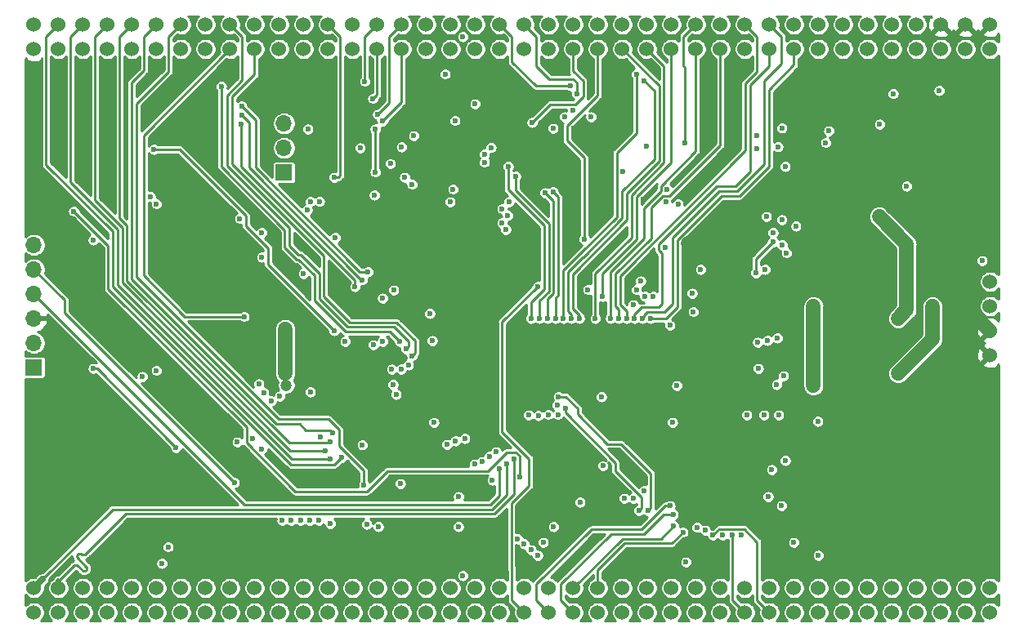
<source format=gbr>
G04 #@! TF.GenerationSoftware,KiCad,Pcbnew,(5.1.9)-1*
G04 #@! TF.CreationDate,2021-06-15T15:58:53-04:00*
G04 #@! TF.ProjectId,SuperVIC-STM32,53757065-7256-4494-932d-53544d33322e,rev?*
G04 #@! TF.SameCoordinates,Original*
G04 #@! TF.FileFunction,Copper,L2,Inr*
G04 #@! TF.FilePolarity,Positive*
%FSLAX46Y46*%
G04 Gerber Fmt 4.6, Leading zero omitted, Abs format (unit mm)*
G04 Created by KiCad (PCBNEW (5.1.9)-1) date 2021-06-15 15:58:53*
%MOMM*%
%LPD*%
G01*
G04 APERTURE LIST*
G04 #@! TA.AperFunction,ComponentPad*
%ADD10R,1.700000X1.700000*%
G04 #@! TD*
G04 #@! TA.AperFunction,ComponentPad*
%ADD11O,1.700000X1.700000*%
G04 #@! TD*
G04 #@! TA.AperFunction,ComponentPad*
%ADD12C,1.524000*%
G04 #@! TD*
G04 #@! TA.AperFunction,ViaPad*
%ADD13C,0.600000*%
G04 #@! TD*
G04 #@! TA.AperFunction,ViaPad*
%ADD14C,1.200000*%
G04 #@! TD*
G04 #@! TA.AperFunction,ViaPad*
%ADD15C,0.900000*%
G04 #@! TD*
G04 #@! TA.AperFunction,Conductor*
%ADD16C,1.488000*%
G04 #@! TD*
G04 #@! TA.AperFunction,Conductor*
%ADD17C,0.880000*%
G04 #@! TD*
G04 #@! TA.AperFunction,Conductor*
%ADD18C,0.288000*%
G04 #@! TD*
G04 #@! TA.AperFunction,Conductor*
%ADD19C,0.700000*%
G04 #@! TD*
G04 #@! TA.AperFunction,Conductor*
%ADD20C,0.488000*%
G04 #@! TD*
G04 #@! TA.AperFunction,Conductor*
%ADD21C,0.238000*%
G04 #@! TD*
G04 #@! TA.AperFunction,Conductor*
%ADD22C,0.100000*%
G04 #@! TD*
G04 APERTURE END LIST*
D10*
X129540000Y-127000000D03*
D11*
X129540000Y-124460000D03*
X129540000Y-121920000D03*
X129540000Y-119380000D03*
X129540000Y-116840000D03*
X129540000Y-114300000D03*
D10*
X155448000Y-106794300D03*
D11*
X155448000Y-104254300D03*
X155448000Y-101714300D03*
D12*
X228600000Y-152400000D03*
X226060000Y-152400000D03*
X223520000Y-152400000D03*
X220980000Y-152400000D03*
X218440000Y-152400000D03*
X215900000Y-152400000D03*
X213360000Y-152400000D03*
X210820000Y-152400000D03*
X208280000Y-152400000D03*
X205740000Y-152400000D03*
X203200000Y-152400000D03*
X200660000Y-152400000D03*
X198120000Y-152400000D03*
X195580000Y-152400000D03*
X193040000Y-152400000D03*
X190500000Y-152400000D03*
X187960000Y-152400000D03*
X185420000Y-152400000D03*
X182880000Y-152400000D03*
X180340000Y-152400000D03*
X177800000Y-152400000D03*
X175260000Y-152400000D03*
X172720000Y-152400000D03*
X170180000Y-152400000D03*
X167640000Y-152400000D03*
X165100000Y-152400000D03*
X162560000Y-152400000D03*
X160020000Y-152400000D03*
X157480000Y-152400000D03*
X154940000Y-152400000D03*
X152400000Y-152400000D03*
X149860000Y-152400000D03*
X147320000Y-152400000D03*
X144780000Y-152400000D03*
X142240000Y-152400000D03*
X139700000Y-152400000D03*
X137160000Y-152400000D03*
X134620000Y-152400000D03*
X132080000Y-152400000D03*
X129540000Y-152400000D03*
X228600000Y-149860000D03*
X226060000Y-149860000D03*
X223520000Y-149860000D03*
X220980000Y-149860000D03*
X218440000Y-149860000D03*
X215900000Y-149860000D03*
X213360000Y-149860000D03*
X210820000Y-149860000D03*
X208280000Y-149860000D03*
X205740000Y-149860000D03*
X203200000Y-149860000D03*
X200660000Y-149860000D03*
X198120000Y-149860000D03*
X195580000Y-149860000D03*
X193040000Y-149860000D03*
X190500000Y-149860000D03*
X187960000Y-149860000D03*
X185420000Y-149860000D03*
X182880000Y-149860000D03*
X180340000Y-149860000D03*
X177800000Y-149860000D03*
X175260000Y-149860000D03*
X172720000Y-149860000D03*
X170180000Y-149860000D03*
X167640000Y-149860000D03*
X165100000Y-149860000D03*
X162560000Y-149860000D03*
X160020000Y-149860000D03*
X157480000Y-149860000D03*
X154940000Y-149860000D03*
X152400000Y-149860000D03*
X149860000Y-149860000D03*
X147320000Y-149860000D03*
X144780000Y-149860000D03*
X142240000Y-149860000D03*
X139700000Y-149860000D03*
X137160000Y-149860000D03*
X134620000Y-149860000D03*
X132080000Y-149860000D03*
X129540000Y-149860000D03*
X228600000Y-91440000D03*
X226060000Y-91440000D03*
X223520000Y-91440000D03*
X220980000Y-91440000D03*
X218440000Y-91440000D03*
X215900000Y-91440000D03*
X213360000Y-91440000D03*
X210820000Y-91440000D03*
X208280000Y-91440000D03*
X205740000Y-91440000D03*
X203200000Y-91440000D03*
X200660000Y-91440000D03*
X198120000Y-91440000D03*
X195580000Y-91440000D03*
X193040000Y-91440000D03*
X190500000Y-91440000D03*
X187960000Y-91440000D03*
X185420000Y-91440000D03*
X182880000Y-91440000D03*
X180340000Y-91440000D03*
X177800000Y-91440000D03*
X175260000Y-91440000D03*
X172720000Y-91440000D03*
X170180000Y-91440000D03*
X167640000Y-91440000D03*
X165100000Y-91440000D03*
X162560000Y-91440000D03*
X160020000Y-91440000D03*
X157480000Y-91440000D03*
X154940000Y-91440000D03*
X152400000Y-91440000D03*
X149860000Y-91440000D03*
X147320000Y-91440000D03*
X144780000Y-91440000D03*
X142240000Y-91440000D03*
X139700000Y-91440000D03*
X137160000Y-91440000D03*
X134620000Y-91440000D03*
X132080000Y-91440000D03*
X129540000Y-91440000D03*
X228600000Y-93980000D03*
X226060000Y-93980000D03*
X223520000Y-93980000D03*
X220980000Y-93980000D03*
X218440000Y-93980000D03*
X215900000Y-93980000D03*
X213360000Y-93980000D03*
X210820000Y-93980000D03*
X208280000Y-93980000D03*
X205740000Y-93980000D03*
X203200000Y-93980000D03*
X200660000Y-93980000D03*
X198120000Y-93980000D03*
X195580000Y-93980000D03*
X193040000Y-93980000D03*
X190500000Y-93980000D03*
X187960000Y-93980000D03*
X185420000Y-93980000D03*
X182880000Y-93980000D03*
X180340000Y-93980000D03*
X177800000Y-93980000D03*
X175260000Y-93980000D03*
X172720000Y-93980000D03*
X170180000Y-93980000D03*
X167640000Y-93980000D03*
X165100000Y-93980000D03*
X162560000Y-93980000D03*
X160020000Y-93980000D03*
X157480000Y-93980000D03*
X154940000Y-93980000D03*
X152400000Y-93980000D03*
X149860000Y-93980000D03*
X147320000Y-93980000D03*
X144780000Y-93980000D03*
X142240000Y-93980000D03*
X139700000Y-93980000D03*
X137160000Y-93980000D03*
X134620000Y-93980000D03*
X132080000Y-93980000D03*
X129540000Y-93980000D03*
X228600000Y-125730000D03*
X228600000Y-123190000D03*
X228600000Y-120650000D03*
X228600000Y-118110000D03*
D13*
X201358500Y-116840000D03*
D14*
X139065000Y-125730000D03*
D15*
X217170000Y-127635000D03*
D14*
X131445000Y-109855000D03*
D13*
X170835942Y-105029000D03*
X172720000Y-99695000D03*
X185483500Y-102235000D03*
X188277500Y-106553000D03*
X197358000Y-114173000D03*
X191198500Y-137160000D03*
X183388000Y-141033500D03*
X169555402Y-139011902D03*
X165163500Y-133985000D03*
X157543500Y-127635000D03*
D14*
X143446500Y-114300000D03*
D13*
X216979500Y-109283500D03*
X216916000Y-99631500D03*
X208407000Y-116903500D03*
X208153000Y-107378500D03*
X226885500Y-110363000D03*
X226949000Y-101092000D03*
X224028000Y-119062500D03*
X161861500Y-109220000D03*
X155702000Y-116840000D03*
X150740000Y-114309000D03*
D14*
X152717500Y-125730000D03*
X152724490Y-117214010D03*
D13*
X226949000Y-102743000D03*
D14*
X201358500Y-125730000D03*
D13*
X192650000Y-109610000D03*
X192976500Y-132080000D03*
X198183500Y-128905000D03*
X207010000Y-99584076D03*
X156999250Y-114390750D03*
D14*
X176530000Y-115506500D03*
X171640500Y-118046500D03*
X175450500Y-118935500D03*
X177419000Y-96139000D03*
X176466500Y-130683000D03*
X148272500Y-143954500D03*
X139636500Y-143510000D03*
D15*
X134556500Y-101473000D03*
X137223500Y-97980500D03*
X141478000Y-100330000D03*
X137350500Y-106489500D03*
X134683500Y-105854500D03*
X132016500Y-105283000D03*
X168656000Y-146685000D03*
X176657000Y-148082000D03*
X164973000Y-146240500D03*
X184213500Y-148209000D03*
D13*
X162306000Y-137414000D03*
X201930000Y-92773500D03*
X142684500Y-95694500D03*
X140144500Y-95694500D03*
X204470000Y-153035000D03*
X132016500Y-143573500D03*
X161295250Y-129725250D03*
X167894000Y-130429000D03*
X180467000Y-135001000D03*
X157543500Y-97536000D03*
X159956500Y-97345500D03*
X162433000Y-97320100D03*
X169037000Y-100330000D03*
X165652647Y-103740147D03*
X184150000Y-99060000D03*
X196723000Y-109347000D03*
X202438000Y-118795800D03*
X228447600Y-136067800D03*
X195821300Y-137833100D03*
X168541700Y-122783600D03*
X148818600Y-107365800D03*
X147815300Y-104241600D03*
X211785200Y-101219000D03*
X204152500Y-110794800D03*
X152819100Y-111328200D03*
X191135000Y-119697500D03*
X157099000Y-146177000D03*
X176720500Y-146494500D03*
X200215500Y-120650000D03*
X219075000Y-127635000D03*
X167640000Y-104140000D03*
X183324500Y-102235000D03*
X190563500Y-106680000D03*
X195008500Y-109855000D03*
X198628000Y-116840000D03*
X196151500Y-128905000D03*
X195707000Y-132715000D03*
X188483419Y-137208081D03*
X183388000Y-143510000D03*
X173525648Y-143510000D03*
X167513000Y-139065000D03*
X207021000Y-102182500D03*
X207021000Y-111707500D03*
D14*
X222631000Y-120650000D03*
X210312000Y-128905000D03*
X210312000Y-120650000D03*
D13*
X175260000Y-99695000D03*
X164826274Y-109131704D03*
X163576000Y-135035285D03*
X197737542Y-119315042D03*
X157480000Y-117284500D03*
D14*
X155575000Y-122999500D03*
D13*
X160782000Y-113538000D03*
D14*
X155696750Y-128846750D03*
D13*
X153162000Y-115570000D03*
X153162000Y-113030000D03*
X150304500Y-138938000D03*
X177736500Y-137541000D03*
X144272000Y-135318500D03*
X135699500Y-127127000D03*
X158178500Y-129540000D03*
X143446500Y-145605500D03*
X195421250Y-122650250D03*
X173164500Y-101409500D03*
X140779500Y-127952500D03*
X141605000Y-109283500D03*
X142811500Y-147320000D03*
X191643000Y-120523000D03*
X166465250Y-105886250D03*
X168910000Y-102997000D03*
X167957500Y-107315000D03*
X142240000Y-127317500D03*
X142240000Y-110045500D03*
X197866000Y-121221500D03*
X205295500Y-116840000D03*
X170561000Y-121412000D03*
X206121000Y-113982500D03*
X204343000Y-117221000D03*
X178424116Y-112723384D03*
X207518000Y-115125500D03*
X207066000Y-114307500D03*
X178054000Y-112014000D03*
X178625500Y-111252000D03*
X206121000Y-113030000D03*
X178054000Y-110553500D03*
X205422500Y-111379000D03*
X168719500Y-108013500D03*
X211899500Y-102489000D03*
X135699500Y-113792000D03*
X178752500Y-109855000D03*
X172656500Y-109855000D03*
X176212500Y-105727500D03*
X204406500Y-104330500D03*
X176212500Y-104902000D03*
X204406500Y-102997000D03*
X195135500Y-108521500D03*
X206636500Y-104132500D03*
X196278500Y-110045500D03*
X207391000Y-106172000D03*
X170977560Y-132725160D03*
X167068500Y-129794000D03*
X205168500Y-131953000D03*
X166751000Y-128778000D03*
X206692500Y-131953000D03*
X208508000Y-112357500D03*
X211582000Y-103695500D03*
X170815000Y-124231990D03*
X161798000Y-124333000D03*
X219075000Y-121920000D03*
X219964000Y-108204000D03*
X217170000Y-101790500D03*
X219964000Y-117475000D03*
X217106500Y-111379000D03*
X181787969Y-132003969D03*
X205613000Y-140398500D03*
X180784500Y-131953000D03*
X207010000Y-141351000D03*
X182816500Y-131889500D03*
X205994000Y-137604500D03*
X191960500Y-118935500D03*
X204533500Y-124396500D03*
X168338500Y-126746000D03*
X204597000Y-127127000D03*
X167576500Y-127190500D03*
X207200500Y-127889000D03*
X166624000Y-127190500D03*
X206502000Y-128778000D03*
X183832500Y-131889500D03*
X207391000Y-136652000D03*
X183768378Y-130873500D03*
X210756500Y-132588000D03*
X193718510Y-119634000D03*
X206565500Y-123952000D03*
X192849500Y-119634000D03*
X205549500Y-124206000D03*
X172148500Y-96583500D03*
X173990000Y-92710000D03*
X185347499Y-100384499D03*
X199072500Y-143891000D03*
X202819000Y-144399000D03*
X201866500Y-144399000D03*
X200914000Y-144399000D03*
X199898000Y-144399000D03*
X193421000Y-121920000D03*
X192595500Y-121920000D03*
X182308500Y-145161000D03*
X208280000Y-145161000D03*
X185801000Y-98615500D03*
X185166000Y-97790000D03*
X192405000Y-118046500D03*
X181165500Y-101600000D03*
X186563000Y-113728500D03*
X186944000Y-118935500D03*
X186055000Y-121920000D03*
X181737000Y-146494500D03*
X210820000Y-146494500D03*
X179895500Y-138366500D03*
X133667500Y-110807500D03*
X150876000Y-111569500D03*
X162814000Y-118618000D03*
X151042980Y-101766980D03*
X163554920Y-117919500D03*
X151066500Y-100838000D03*
X164147500Y-117094000D03*
X151066500Y-99885500D03*
X197104000Y-147193000D03*
X188341000Y-130048000D03*
X160655000Y-123190000D03*
X141986000Y-104394000D03*
X191770000Y-121920000D03*
X190944500Y-121920000D03*
X190119000Y-121920000D03*
X189293500Y-121920000D03*
X188468000Y-119634000D03*
X187706000Y-121920000D03*
X151320500Y-121729500D03*
X193040000Y-104076500D03*
X196977000Y-103695500D03*
X185229500Y-121920000D03*
X192786000Y-97282000D03*
X184404000Y-121920000D03*
X191960500Y-96583500D03*
X183578500Y-121920000D03*
X183324500Y-108775500D03*
X182753000Y-121920000D03*
X182499000Y-108902500D03*
X181927500Y-121920000D03*
X179451000Y-107188000D03*
X181038500Y-121920000D03*
X178689000Y-106172000D03*
X157861000Y-110680500D03*
X158178500Y-109791500D03*
X159131000Y-109791500D03*
X161417000Y-136334500D03*
X160210500Y-136461500D03*
X159766000Y-135636000D03*
X160210500Y-134747000D03*
X160528000Y-133794500D03*
X176911000Y-104203500D03*
X223329500Y-98298000D03*
X227774500Y-115951000D03*
X160655000Y-107315000D03*
X164909500Y-106743500D03*
X157924500Y-102298500D03*
X164909500Y-102298500D03*
X172974000Y-108521500D03*
X150622000Y-134747000D03*
X165227000Y-143510000D03*
X164020500Y-143256000D03*
X160242250Y-143224250D03*
X159067500Y-142875000D03*
X163830000Y-97345500D03*
X164655500Y-99123500D03*
X158115000Y-142875000D03*
X157162500Y-142875000D03*
X156210000Y-142875000D03*
X198247000Y-143573500D03*
X191643000Y-140589000D03*
X165163500Y-100774500D03*
X155257500Y-142875000D03*
X181760518Y-118594482D03*
X159258000Y-134175500D03*
X192214500Y-141859000D03*
X184594500Y-131254500D03*
X193167000Y-141859000D03*
X183896000Y-130048000D03*
X176720500Y-136207500D03*
X177419000Y-135763000D03*
X153162000Y-135445500D03*
X175958500Y-136779000D03*
X152209500Y-134366000D03*
X163731130Y-139227370D03*
X172339000Y-135001000D03*
X167449500Y-124333000D03*
X148971000Y-97853500D03*
X173228000Y-134620000D03*
X168084500Y-125095000D03*
X174180500Y-134366000D03*
X168719500Y-125793500D03*
X196786500Y-144081500D03*
X164695600Y-124673900D03*
X166814500Y-118999000D03*
X203390500Y-131953000D03*
X192786000Y-139763500D03*
X218567000Y-98615500D03*
X190690500Y-140589000D03*
X173545500Y-140398500D03*
X165671500Y-101473000D03*
X195834000Y-143446500D03*
X195770500Y-142240000D03*
X195453000Y-141351000D03*
X181038500Y-145923000D03*
X180340000Y-145288000D03*
X179641500Y-144780000D03*
X184531000Y-101028500D03*
X187261500Y-101028500D03*
X165671500Y-124333000D03*
X165671500Y-119824500D03*
X177033939Y-138679939D03*
X175196500Y-137033000D03*
X173990000Y-148590000D03*
X155003500Y-129984500D03*
X154134491Y-130472509D03*
X153352500Y-129603500D03*
X152844500Y-128714500D03*
X178498500Y-136969500D03*
X179251499Y-136470501D03*
X194945000Y-114536955D03*
X186118500Y-140970000D03*
X163334700Y-104254300D03*
D16*
X224472500Y-119062500D02*
X228600000Y-123190000D01*
X224028000Y-119062500D02*
X224472500Y-119062500D01*
X224472500Y-119062500D02*
X224472500Y-118364000D01*
X224028000Y-117919500D02*
X224028000Y-113220500D01*
X224472500Y-118364000D02*
X224028000Y-117919500D01*
X224028000Y-119062500D02*
X224028000Y-117919500D01*
D17*
X225806000Y-109283500D02*
X226885500Y-110363000D01*
X225996500Y-109283500D02*
X226885500Y-108394500D01*
X225171000Y-109283500D02*
X225996500Y-109283500D01*
D16*
X226885500Y-110363000D02*
X226885500Y-108394500D01*
D17*
X225171000Y-109283500D02*
X225806000Y-109283500D01*
X225806000Y-111061500D02*
X225996500Y-111252000D01*
D16*
X225996500Y-111252000D02*
X226885500Y-110363000D01*
D17*
X225234500Y-109283500D02*
X225806000Y-109855000D01*
X225171000Y-109283500D02*
X225234500Y-109283500D01*
X225806000Y-109855000D02*
X225806000Y-111061500D01*
X225806000Y-109283500D02*
X225806000Y-109855000D01*
D16*
X152724490Y-125723010D02*
X152717500Y-125730000D01*
X152724490Y-117214010D02*
X152724490Y-125723010D01*
X201358500Y-125730000D02*
X201358500Y-116840000D01*
X198691500Y-114173000D02*
X197358000Y-114173000D01*
X201358500Y-116840000D02*
X198691500Y-114173000D01*
X201358500Y-123952000D02*
X208407000Y-116903500D01*
X209752001Y-108977501D02*
X208153000Y-107378500D01*
X208407000Y-116903500D02*
X209752001Y-115558499D01*
X209752001Y-109017999D02*
X211391500Y-107378500D01*
X209752001Y-109866501D02*
X209752001Y-109017999D01*
X209752001Y-115558499D02*
X209752001Y-109866501D01*
X209752001Y-109866501D02*
X209752001Y-108977501D01*
X225696501Y-109583499D02*
X225996500Y-109283500D01*
X216979500Y-109283500D02*
X217279499Y-109583499D01*
X225696501Y-109583499D02*
X226885500Y-108394500D01*
X225171000Y-112077500D02*
X225012250Y-112236250D01*
X225012250Y-112236250D02*
X225996500Y-111252000D01*
X224028000Y-113220500D02*
X225012250Y-112236250D01*
X224726500Y-112522000D02*
X224028000Y-113220500D01*
D17*
X216979500Y-109283500D02*
X224726500Y-109283500D01*
X224726500Y-109283500D02*
X225171000Y-109283500D01*
D16*
X224028000Y-112649000D02*
X220962499Y-109583499D01*
X224028000Y-113220500D02*
X224028000Y-112649000D01*
X220962499Y-109583499D02*
X225696501Y-109583499D01*
X217279499Y-109583499D02*
X220962499Y-109583499D01*
X201358500Y-125730000D02*
X201358500Y-123952000D01*
X208635001Y-106896499D02*
X208153000Y-107378500D01*
X208635001Y-105638001D02*
X210375500Y-107378500D01*
X208635001Y-105066501D02*
X208635001Y-105638001D01*
X210375500Y-107378500D02*
X211391500Y-107378500D01*
X208153000Y-107378500D02*
X210375500Y-107378500D01*
X208635001Y-105066501D02*
X208635001Y-106896499D01*
X226949000Y-108331000D02*
X226885500Y-108394500D01*
X226949000Y-102743000D02*
X226949000Y-108331000D01*
X226885500Y-100584000D02*
X226885500Y-108394500D01*
X226885500Y-101155500D02*
X226885500Y-100584000D01*
X226949000Y-101092000D02*
X226885500Y-101155500D01*
X215925999Y-108178001D02*
X215900000Y-108204000D01*
X216916000Y-99631500D02*
X215925999Y-100621501D01*
X215900000Y-108204000D02*
X216979500Y-109283500D01*
X215074500Y-107378500D02*
X215900000Y-108204000D01*
X214566500Y-107378500D02*
X215925999Y-106019001D01*
X213804500Y-107378500D02*
X214566500Y-107378500D01*
X215925999Y-100621501D02*
X215925999Y-106019001D01*
X215925999Y-106019001D02*
X215925999Y-108178001D01*
X211391500Y-107378500D02*
X213804500Y-107378500D01*
X213804500Y-107378500D02*
X215074500Y-107378500D01*
X207137000Y-99631500D02*
X207089576Y-99584076D01*
X207089576Y-99584076D02*
X207010000Y-99584076D01*
X208635001Y-105066501D02*
X208635001Y-101209077D01*
X208635001Y-101209077D02*
X207010000Y-99584076D01*
X222631000Y-124079000D02*
X219075000Y-127635000D01*
X222631000Y-120650000D02*
X222631000Y-124079000D01*
X210312000Y-128905000D02*
X210312000Y-120650000D01*
X210312000Y-120650000D02*
X210312000Y-120650000D01*
X155575000Y-127635000D02*
X155575000Y-122999500D01*
X155575000Y-122999500D02*
X155575000Y-122999500D01*
D18*
X150304500Y-138938000D02*
X132715000Y-121348500D01*
X132715000Y-120015000D02*
X129540000Y-116840000D01*
X132715000Y-121348500D02*
X132715000Y-120015000D01*
X177736500Y-140298474D02*
X177736500Y-139319000D01*
X176810974Y-141224000D02*
X177736500Y-140298474D01*
X151384000Y-141224000D02*
X176810974Y-141224000D01*
X129540000Y-119380000D02*
X151384000Y-141224000D01*
X177736500Y-139319000D02*
X177736500Y-137541000D01*
X177736500Y-137541000D02*
X177736500Y-137541000D01*
X144272000Y-135318500D02*
X136080500Y-127127000D01*
X136080500Y-127127000D02*
X135699500Y-127127000D01*
X135699500Y-127127000D02*
X135699500Y-127127000D01*
X204343000Y-117221000D02*
X204343000Y-115760500D01*
X204343000Y-115760500D02*
X206121000Y-113982500D01*
D16*
X219964000Y-121031000D02*
X219075000Y-121920000D01*
X219964000Y-117475000D02*
X219964000Y-121031000D01*
X219964000Y-114236500D02*
X217106500Y-111379000D01*
X219964000Y-117475000D02*
X219964000Y-114236500D01*
D18*
X203200000Y-152400000D02*
X201930000Y-151130000D01*
X201930000Y-144462500D02*
X201866500Y-144399000D01*
X201930000Y-151130000D02*
X201930000Y-144462500D01*
X200542001Y-143754999D02*
X203128121Y-143754999D01*
X203128121Y-143754999D02*
X204470000Y-145096878D01*
X199898000Y-144399000D02*
X200542001Y-143754999D01*
X204470000Y-151130000D02*
X205740000Y-152400000D01*
X204470000Y-145096878D02*
X204470000Y-151130000D01*
X208280000Y-95631000D02*
X208280000Y-93980000D01*
X205676500Y-98234500D02*
X208280000Y-95631000D01*
X205676500Y-106172000D02*
X205676500Y-98234500D01*
X202628500Y-109220000D02*
X205676500Y-106172000D01*
X200772322Y-109220000D02*
X202628500Y-109220000D01*
X196215000Y-113777322D02*
X200772322Y-109220000D01*
X195008500Y-121920000D02*
X196215000Y-120713500D01*
X196215000Y-120713500D02*
X196215000Y-113777322D01*
X193421000Y-121920000D02*
X195008500Y-121920000D01*
X207010000Y-95504000D02*
X207010000Y-92710000D01*
X192595500Y-121920000D02*
X192776999Y-121738501D01*
X192776999Y-121738501D02*
X192776999Y-121610879D01*
X195726991Y-113575181D02*
X200570182Y-108731990D01*
X194046999Y-121275999D02*
X194056000Y-121285000D01*
X192776999Y-121610879D02*
X193111879Y-121275999D01*
X205188490Y-105969860D02*
X205188490Y-97325510D01*
X193111879Y-121275999D02*
X194046999Y-121275999D01*
X207010000Y-92710000D02*
X205740000Y-91440000D01*
X194056000Y-121285000D02*
X194881500Y-121285000D01*
X194881500Y-121285000D02*
X195726990Y-120439510D01*
X195726990Y-120439510D02*
X195726991Y-113575181D01*
X205188490Y-97325510D02*
X207010000Y-95504000D01*
X200570182Y-108731990D02*
X202426360Y-108731990D01*
X202426360Y-108731990D02*
X205188490Y-105969860D01*
X185810001Y-97480879D02*
X185420622Y-97091500D01*
X185810001Y-98606499D02*
X185810001Y-97480879D01*
X185801000Y-98615500D02*
X185810001Y-98606499D01*
X185420622Y-97091500D02*
X182943500Y-97091500D01*
X182943500Y-97091500D02*
X181610000Y-95758000D01*
X181610000Y-92710000D02*
X180340000Y-91440000D01*
X181610000Y-95758000D02*
X181610000Y-92710000D01*
X179070000Y-92710000D02*
X177800000Y-91440000D01*
X179070000Y-95313500D02*
X179070000Y-92710000D01*
X181546500Y-97790000D02*
X179070000Y-95313500D01*
X185166000Y-97790000D02*
X181546500Y-97790000D01*
X186445001Y-98924621D02*
X186445001Y-97291001D01*
X183025002Y-99740498D02*
X185629124Y-99740498D01*
X185629124Y-99740498D02*
X186445001Y-98924621D01*
X181165500Y-101600000D02*
X183025002Y-99740498D01*
X185420000Y-96266000D02*
X185420000Y-93980000D01*
X186445001Y-97291001D02*
X185420000Y-96266000D01*
X187960000Y-98805378D02*
X184785000Y-101980378D01*
X187960000Y-93980000D02*
X187960000Y-98805378D01*
X184785000Y-101980378D02*
X184785000Y-102870000D01*
X184785000Y-102870000D02*
X184785000Y-103505000D01*
X184785000Y-103505000D02*
X186563000Y-105283000D01*
X186563000Y-105283000D02*
X186563000Y-113728500D01*
X186563000Y-113728500D02*
X186563000Y-113728500D01*
X194329990Y-105597210D02*
X194329990Y-97809990D01*
X190984482Y-108942718D02*
X194329990Y-105597210D01*
X190984481Y-111720019D02*
X190984482Y-108942718D01*
X185380020Y-117324480D02*
X190984481Y-111720019D01*
X194329990Y-97809990D02*
X190500000Y-93980000D01*
X185380020Y-120956106D02*
X185380020Y-117324480D01*
X186055000Y-121631086D02*
X185380020Y-120956106D01*
X186055000Y-121920000D02*
X186055000Y-121631086D01*
X179895500Y-138366500D02*
X179895500Y-136199150D01*
X179895500Y-136199150D02*
X179486925Y-135790575D01*
X179486925Y-135790575D02*
X178851925Y-135790575D01*
X178533803Y-135790575D02*
X176592878Y-137731500D01*
X178851925Y-135790575D02*
X178533803Y-135790575D01*
X151565499Y-133180599D02*
X137243490Y-118858590D01*
X151565499Y-134802121D02*
X151565499Y-133180599D01*
X156634749Y-139871371D02*
X151565499Y-134802121D01*
X164040251Y-139871371D02*
X156634749Y-139871371D01*
X166180122Y-137731500D02*
X164040251Y-139871371D01*
X176592878Y-137731500D02*
X166180122Y-137731500D01*
X137243490Y-114382868D02*
X133667500Y-110807500D01*
X137243490Y-118858590D02*
X137243490Y-114382868D01*
X133667500Y-110807500D02*
X133668122Y-110807500D01*
X162814000Y-118618000D02*
X162814000Y-117966922D01*
X162814000Y-117966922D02*
X151042980Y-106195902D01*
X151042980Y-106195902D02*
X151042980Y-103060500D01*
X151042980Y-103060500D02*
X151042980Y-101766980D01*
X151042980Y-101766980D02*
X151042980Y-101766980D01*
X151828500Y-106291272D02*
X151828500Y-102743000D01*
X163456728Y-117919500D02*
X151828500Y-106291272D01*
X163554920Y-117919500D02*
X163456728Y-117919500D01*
X151828500Y-102743000D02*
X151828500Y-101600000D01*
X151828500Y-101600000D02*
X151066500Y-100838000D01*
X151066500Y-100838000D02*
X151066500Y-100838000D01*
X152527000Y-106299622D02*
X152527000Y-101790500D01*
X163321378Y-117094000D02*
X152527000Y-106299622D01*
X164147500Y-117094000D02*
X163321378Y-117094000D01*
X152527000Y-101345378D02*
X151066500Y-99885500D01*
X152527000Y-101790500D02*
X152527000Y-101345378D01*
X151066500Y-99885500D02*
X151067122Y-99885500D01*
X151520001Y-111260379D02*
X144653622Y-104394000D01*
X151520001Y-112341123D02*
X151520001Y-111260379D01*
X153806001Y-114627123D02*
X151520001Y-112341123D01*
X153806001Y-116341001D02*
X153806001Y-114627123D01*
X160655000Y-123190000D02*
X153806001Y-116341001D01*
X144653622Y-104394000D02*
X141986000Y-104394000D01*
X141986000Y-104394000D02*
X141986000Y-104394000D01*
X203762499Y-97735501D02*
X205740000Y-95758000D01*
X202207520Y-108243980D02*
X203762499Y-106689001D01*
X203762499Y-106689001D02*
X203762499Y-97735501D01*
X200284853Y-108243980D02*
X202207520Y-108243980D01*
X194300999Y-114227834D02*
X200284853Y-108243980D01*
X194627500Y-115172577D02*
X194300999Y-114846076D01*
X194627500Y-120417978D02*
X194627500Y-115172577D01*
X205740000Y-95758000D02*
X205740000Y-93980000D01*
X194257489Y-120787989D02*
X194627500Y-120417978D01*
X194300999Y-114846076D02*
X194300999Y-114227834D01*
X192477747Y-120787989D02*
X194257489Y-120787989D01*
X191770000Y-121495736D02*
X192477747Y-120787989D01*
X191770000Y-121920000D02*
X191770000Y-121495736D01*
X204470000Y-96337850D02*
X204470000Y-92710000D01*
X203263500Y-104521000D02*
X203263500Y-97544350D01*
X190269520Y-117514980D02*
X203263500Y-104521000D01*
X190269520Y-120491370D02*
X190269520Y-117514980D01*
X204470000Y-92710000D02*
X203200000Y-91440000D01*
X190944500Y-121166350D02*
X190269520Y-120491370D01*
X203263500Y-97544350D02*
X204470000Y-96337850D01*
X190944500Y-121920000D02*
X190944500Y-121166350D01*
X189781510Y-120693510D02*
X190119000Y-121031000D01*
X189781510Y-117312840D02*
X189781510Y-120693510D01*
X193488675Y-113605675D02*
X189781510Y-117312840D01*
X193488675Y-110421703D02*
X193488675Y-113605675D01*
X194699379Y-109210999D02*
X193488675Y-110421703D01*
X195399123Y-109210999D02*
X194699379Y-109210999D01*
X190119000Y-121031000D02*
X190119000Y-121920000D01*
X200660000Y-103950122D02*
X195399123Y-109210999D01*
X200660000Y-93980000D02*
X200660000Y-103950122D01*
X198120000Y-104584500D02*
X198120000Y-93980000D01*
X192730850Y-110482272D02*
X194491499Y-108721623D01*
X192730850Y-113673350D02*
X192730850Y-110482272D01*
X189293500Y-117110700D02*
X192730850Y-113673350D01*
X194491499Y-108213001D02*
X198120000Y-104584500D01*
X194491499Y-108721623D02*
X194491499Y-108213001D01*
X189293500Y-121920000D02*
X189293500Y-117110700D01*
X188468000Y-117246050D02*
X191960500Y-113753550D01*
X191960500Y-113753550D02*
X191960500Y-109347000D01*
X195580000Y-105727500D02*
X195580000Y-93980000D01*
X191960500Y-109347000D02*
X195580000Y-105727500D01*
X188468000Y-117246050D02*
X188468000Y-119634000D01*
X194818000Y-95758000D02*
X193040000Y-93980000D01*
X194818000Y-105799350D02*
X194818000Y-95758000D01*
X191472491Y-109144859D02*
X194818000Y-105799350D01*
X191472490Y-113518010D02*
X191472491Y-109144859D01*
X187706000Y-117284500D02*
X191472490Y-113518010D01*
X187706000Y-121920000D02*
X187706000Y-117284500D01*
X151320500Y-121729500D02*
X145161000Y-121729500D01*
X145161000Y-121729500D02*
X140906500Y-117475000D01*
X140906500Y-102933500D02*
X149860000Y-93980000D01*
X140906500Y-117475000D02*
X140906500Y-102933500D01*
X196850000Y-92710000D02*
X198120000Y-91440000D01*
X196977000Y-95885000D02*
X196850000Y-95758000D01*
X196850000Y-95758000D02*
X196850000Y-92710000D01*
X196977000Y-103695500D02*
X196977000Y-95885000D01*
X193841980Y-98337980D02*
X192786000Y-97282000D01*
X186444350Y-115570000D02*
X190496472Y-111517878D01*
X184892010Y-117113990D02*
X186436000Y-115570000D01*
X184892010Y-121158246D02*
X184892010Y-117113990D01*
X190496472Y-111517878D02*
X190496473Y-108740577D01*
X185229500Y-121495736D02*
X184892010Y-121158246D01*
X193841980Y-105395070D02*
X193841980Y-98337980D01*
X190496473Y-108740577D02*
X193841980Y-105395070D01*
X186436000Y-115570000D02*
X186444350Y-115570000D01*
X185229500Y-121920000D02*
X185229500Y-121495736D01*
X184404000Y-121920000D02*
X184404000Y-117792500D01*
X184404000Y-117792500D02*
X184404001Y-116911849D01*
X186253850Y-115062000D02*
X186262200Y-115062000D01*
X184404001Y-116911849D02*
X186253850Y-115062000D01*
X186262200Y-115062000D02*
X189919499Y-111404701D01*
X189919499Y-111404701D02*
X189919499Y-104784001D01*
X189919499Y-104784001D02*
X191960500Y-102743000D01*
X191960500Y-102743000D02*
X191960500Y-96583500D01*
X191960500Y-96583500D02*
X191960500Y-96583500D01*
X183868549Y-109319549D02*
X183324500Y-108775500D01*
X183868549Y-119510023D02*
X183868549Y-109319549D01*
X183578500Y-119800072D02*
X183868549Y-119510023D01*
X183578500Y-121920000D02*
X183578500Y-119800072D01*
X183380539Y-109784039D02*
X182499000Y-108902500D01*
X183380539Y-119307883D02*
X183380539Y-109784039D01*
X182753000Y-119935422D02*
X183380539Y-119307883D01*
X182753000Y-121920000D02*
X182753000Y-119935422D01*
X179451000Y-108648500D02*
X179451000Y-107188000D01*
X182892529Y-119105743D02*
X182892529Y-112090029D01*
X181927500Y-120070772D02*
X182892529Y-119105743D01*
X181927500Y-121920000D02*
X181927500Y-120070772D01*
X182892529Y-112090029D02*
X179451000Y-108648500D01*
X178689000Y-108576650D02*
X178689000Y-106172000D01*
X181038500Y-121920000D02*
X181038500Y-120269622D01*
X181038500Y-120269622D02*
X182404518Y-118903604D01*
X182404518Y-118903604D02*
X182404518Y-112292168D01*
X182404518Y-112292168D02*
X178689000Y-108576650D01*
X160645999Y-137105501D02*
X156180551Y-137105501D01*
X161417000Y-136334500D02*
X160645999Y-137105501D01*
X156180551Y-137105501D02*
X137731500Y-118656450D01*
X137731500Y-118656450D02*
X137731500Y-112903000D01*
X137731500Y-112903000D02*
X130810000Y-105981500D01*
X130810000Y-92710000D02*
X132080000Y-91440000D01*
X130810000Y-105981500D02*
X130810000Y-92710000D01*
X133350000Y-92710000D02*
X134620000Y-91440000D01*
X133350000Y-107831350D02*
X133350000Y-92710000D01*
X138219509Y-112700859D02*
X133350000Y-107831350D01*
X138219509Y-118454309D02*
X138219509Y-112700859D01*
X156226700Y-136461500D02*
X138219509Y-118454309D01*
X160210500Y-136461500D02*
X156226700Y-136461500D01*
X135890000Y-92710000D02*
X137160000Y-91440000D01*
X135890000Y-109681200D02*
X135890000Y-92710000D01*
X138707518Y-112498718D02*
X135890000Y-109681200D01*
X138707519Y-118252169D02*
X138707518Y-112498718D01*
X156091350Y-135636000D02*
X138707519Y-118252169D01*
X159766000Y-135636000D02*
X156091350Y-135636000D01*
X138430000Y-92710000D02*
X139700000Y-91440000D01*
X138430000Y-111531050D02*
X138430000Y-92710000D01*
X139195527Y-117284499D02*
X139195527Y-112296577D01*
X139195527Y-112296577D02*
X138430000Y-111531050D01*
X139195528Y-118050028D02*
X139195527Y-117284499D01*
X155965001Y-134819501D02*
X139195528Y-118050028D01*
X160137999Y-134819501D02*
X155965001Y-134819501D01*
X160210500Y-134747000D02*
X160137999Y-134819501D01*
X160528000Y-133794500D02*
X160228001Y-133494501D01*
X160228001Y-133494501D02*
X157716499Y-133494501D01*
X140970000Y-96202500D02*
X140970000Y-92710000D01*
X157716499Y-133494501D02*
X157063998Y-132842000D01*
X157063998Y-132842000D02*
X154677650Y-132842000D01*
X154677650Y-132842000D02*
X139683537Y-117847887D01*
X139683537Y-117847887D02*
X139683537Y-97488963D01*
X139683537Y-97488963D02*
X140970000Y-96202500D01*
X140970000Y-92710000D02*
X142240000Y-91440000D01*
X161079264Y-107315000D02*
X161290000Y-107104264D01*
X160655000Y-107315000D02*
X161079264Y-107315000D01*
X161290000Y-92710000D02*
X160020000Y-91440000D01*
X161290000Y-107104264D02*
X161290000Y-92710000D01*
X164909500Y-106743500D02*
X164909500Y-102298500D01*
X164909500Y-102298500D02*
X164909500Y-102298500D01*
X163830000Y-92710000D02*
X165100000Y-91440000D01*
X163830000Y-97345500D02*
X163830000Y-92710000D01*
X164655500Y-99123500D02*
X165036500Y-98742500D01*
X165100000Y-98679000D02*
X165036500Y-98742500D01*
X165100000Y-93980000D02*
X165100000Y-98679000D01*
X166370000Y-92710000D02*
X167640000Y-91440000D01*
X166370000Y-99568000D02*
X166370000Y-92710000D01*
X165163500Y-100774500D02*
X166370000Y-99568000D01*
X178054000Y-133667500D02*
X178054000Y-122301000D01*
X180848000Y-139257424D02*
X180848000Y-136461500D01*
X178997499Y-141107925D02*
X180848000Y-139257424D01*
X180848000Y-136461500D02*
X178054000Y-133667500D01*
X179070000Y-147891500D02*
X178997499Y-147818999D01*
X179070000Y-151130000D02*
X179070000Y-147891500D01*
X178997499Y-147818999D02*
X178997499Y-141107925D01*
X180340000Y-152400000D02*
X179070000Y-151130000D01*
X178054000Y-122301000D02*
X181760518Y-118594482D01*
X192514499Y-140445121D02*
X189801500Y-137732122D01*
X192514499Y-141559001D02*
X192514499Y-140445121D01*
X192214500Y-141859000D02*
X192514499Y-141559001D01*
X189801500Y-137732122D02*
X189801500Y-136906000D01*
X184594500Y-131699000D02*
X184594500Y-131254500D01*
X189801500Y-136906000D02*
X184594500Y-131699000D01*
X184658000Y-130048000D02*
X183896000Y-130048000D01*
X185864500Y-131826000D02*
X185864500Y-131254500D01*
X188976000Y-134937500D02*
X185864500Y-131826000D01*
X190373000Y-134937500D02*
X188976000Y-134937500D01*
X193466999Y-138031499D02*
X190373000Y-134937500D01*
X193466999Y-141559001D02*
X193466999Y-138031499D01*
X185864500Y-131254500D02*
X184658000Y-130048000D01*
X193167000Y-141859000D02*
X193466999Y-141559001D01*
X143510000Y-96329500D02*
X143510000Y-92710000D01*
X140171547Y-99667953D02*
X143510000Y-96329500D01*
X140171547Y-117645747D02*
X140171547Y-99667953D01*
X143510000Y-92710000D02*
X144780000Y-91440000D01*
X160040612Y-132353990D02*
X154879790Y-132353990D01*
X161172001Y-133485379D02*
X160040612Y-132353990D01*
X161172001Y-135136379D02*
X161172001Y-133485379D01*
X163731130Y-137695508D02*
X161172001Y-135136379D01*
X154879790Y-132353990D02*
X140171547Y-117645747D01*
X163731130Y-139227370D02*
X163731130Y-137695508D01*
X155531490Y-112754862D02*
X148971000Y-106194372D01*
X155531490Y-114566262D02*
X155531490Y-112754862D01*
X156769237Y-115804009D02*
X155531490Y-114566262D01*
X156952632Y-115804010D02*
X156769237Y-115804009D01*
X158623000Y-117474378D02*
X156952632Y-115804010D01*
X161861500Y-123317000D02*
X158623000Y-120078500D01*
X148971000Y-106194372D02*
X148971000Y-104811450D01*
X166433500Y-123317000D02*
X161861500Y-123317000D01*
X158623000Y-120078500D02*
X158623000Y-117474378D01*
X167449500Y-124333000D02*
X166433500Y-123317000D01*
X148971000Y-104811450D02*
X148971000Y-97853500D01*
X148971000Y-97853500D02*
X148971000Y-97853500D01*
X168084500Y-125095000D02*
X168384499Y-124795001D01*
X168384499Y-124314877D02*
X166878622Y-122809000D01*
X168384499Y-124795001D02*
X168384499Y-124314877D01*
X149542500Y-98814350D02*
X151130000Y-97226850D01*
X166878622Y-122809000D02*
X162043650Y-122809000D01*
X162043650Y-122809000D02*
X159111010Y-119876360D01*
X159111010Y-119876360D02*
X159111009Y-117272237D01*
X159111009Y-117272237D02*
X157154772Y-115316000D01*
X151130000Y-97226850D02*
X151130000Y-92710000D01*
X157154772Y-115316000D02*
X156971378Y-115316000D01*
X151130000Y-92710000D02*
X149860000Y-91440000D01*
X156971378Y-115316000D02*
X156019500Y-114364122D01*
X156019500Y-114364122D02*
X156019500Y-112552722D01*
X149542500Y-106075722D02*
X149542500Y-98814350D01*
X156019500Y-112552722D02*
X149542500Y-106075722D01*
X150114000Y-98933000D02*
X152400000Y-96647000D01*
X150114000Y-105957072D02*
X150114000Y-98933000D01*
X159599020Y-115442092D02*
X150114000Y-105957072D01*
X159599020Y-119674220D02*
X159599020Y-115442092D01*
X162245790Y-122320990D02*
X159599020Y-119674220D01*
X167080762Y-122320990D02*
X162245790Y-122320990D01*
X169019499Y-124259727D02*
X167080762Y-122320990D01*
X152400000Y-96647000D02*
X152400000Y-93980000D01*
X169019499Y-125493501D02*
X169019499Y-124259727D01*
X168719500Y-125793500D02*
X169019499Y-125493501D01*
X195619980Y-145248020D02*
X196786500Y-144081500D01*
X190730480Y-145248020D02*
X195619980Y-145248020D01*
X187960000Y-148018500D02*
X190730480Y-145248020D01*
X187960000Y-149860000D02*
X187960000Y-148018500D01*
X167640000Y-99504500D02*
X167640000Y-93980000D01*
X165671500Y-101473000D02*
X167640000Y-99504500D01*
X185420000Y-149860000D02*
X190519990Y-144760010D01*
X194520490Y-144760010D02*
X195834000Y-143446500D01*
X190519990Y-144760010D02*
X194520490Y-144760010D01*
X185420000Y-152400000D02*
X184150000Y-151130000D01*
X184150000Y-149493118D02*
X189371118Y-144272000D01*
X184150000Y-151130000D02*
X184150000Y-149493118D01*
X189371118Y-144272000D02*
X192722500Y-144272000D01*
X194754500Y-142240000D02*
X195770500Y-142240000D01*
X192722500Y-144272000D02*
X194754500Y-142240000D01*
X182880000Y-152400000D02*
X181610000Y-151130000D01*
X181610000Y-149493118D02*
X187319128Y-143783990D01*
X181610000Y-151130000D02*
X181610000Y-149493118D01*
X187319128Y-143783990D02*
X192520360Y-143783990D01*
X194953350Y-141351000D02*
X195453000Y-141351000D01*
X192520360Y-143783990D02*
X194953350Y-141351000D01*
D19*
X129540000Y-149860000D02*
X130429000Y-148971000D01*
D18*
X137687989Y-141712011D02*
X130429000Y-148971000D01*
X177013113Y-141712011D02*
X137687989Y-141712011D01*
X178498500Y-140226624D02*
X177013113Y-141712011D01*
X178498500Y-139319000D02*
X178498500Y-140226624D01*
X178498500Y-139319000D02*
X178498500Y-136969500D01*
X178498500Y-136969500D02*
X178498500Y-136969500D01*
D20*
X132080000Y-149860000D02*
X132080000Y-149098000D01*
D18*
X135019237Y-147744191D02*
X134991255Y-147686087D01*
X134542297Y-146402771D02*
X134596689Y-146428966D01*
X134779645Y-148125501D02*
X134842519Y-148111151D01*
X134023965Y-146670827D02*
X134010530Y-146611969D01*
X134596689Y-146428966D02*
X134655549Y-146442399D01*
X134087801Y-146772421D02*
X134050160Y-146725220D01*
X134543752Y-148042959D02*
X134594174Y-148083169D01*
X134774779Y-146428966D02*
X134829173Y-146402771D01*
X133776026Y-147505808D02*
X133838900Y-147491457D01*
X133838900Y-147491457D02*
X133903392Y-147491457D01*
X133903392Y-147491457D02*
X133966267Y-147505808D01*
X133966267Y-147505808D02*
X134024371Y-147533790D01*
X134024371Y-147533790D02*
X134074793Y-147574000D01*
X134074793Y-147574000D02*
X134543752Y-148042959D01*
X134594174Y-148083169D02*
X134652278Y-148111151D01*
X134652278Y-148111151D02*
X134715153Y-148125501D01*
X134715153Y-148125501D02*
X134779645Y-148125501D01*
X134900624Y-148083169D02*
X134951046Y-148042959D01*
X134274270Y-146287858D02*
X134334642Y-146287858D01*
X134842519Y-148111151D02*
X134900624Y-148083169D01*
X134334642Y-146287858D02*
X134393500Y-146301293D01*
X134393500Y-146301293D02*
X134447894Y-146327486D01*
X134161018Y-146327486D02*
X134215412Y-146301292D01*
X134655549Y-146442399D02*
X134715921Y-146442399D01*
X134715921Y-146442399D02*
X134774779Y-146428966D01*
X134829173Y-146402771D02*
X134876373Y-146365130D01*
X134023964Y-146492739D02*
X134050160Y-146438344D01*
X133667500Y-147574000D02*
X133717921Y-147533790D01*
X134876373Y-146365130D02*
X139041481Y-142200022D01*
X139041481Y-142200022D02*
X177215252Y-142200022D01*
X135033588Y-147807066D02*
X135019237Y-147744191D01*
X132080000Y-149098000D02*
X132143500Y-149098000D01*
X177215252Y-142200022D02*
X179269501Y-140145773D01*
X134991255Y-147992537D02*
X135019237Y-147934432D01*
X179269501Y-140145773D02*
X179269501Y-138947001D01*
X134050160Y-146438344D02*
X134087801Y-146391143D01*
X134215412Y-146301292D02*
X134274270Y-146287858D01*
X134113816Y-146365129D02*
X134161018Y-146327486D01*
X134087801Y-146391143D02*
X134113816Y-146365129D01*
X134010530Y-146551597D02*
X134023964Y-146492739D01*
X132143500Y-149098000D02*
X133667500Y-147574000D01*
X134951046Y-147635665D02*
X134087801Y-146772421D01*
X134447894Y-146327486D02*
X134495095Y-146365130D01*
X134010530Y-146611969D02*
X134010530Y-146551597D01*
X133717921Y-147533790D02*
X133776026Y-147505808D01*
X135019237Y-147934432D02*
X135033588Y-147871558D01*
X134050160Y-146725220D02*
X134023965Y-146670827D01*
X134991255Y-147686087D02*
X134951046Y-147635665D01*
X134495095Y-146365130D02*
X134542297Y-146402771D01*
X135033588Y-147871558D02*
X135033588Y-147807066D01*
X134951046Y-148042959D02*
X134991255Y-147992537D01*
X179251499Y-138675621D02*
X179251499Y-136470501D01*
X179269501Y-138693623D02*
X179251499Y-138675621D01*
X179269501Y-138947001D02*
X179269501Y-138693623D01*
D21*
X178496499Y-147794390D02*
X178494075Y-147818999D01*
X178496499Y-147843608D01*
X178496499Y-147843610D01*
X178503748Y-147917211D01*
X178532396Y-148011650D01*
X178569001Y-148080134D01*
X178569001Y-149046496D01*
X178513321Y-148990816D01*
X178330045Y-148868355D01*
X178126400Y-148784003D01*
X177910212Y-148741000D01*
X177689788Y-148741000D01*
X177473600Y-148784003D01*
X177269955Y-148868355D01*
X177086679Y-148990816D01*
X176930816Y-149146679D01*
X176808355Y-149329955D01*
X176724003Y-149533600D01*
X176681000Y-149749788D01*
X176681000Y-149970212D01*
X176724003Y-150186400D01*
X176808355Y-150390045D01*
X176930816Y-150573321D01*
X177086679Y-150729184D01*
X177269955Y-150851645D01*
X177473600Y-150935997D01*
X177689788Y-150979000D01*
X177910212Y-150979000D01*
X178126400Y-150935997D01*
X178330045Y-150851645D01*
X178513321Y-150729184D01*
X178569000Y-150673505D01*
X178569000Y-151105391D01*
X178566576Y-151130000D01*
X178569000Y-151154609D01*
X178569000Y-151154611D01*
X178576249Y-151228212D01*
X178604897Y-151322651D01*
X178651418Y-151409687D01*
X178714025Y-151485975D01*
X178733151Y-151501671D01*
X179276034Y-152044554D01*
X179264003Y-152073600D01*
X179221000Y-152289788D01*
X179221000Y-152510212D01*
X179264003Y-152726400D01*
X179348355Y-152930045D01*
X179470816Y-153113321D01*
X179620495Y-153263000D01*
X178519505Y-153263000D01*
X178669184Y-153113321D01*
X178791645Y-152930045D01*
X178875997Y-152726400D01*
X178919000Y-152510212D01*
X178919000Y-152289788D01*
X178875997Y-152073600D01*
X178791645Y-151869955D01*
X178669184Y-151686679D01*
X178513321Y-151530816D01*
X178330045Y-151408355D01*
X178126400Y-151324003D01*
X177910212Y-151281000D01*
X177689788Y-151281000D01*
X177473600Y-151324003D01*
X177269955Y-151408355D01*
X177086679Y-151530816D01*
X176930816Y-151686679D01*
X176808355Y-151869955D01*
X176724003Y-152073600D01*
X176681000Y-152289788D01*
X176681000Y-152510212D01*
X176724003Y-152726400D01*
X176808355Y-152930045D01*
X176930816Y-153113321D01*
X177080495Y-153263000D01*
X175979505Y-153263000D01*
X176129184Y-153113321D01*
X176251645Y-152930045D01*
X176335997Y-152726400D01*
X176379000Y-152510212D01*
X176379000Y-152289788D01*
X176335997Y-152073600D01*
X176251645Y-151869955D01*
X176129184Y-151686679D01*
X175973321Y-151530816D01*
X175790045Y-151408355D01*
X175586400Y-151324003D01*
X175370212Y-151281000D01*
X175149788Y-151281000D01*
X174933600Y-151324003D01*
X174729955Y-151408355D01*
X174546679Y-151530816D01*
X174390816Y-151686679D01*
X174268355Y-151869955D01*
X174184003Y-152073600D01*
X174141000Y-152289788D01*
X174141000Y-152510212D01*
X174184003Y-152726400D01*
X174268355Y-152930045D01*
X174390816Y-153113321D01*
X174540495Y-153263000D01*
X173439505Y-153263000D01*
X173589184Y-153113321D01*
X173711645Y-152930045D01*
X173795997Y-152726400D01*
X173839000Y-152510212D01*
X173839000Y-152289788D01*
X173795997Y-152073600D01*
X173711645Y-151869955D01*
X173589184Y-151686679D01*
X173433321Y-151530816D01*
X173250045Y-151408355D01*
X173046400Y-151324003D01*
X172830212Y-151281000D01*
X172609788Y-151281000D01*
X172393600Y-151324003D01*
X172189955Y-151408355D01*
X172006679Y-151530816D01*
X171850816Y-151686679D01*
X171728355Y-151869955D01*
X171644003Y-152073600D01*
X171601000Y-152289788D01*
X171601000Y-152510212D01*
X171644003Y-152726400D01*
X171728355Y-152930045D01*
X171850816Y-153113321D01*
X172000495Y-153263000D01*
X170899505Y-153263000D01*
X171049184Y-153113321D01*
X171171645Y-152930045D01*
X171255997Y-152726400D01*
X171299000Y-152510212D01*
X171299000Y-152289788D01*
X171255997Y-152073600D01*
X171171645Y-151869955D01*
X171049184Y-151686679D01*
X170893321Y-151530816D01*
X170710045Y-151408355D01*
X170506400Y-151324003D01*
X170290212Y-151281000D01*
X170069788Y-151281000D01*
X169853600Y-151324003D01*
X169649955Y-151408355D01*
X169466679Y-151530816D01*
X169310816Y-151686679D01*
X169188355Y-151869955D01*
X169104003Y-152073600D01*
X169061000Y-152289788D01*
X169061000Y-152510212D01*
X169104003Y-152726400D01*
X169188355Y-152930045D01*
X169310816Y-153113321D01*
X169460495Y-153263000D01*
X168359505Y-153263000D01*
X168509184Y-153113321D01*
X168631645Y-152930045D01*
X168715997Y-152726400D01*
X168759000Y-152510212D01*
X168759000Y-152289788D01*
X168715997Y-152073600D01*
X168631645Y-151869955D01*
X168509184Y-151686679D01*
X168353321Y-151530816D01*
X168170045Y-151408355D01*
X167966400Y-151324003D01*
X167750212Y-151281000D01*
X167529788Y-151281000D01*
X167313600Y-151324003D01*
X167109955Y-151408355D01*
X166926679Y-151530816D01*
X166770816Y-151686679D01*
X166648355Y-151869955D01*
X166564003Y-152073600D01*
X166521000Y-152289788D01*
X166521000Y-152510212D01*
X166564003Y-152726400D01*
X166648355Y-152930045D01*
X166770816Y-153113321D01*
X166920495Y-153263000D01*
X165819505Y-153263000D01*
X165969184Y-153113321D01*
X166091645Y-152930045D01*
X166175997Y-152726400D01*
X166219000Y-152510212D01*
X166219000Y-152289788D01*
X166175997Y-152073600D01*
X166091645Y-151869955D01*
X165969184Y-151686679D01*
X165813321Y-151530816D01*
X165630045Y-151408355D01*
X165426400Y-151324003D01*
X165210212Y-151281000D01*
X164989788Y-151281000D01*
X164773600Y-151324003D01*
X164569955Y-151408355D01*
X164386679Y-151530816D01*
X164230816Y-151686679D01*
X164108355Y-151869955D01*
X164024003Y-152073600D01*
X163981000Y-152289788D01*
X163981000Y-152510212D01*
X164024003Y-152726400D01*
X164108355Y-152930045D01*
X164230816Y-153113321D01*
X164380495Y-153263000D01*
X163279505Y-153263000D01*
X163429184Y-153113321D01*
X163551645Y-152930045D01*
X163635997Y-152726400D01*
X163679000Y-152510212D01*
X163679000Y-152289788D01*
X163635997Y-152073600D01*
X163551645Y-151869955D01*
X163429184Y-151686679D01*
X163273321Y-151530816D01*
X163090045Y-151408355D01*
X162886400Y-151324003D01*
X162670212Y-151281000D01*
X162449788Y-151281000D01*
X162233600Y-151324003D01*
X162029955Y-151408355D01*
X161846679Y-151530816D01*
X161690816Y-151686679D01*
X161568355Y-151869955D01*
X161484003Y-152073600D01*
X161441000Y-152289788D01*
X161441000Y-152510212D01*
X161484003Y-152726400D01*
X161568355Y-152930045D01*
X161690816Y-153113321D01*
X161840495Y-153263000D01*
X160739505Y-153263000D01*
X160889184Y-153113321D01*
X161011645Y-152930045D01*
X161095997Y-152726400D01*
X161139000Y-152510212D01*
X161139000Y-152289788D01*
X161095997Y-152073600D01*
X161011645Y-151869955D01*
X160889184Y-151686679D01*
X160733321Y-151530816D01*
X160550045Y-151408355D01*
X160346400Y-151324003D01*
X160130212Y-151281000D01*
X159909788Y-151281000D01*
X159693600Y-151324003D01*
X159489955Y-151408355D01*
X159306679Y-151530816D01*
X159150816Y-151686679D01*
X159028355Y-151869955D01*
X158944003Y-152073600D01*
X158901000Y-152289788D01*
X158901000Y-152510212D01*
X158944003Y-152726400D01*
X159028355Y-152930045D01*
X159150816Y-153113321D01*
X159300495Y-153263000D01*
X158199505Y-153263000D01*
X158349184Y-153113321D01*
X158471645Y-152930045D01*
X158555997Y-152726400D01*
X158599000Y-152510212D01*
X158599000Y-152289788D01*
X158555997Y-152073600D01*
X158471645Y-151869955D01*
X158349184Y-151686679D01*
X158193321Y-151530816D01*
X158010045Y-151408355D01*
X157806400Y-151324003D01*
X157590212Y-151281000D01*
X157369788Y-151281000D01*
X157153600Y-151324003D01*
X156949955Y-151408355D01*
X156766679Y-151530816D01*
X156610816Y-151686679D01*
X156488355Y-151869955D01*
X156404003Y-152073600D01*
X156361000Y-152289788D01*
X156361000Y-152510212D01*
X156404003Y-152726400D01*
X156488355Y-152930045D01*
X156610816Y-153113321D01*
X156760495Y-153263000D01*
X155659505Y-153263000D01*
X155809184Y-153113321D01*
X155931645Y-152930045D01*
X156015997Y-152726400D01*
X156059000Y-152510212D01*
X156059000Y-152289788D01*
X156015997Y-152073600D01*
X155931645Y-151869955D01*
X155809184Y-151686679D01*
X155653321Y-151530816D01*
X155470045Y-151408355D01*
X155266400Y-151324003D01*
X155050212Y-151281000D01*
X154829788Y-151281000D01*
X154613600Y-151324003D01*
X154409955Y-151408355D01*
X154226679Y-151530816D01*
X154070816Y-151686679D01*
X153948355Y-151869955D01*
X153864003Y-152073600D01*
X153821000Y-152289788D01*
X153821000Y-152510212D01*
X153864003Y-152726400D01*
X153948355Y-152930045D01*
X154070816Y-153113321D01*
X154220495Y-153263000D01*
X153119505Y-153263000D01*
X153269184Y-153113321D01*
X153391645Y-152930045D01*
X153475997Y-152726400D01*
X153519000Y-152510212D01*
X153519000Y-152289788D01*
X153475997Y-152073600D01*
X153391645Y-151869955D01*
X153269184Y-151686679D01*
X153113321Y-151530816D01*
X152930045Y-151408355D01*
X152726400Y-151324003D01*
X152510212Y-151281000D01*
X152289788Y-151281000D01*
X152073600Y-151324003D01*
X151869955Y-151408355D01*
X151686679Y-151530816D01*
X151530816Y-151686679D01*
X151408355Y-151869955D01*
X151324003Y-152073600D01*
X151281000Y-152289788D01*
X151281000Y-152510212D01*
X151324003Y-152726400D01*
X151408355Y-152930045D01*
X151530816Y-153113321D01*
X151680495Y-153263000D01*
X150579505Y-153263000D01*
X150729184Y-153113321D01*
X150851645Y-152930045D01*
X150935997Y-152726400D01*
X150979000Y-152510212D01*
X150979000Y-152289788D01*
X150935997Y-152073600D01*
X150851645Y-151869955D01*
X150729184Y-151686679D01*
X150573321Y-151530816D01*
X150390045Y-151408355D01*
X150186400Y-151324003D01*
X149970212Y-151281000D01*
X149749788Y-151281000D01*
X149533600Y-151324003D01*
X149329955Y-151408355D01*
X149146679Y-151530816D01*
X148990816Y-151686679D01*
X148868355Y-151869955D01*
X148784003Y-152073600D01*
X148741000Y-152289788D01*
X148741000Y-152510212D01*
X148784003Y-152726400D01*
X148868355Y-152930045D01*
X148990816Y-153113321D01*
X149140495Y-153263000D01*
X148039505Y-153263000D01*
X148189184Y-153113321D01*
X148311645Y-152930045D01*
X148395997Y-152726400D01*
X148439000Y-152510212D01*
X148439000Y-152289788D01*
X148395997Y-152073600D01*
X148311645Y-151869955D01*
X148189184Y-151686679D01*
X148033321Y-151530816D01*
X147850045Y-151408355D01*
X147646400Y-151324003D01*
X147430212Y-151281000D01*
X147209788Y-151281000D01*
X146993600Y-151324003D01*
X146789955Y-151408355D01*
X146606679Y-151530816D01*
X146450816Y-151686679D01*
X146328355Y-151869955D01*
X146244003Y-152073600D01*
X146201000Y-152289788D01*
X146201000Y-152510212D01*
X146244003Y-152726400D01*
X146328355Y-152930045D01*
X146450816Y-153113321D01*
X146600495Y-153263000D01*
X145499505Y-153263000D01*
X145649184Y-153113321D01*
X145771645Y-152930045D01*
X145855997Y-152726400D01*
X145899000Y-152510212D01*
X145899000Y-152289788D01*
X145855997Y-152073600D01*
X145771645Y-151869955D01*
X145649184Y-151686679D01*
X145493321Y-151530816D01*
X145310045Y-151408355D01*
X145106400Y-151324003D01*
X144890212Y-151281000D01*
X144669788Y-151281000D01*
X144453600Y-151324003D01*
X144249955Y-151408355D01*
X144066679Y-151530816D01*
X143910816Y-151686679D01*
X143788355Y-151869955D01*
X143704003Y-152073600D01*
X143661000Y-152289788D01*
X143661000Y-152510212D01*
X143704003Y-152726400D01*
X143788355Y-152930045D01*
X143910816Y-153113321D01*
X144060495Y-153263000D01*
X142959505Y-153263000D01*
X143109184Y-153113321D01*
X143231645Y-152930045D01*
X143315997Y-152726400D01*
X143359000Y-152510212D01*
X143359000Y-152289788D01*
X143315997Y-152073600D01*
X143231645Y-151869955D01*
X143109184Y-151686679D01*
X142953321Y-151530816D01*
X142770045Y-151408355D01*
X142566400Y-151324003D01*
X142350212Y-151281000D01*
X142129788Y-151281000D01*
X141913600Y-151324003D01*
X141709955Y-151408355D01*
X141526679Y-151530816D01*
X141370816Y-151686679D01*
X141248355Y-151869955D01*
X141164003Y-152073600D01*
X141121000Y-152289788D01*
X141121000Y-152510212D01*
X141164003Y-152726400D01*
X141248355Y-152930045D01*
X141370816Y-153113321D01*
X141520495Y-153263000D01*
X140419505Y-153263000D01*
X140569184Y-153113321D01*
X140691645Y-152930045D01*
X140775997Y-152726400D01*
X140819000Y-152510212D01*
X140819000Y-152289788D01*
X140775997Y-152073600D01*
X140691645Y-151869955D01*
X140569184Y-151686679D01*
X140413321Y-151530816D01*
X140230045Y-151408355D01*
X140026400Y-151324003D01*
X139810212Y-151281000D01*
X139589788Y-151281000D01*
X139373600Y-151324003D01*
X139169955Y-151408355D01*
X138986679Y-151530816D01*
X138830816Y-151686679D01*
X138708355Y-151869955D01*
X138624003Y-152073600D01*
X138581000Y-152289788D01*
X138581000Y-152510212D01*
X138624003Y-152726400D01*
X138708355Y-152930045D01*
X138830816Y-153113321D01*
X138980495Y-153263000D01*
X137879505Y-153263000D01*
X138029184Y-153113321D01*
X138151645Y-152930045D01*
X138235997Y-152726400D01*
X138279000Y-152510212D01*
X138279000Y-152289788D01*
X138235997Y-152073600D01*
X138151645Y-151869955D01*
X138029184Y-151686679D01*
X137873321Y-151530816D01*
X137690045Y-151408355D01*
X137486400Y-151324003D01*
X137270212Y-151281000D01*
X137049788Y-151281000D01*
X136833600Y-151324003D01*
X136629955Y-151408355D01*
X136446679Y-151530816D01*
X136290816Y-151686679D01*
X136168355Y-151869955D01*
X136084003Y-152073600D01*
X136041000Y-152289788D01*
X136041000Y-152510212D01*
X136084003Y-152726400D01*
X136168355Y-152930045D01*
X136290816Y-153113321D01*
X136440495Y-153263000D01*
X135339505Y-153263000D01*
X135489184Y-153113321D01*
X135611645Y-152930045D01*
X135695997Y-152726400D01*
X135739000Y-152510212D01*
X135739000Y-152289788D01*
X135695997Y-152073600D01*
X135611645Y-151869955D01*
X135489184Y-151686679D01*
X135333321Y-151530816D01*
X135150045Y-151408355D01*
X134946400Y-151324003D01*
X134730212Y-151281000D01*
X134509788Y-151281000D01*
X134293600Y-151324003D01*
X134089955Y-151408355D01*
X133906679Y-151530816D01*
X133750816Y-151686679D01*
X133628355Y-151869955D01*
X133544003Y-152073600D01*
X133501000Y-152289788D01*
X133501000Y-152510212D01*
X133544003Y-152726400D01*
X133628355Y-152930045D01*
X133750816Y-153113321D01*
X133900495Y-153263000D01*
X132799505Y-153263000D01*
X132949184Y-153113321D01*
X133071645Y-152930045D01*
X133155997Y-152726400D01*
X133199000Y-152510212D01*
X133199000Y-152289788D01*
X133155997Y-152073600D01*
X133071645Y-151869955D01*
X132949184Y-151686679D01*
X132793321Y-151530816D01*
X132610045Y-151408355D01*
X132406400Y-151324003D01*
X132190212Y-151281000D01*
X131969788Y-151281000D01*
X131753600Y-151324003D01*
X131549955Y-151408355D01*
X131366679Y-151530816D01*
X131210816Y-151686679D01*
X131088355Y-151869955D01*
X131004003Y-152073600D01*
X130961000Y-152289788D01*
X130961000Y-152510212D01*
X131004003Y-152726400D01*
X131088355Y-152930045D01*
X131210816Y-153113321D01*
X131360495Y-153263000D01*
X130259505Y-153263000D01*
X130409184Y-153113321D01*
X130531645Y-152930045D01*
X130615997Y-152726400D01*
X130659000Y-152510212D01*
X130659000Y-152289788D01*
X130615997Y-152073600D01*
X130531645Y-151869955D01*
X130409184Y-151686679D01*
X130253321Y-151530816D01*
X130070045Y-151408355D01*
X129866400Y-151324003D01*
X129650212Y-151281000D01*
X129429788Y-151281000D01*
X129213600Y-151324003D01*
X129009955Y-151408355D01*
X128826679Y-151530816D01*
X128677000Y-151680495D01*
X128677000Y-150579505D01*
X128826679Y-150729184D01*
X129009955Y-150851645D01*
X129213600Y-150935997D01*
X129429788Y-150979000D01*
X129650212Y-150979000D01*
X129866400Y-150935997D01*
X130070045Y-150851645D01*
X130253321Y-150729184D01*
X130409184Y-150573321D01*
X130531645Y-150390045D01*
X130615997Y-150186400D01*
X130659000Y-149970212D01*
X130659000Y-149749788D01*
X130657517Y-149742332D01*
X130953477Y-149446372D01*
X131019692Y-149365688D01*
X131085342Y-149242866D01*
X131125769Y-149109597D01*
X131139420Y-148971000D01*
X131139250Y-148969270D01*
X133509184Y-146599336D01*
X133507305Y-146626096D01*
X133512630Y-146668059D01*
X133516779Y-146710181D01*
X133526003Y-146740590D01*
X133531619Y-146765190D01*
X133536500Y-146796575D01*
X133551039Y-146836329D01*
X133564452Y-146876455D01*
X133580203Y-146904032D01*
X133591154Y-146926772D01*
X133602894Y-146956279D01*
X133625900Y-146991778D01*
X133643571Y-147020796D01*
X133610536Y-147032878D01*
X133570403Y-147046293D01*
X133542820Y-147062047D01*
X133516379Y-147074780D01*
X133486855Y-147086527D01*
X133451337Y-147109546D01*
X133415204Y-147131550D01*
X133391817Y-147153048D01*
X133390939Y-147153748D01*
X133387812Y-147155419D01*
X133352345Y-147184526D01*
X133335887Y-147197651D01*
X133333371Y-147200097D01*
X133330642Y-147202337D01*
X133315683Y-147217296D01*
X133282863Y-147249208D01*
X133280855Y-147252124D01*
X132034395Y-148498585D01*
X131962185Y-148505697D01*
X131848896Y-148540063D01*
X131744488Y-148595870D01*
X131652974Y-148670973D01*
X131577871Y-148762487D01*
X131522064Y-148866895D01*
X131514418Y-148892100D01*
X131366679Y-148990816D01*
X131210816Y-149146679D01*
X131088355Y-149329955D01*
X131004003Y-149533600D01*
X130961000Y-149749788D01*
X130961000Y-149970212D01*
X131004003Y-150186400D01*
X131088355Y-150390045D01*
X131210816Y-150573321D01*
X131366679Y-150729184D01*
X131549955Y-150851645D01*
X131753600Y-150935997D01*
X131969788Y-150979000D01*
X132190212Y-150979000D01*
X132406400Y-150935997D01*
X132610045Y-150851645D01*
X132793321Y-150729184D01*
X132949184Y-150573321D01*
X133071645Y-150390045D01*
X133155997Y-150186400D01*
X133199000Y-149970212D01*
X133199000Y-149749788D01*
X133501000Y-149749788D01*
X133501000Y-149970212D01*
X133544003Y-150186400D01*
X133628355Y-150390045D01*
X133750816Y-150573321D01*
X133906679Y-150729184D01*
X134089955Y-150851645D01*
X134293600Y-150935997D01*
X134509788Y-150979000D01*
X134730212Y-150979000D01*
X134946400Y-150935997D01*
X135150045Y-150851645D01*
X135333321Y-150729184D01*
X135489184Y-150573321D01*
X135611645Y-150390045D01*
X135695997Y-150186400D01*
X135739000Y-149970212D01*
X135739000Y-149749788D01*
X136041000Y-149749788D01*
X136041000Y-149970212D01*
X136084003Y-150186400D01*
X136168355Y-150390045D01*
X136290816Y-150573321D01*
X136446679Y-150729184D01*
X136629955Y-150851645D01*
X136833600Y-150935997D01*
X137049788Y-150979000D01*
X137270212Y-150979000D01*
X137486400Y-150935997D01*
X137690045Y-150851645D01*
X137873321Y-150729184D01*
X138029184Y-150573321D01*
X138151645Y-150390045D01*
X138235997Y-150186400D01*
X138279000Y-149970212D01*
X138279000Y-149749788D01*
X138581000Y-149749788D01*
X138581000Y-149970212D01*
X138624003Y-150186400D01*
X138708355Y-150390045D01*
X138830816Y-150573321D01*
X138986679Y-150729184D01*
X139169955Y-150851645D01*
X139373600Y-150935997D01*
X139589788Y-150979000D01*
X139810212Y-150979000D01*
X140026400Y-150935997D01*
X140230045Y-150851645D01*
X140413321Y-150729184D01*
X140569184Y-150573321D01*
X140691645Y-150390045D01*
X140775997Y-150186400D01*
X140819000Y-149970212D01*
X140819000Y-149749788D01*
X141121000Y-149749788D01*
X141121000Y-149970212D01*
X141164003Y-150186400D01*
X141248355Y-150390045D01*
X141370816Y-150573321D01*
X141526679Y-150729184D01*
X141709955Y-150851645D01*
X141913600Y-150935997D01*
X142129788Y-150979000D01*
X142350212Y-150979000D01*
X142566400Y-150935997D01*
X142770045Y-150851645D01*
X142953321Y-150729184D01*
X143109184Y-150573321D01*
X143231645Y-150390045D01*
X143315997Y-150186400D01*
X143359000Y-149970212D01*
X143359000Y-149749788D01*
X143661000Y-149749788D01*
X143661000Y-149970212D01*
X143704003Y-150186400D01*
X143788355Y-150390045D01*
X143910816Y-150573321D01*
X144066679Y-150729184D01*
X144249955Y-150851645D01*
X144453600Y-150935997D01*
X144669788Y-150979000D01*
X144890212Y-150979000D01*
X145106400Y-150935997D01*
X145310045Y-150851645D01*
X145493321Y-150729184D01*
X145649184Y-150573321D01*
X145771645Y-150390045D01*
X145855997Y-150186400D01*
X145899000Y-149970212D01*
X145899000Y-149749788D01*
X146201000Y-149749788D01*
X146201000Y-149970212D01*
X146244003Y-150186400D01*
X146328355Y-150390045D01*
X146450816Y-150573321D01*
X146606679Y-150729184D01*
X146789955Y-150851645D01*
X146993600Y-150935997D01*
X147209788Y-150979000D01*
X147430212Y-150979000D01*
X147646400Y-150935997D01*
X147850045Y-150851645D01*
X148033321Y-150729184D01*
X148189184Y-150573321D01*
X148311645Y-150390045D01*
X148395997Y-150186400D01*
X148439000Y-149970212D01*
X148439000Y-149749788D01*
X148741000Y-149749788D01*
X148741000Y-149970212D01*
X148784003Y-150186400D01*
X148868355Y-150390045D01*
X148990816Y-150573321D01*
X149146679Y-150729184D01*
X149329955Y-150851645D01*
X149533600Y-150935997D01*
X149749788Y-150979000D01*
X149970212Y-150979000D01*
X150186400Y-150935997D01*
X150390045Y-150851645D01*
X150573321Y-150729184D01*
X150729184Y-150573321D01*
X150851645Y-150390045D01*
X150935997Y-150186400D01*
X150979000Y-149970212D01*
X150979000Y-149749788D01*
X151281000Y-149749788D01*
X151281000Y-149970212D01*
X151324003Y-150186400D01*
X151408355Y-150390045D01*
X151530816Y-150573321D01*
X151686679Y-150729184D01*
X151869955Y-150851645D01*
X152073600Y-150935997D01*
X152289788Y-150979000D01*
X152510212Y-150979000D01*
X152726400Y-150935997D01*
X152930045Y-150851645D01*
X153113321Y-150729184D01*
X153269184Y-150573321D01*
X153391645Y-150390045D01*
X153475997Y-150186400D01*
X153519000Y-149970212D01*
X153519000Y-149749788D01*
X153821000Y-149749788D01*
X153821000Y-149970212D01*
X153864003Y-150186400D01*
X153948355Y-150390045D01*
X154070816Y-150573321D01*
X154226679Y-150729184D01*
X154409955Y-150851645D01*
X154613600Y-150935997D01*
X154829788Y-150979000D01*
X155050212Y-150979000D01*
X155266400Y-150935997D01*
X155470045Y-150851645D01*
X155653321Y-150729184D01*
X155809184Y-150573321D01*
X155931645Y-150390045D01*
X156015997Y-150186400D01*
X156059000Y-149970212D01*
X156059000Y-149749788D01*
X156361000Y-149749788D01*
X156361000Y-149970212D01*
X156404003Y-150186400D01*
X156488355Y-150390045D01*
X156610816Y-150573321D01*
X156766679Y-150729184D01*
X156949955Y-150851645D01*
X157153600Y-150935997D01*
X157369788Y-150979000D01*
X157590212Y-150979000D01*
X157806400Y-150935997D01*
X158010045Y-150851645D01*
X158193321Y-150729184D01*
X158349184Y-150573321D01*
X158471645Y-150390045D01*
X158555997Y-150186400D01*
X158599000Y-149970212D01*
X158599000Y-149749788D01*
X158901000Y-149749788D01*
X158901000Y-149970212D01*
X158944003Y-150186400D01*
X159028355Y-150390045D01*
X159150816Y-150573321D01*
X159306679Y-150729184D01*
X159489955Y-150851645D01*
X159693600Y-150935997D01*
X159909788Y-150979000D01*
X160130212Y-150979000D01*
X160346400Y-150935997D01*
X160550045Y-150851645D01*
X160733321Y-150729184D01*
X160889184Y-150573321D01*
X161011645Y-150390045D01*
X161095997Y-150186400D01*
X161139000Y-149970212D01*
X161139000Y-149749788D01*
X161441000Y-149749788D01*
X161441000Y-149970212D01*
X161484003Y-150186400D01*
X161568355Y-150390045D01*
X161690816Y-150573321D01*
X161846679Y-150729184D01*
X162029955Y-150851645D01*
X162233600Y-150935997D01*
X162449788Y-150979000D01*
X162670212Y-150979000D01*
X162886400Y-150935997D01*
X163090045Y-150851645D01*
X163273321Y-150729184D01*
X163429184Y-150573321D01*
X163551645Y-150390045D01*
X163635997Y-150186400D01*
X163679000Y-149970212D01*
X163679000Y-149749788D01*
X163981000Y-149749788D01*
X163981000Y-149970212D01*
X164024003Y-150186400D01*
X164108355Y-150390045D01*
X164230816Y-150573321D01*
X164386679Y-150729184D01*
X164569955Y-150851645D01*
X164773600Y-150935997D01*
X164989788Y-150979000D01*
X165210212Y-150979000D01*
X165426400Y-150935997D01*
X165630045Y-150851645D01*
X165813321Y-150729184D01*
X165969184Y-150573321D01*
X166091645Y-150390045D01*
X166175997Y-150186400D01*
X166219000Y-149970212D01*
X166219000Y-149749788D01*
X166521000Y-149749788D01*
X166521000Y-149970212D01*
X166564003Y-150186400D01*
X166648355Y-150390045D01*
X166770816Y-150573321D01*
X166926679Y-150729184D01*
X167109955Y-150851645D01*
X167313600Y-150935997D01*
X167529788Y-150979000D01*
X167750212Y-150979000D01*
X167966400Y-150935997D01*
X168170045Y-150851645D01*
X168353321Y-150729184D01*
X168509184Y-150573321D01*
X168631645Y-150390045D01*
X168715997Y-150186400D01*
X168759000Y-149970212D01*
X168759000Y-149749788D01*
X169061000Y-149749788D01*
X169061000Y-149970212D01*
X169104003Y-150186400D01*
X169188355Y-150390045D01*
X169310816Y-150573321D01*
X169466679Y-150729184D01*
X169649955Y-150851645D01*
X169853600Y-150935997D01*
X170069788Y-150979000D01*
X170290212Y-150979000D01*
X170506400Y-150935997D01*
X170710045Y-150851645D01*
X170893321Y-150729184D01*
X171049184Y-150573321D01*
X171171645Y-150390045D01*
X171255997Y-150186400D01*
X171299000Y-149970212D01*
X171299000Y-149749788D01*
X171601000Y-149749788D01*
X171601000Y-149970212D01*
X171644003Y-150186400D01*
X171728355Y-150390045D01*
X171850816Y-150573321D01*
X172006679Y-150729184D01*
X172189955Y-150851645D01*
X172393600Y-150935997D01*
X172609788Y-150979000D01*
X172830212Y-150979000D01*
X173046400Y-150935997D01*
X173250045Y-150851645D01*
X173433321Y-150729184D01*
X173589184Y-150573321D01*
X173711645Y-150390045D01*
X173795997Y-150186400D01*
X173839000Y-149970212D01*
X173839000Y-149749788D01*
X174141000Y-149749788D01*
X174141000Y-149970212D01*
X174184003Y-150186400D01*
X174268355Y-150390045D01*
X174390816Y-150573321D01*
X174546679Y-150729184D01*
X174729955Y-150851645D01*
X174933600Y-150935997D01*
X175149788Y-150979000D01*
X175370212Y-150979000D01*
X175586400Y-150935997D01*
X175790045Y-150851645D01*
X175973321Y-150729184D01*
X176129184Y-150573321D01*
X176251645Y-150390045D01*
X176335997Y-150186400D01*
X176379000Y-149970212D01*
X176379000Y-149749788D01*
X176335997Y-149533600D01*
X176251645Y-149329955D01*
X176129184Y-149146679D01*
X175973321Y-148990816D01*
X175790045Y-148868355D01*
X175586400Y-148784003D01*
X175370212Y-148741000D01*
X175149788Y-148741000D01*
X174933600Y-148784003D01*
X174729955Y-148868355D01*
X174546679Y-148990816D01*
X174390816Y-149146679D01*
X174268355Y-149329955D01*
X174184003Y-149533600D01*
X174141000Y-149749788D01*
X173839000Y-149749788D01*
X173795997Y-149533600D01*
X173711645Y-149329955D01*
X173589184Y-149146679D01*
X173433321Y-148990816D01*
X173250045Y-148868355D01*
X173046400Y-148784003D01*
X172830212Y-148741000D01*
X172609788Y-148741000D01*
X172393600Y-148784003D01*
X172189955Y-148868355D01*
X172006679Y-148990816D01*
X171850816Y-149146679D01*
X171728355Y-149329955D01*
X171644003Y-149533600D01*
X171601000Y-149749788D01*
X171299000Y-149749788D01*
X171255997Y-149533600D01*
X171171645Y-149329955D01*
X171049184Y-149146679D01*
X170893321Y-148990816D01*
X170710045Y-148868355D01*
X170506400Y-148784003D01*
X170290212Y-148741000D01*
X170069788Y-148741000D01*
X169853600Y-148784003D01*
X169649955Y-148868355D01*
X169466679Y-148990816D01*
X169310816Y-149146679D01*
X169188355Y-149329955D01*
X169104003Y-149533600D01*
X169061000Y-149749788D01*
X168759000Y-149749788D01*
X168715997Y-149533600D01*
X168631645Y-149329955D01*
X168509184Y-149146679D01*
X168353321Y-148990816D01*
X168170045Y-148868355D01*
X167966400Y-148784003D01*
X167750212Y-148741000D01*
X167529788Y-148741000D01*
X167313600Y-148784003D01*
X167109955Y-148868355D01*
X166926679Y-148990816D01*
X166770816Y-149146679D01*
X166648355Y-149329955D01*
X166564003Y-149533600D01*
X166521000Y-149749788D01*
X166219000Y-149749788D01*
X166175997Y-149533600D01*
X166091645Y-149329955D01*
X165969184Y-149146679D01*
X165813321Y-148990816D01*
X165630045Y-148868355D01*
X165426400Y-148784003D01*
X165210212Y-148741000D01*
X164989788Y-148741000D01*
X164773600Y-148784003D01*
X164569955Y-148868355D01*
X164386679Y-148990816D01*
X164230816Y-149146679D01*
X164108355Y-149329955D01*
X164024003Y-149533600D01*
X163981000Y-149749788D01*
X163679000Y-149749788D01*
X163635997Y-149533600D01*
X163551645Y-149329955D01*
X163429184Y-149146679D01*
X163273321Y-148990816D01*
X163090045Y-148868355D01*
X162886400Y-148784003D01*
X162670212Y-148741000D01*
X162449788Y-148741000D01*
X162233600Y-148784003D01*
X162029955Y-148868355D01*
X161846679Y-148990816D01*
X161690816Y-149146679D01*
X161568355Y-149329955D01*
X161484003Y-149533600D01*
X161441000Y-149749788D01*
X161139000Y-149749788D01*
X161095997Y-149533600D01*
X161011645Y-149329955D01*
X160889184Y-149146679D01*
X160733321Y-148990816D01*
X160550045Y-148868355D01*
X160346400Y-148784003D01*
X160130212Y-148741000D01*
X159909788Y-148741000D01*
X159693600Y-148784003D01*
X159489955Y-148868355D01*
X159306679Y-148990816D01*
X159150816Y-149146679D01*
X159028355Y-149329955D01*
X158944003Y-149533600D01*
X158901000Y-149749788D01*
X158599000Y-149749788D01*
X158555997Y-149533600D01*
X158471645Y-149329955D01*
X158349184Y-149146679D01*
X158193321Y-148990816D01*
X158010045Y-148868355D01*
X157806400Y-148784003D01*
X157590212Y-148741000D01*
X157369788Y-148741000D01*
X157153600Y-148784003D01*
X156949955Y-148868355D01*
X156766679Y-148990816D01*
X156610816Y-149146679D01*
X156488355Y-149329955D01*
X156404003Y-149533600D01*
X156361000Y-149749788D01*
X156059000Y-149749788D01*
X156015997Y-149533600D01*
X155931645Y-149329955D01*
X155809184Y-149146679D01*
X155653321Y-148990816D01*
X155470045Y-148868355D01*
X155266400Y-148784003D01*
X155050212Y-148741000D01*
X154829788Y-148741000D01*
X154613600Y-148784003D01*
X154409955Y-148868355D01*
X154226679Y-148990816D01*
X154070816Y-149146679D01*
X153948355Y-149329955D01*
X153864003Y-149533600D01*
X153821000Y-149749788D01*
X153519000Y-149749788D01*
X153475997Y-149533600D01*
X153391645Y-149329955D01*
X153269184Y-149146679D01*
X153113321Y-148990816D01*
X152930045Y-148868355D01*
X152726400Y-148784003D01*
X152510212Y-148741000D01*
X152289788Y-148741000D01*
X152073600Y-148784003D01*
X151869955Y-148868355D01*
X151686679Y-148990816D01*
X151530816Y-149146679D01*
X151408355Y-149329955D01*
X151324003Y-149533600D01*
X151281000Y-149749788D01*
X150979000Y-149749788D01*
X150935997Y-149533600D01*
X150851645Y-149329955D01*
X150729184Y-149146679D01*
X150573321Y-148990816D01*
X150390045Y-148868355D01*
X150186400Y-148784003D01*
X149970212Y-148741000D01*
X149749788Y-148741000D01*
X149533600Y-148784003D01*
X149329955Y-148868355D01*
X149146679Y-148990816D01*
X148990816Y-149146679D01*
X148868355Y-149329955D01*
X148784003Y-149533600D01*
X148741000Y-149749788D01*
X148439000Y-149749788D01*
X148395997Y-149533600D01*
X148311645Y-149329955D01*
X148189184Y-149146679D01*
X148033321Y-148990816D01*
X147850045Y-148868355D01*
X147646400Y-148784003D01*
X147430212Y-148741000D01*
X147209788Y-148741000D01*
X146993600Y-148784003D01*
X146789955Y-148868355D01*
X146606679Y-148990816D01*
X146450816Y-149146679D01*
X146328355Y-149329955D01*
X146244003Y-149533600D01*
X146201000Y-149749788D01*
X145899000Y-149749788D01*
X145855997Y-149533600D01*
X145771645Y-149329955D01*
X145649184Y-149146679D01*
X145493321Y-148990816D01*
X145310045Y-148868355D01*
X145106400Y-148784003D01*
X144890212Y-148741000D01*
X144669788Y-148741000D01*
X144453600Y-148784003D01*
X144249955Y-148868355D01*
X144066679Y-148990816D01*
X143910816Y-149146679D01*
X143788355Y-149329955D01*
X143704003Y-149533600D01*
X143661000Y-149749788D01*
X143359000Y-149749788D01*
X143315997Y-149533600D01*
X143231645Y-149329955D01*
X143109184Y-149146679D01*
X142953321Y-148990816D01*
X142770045Y-148868355D01*
X142566400Y-148784003D01*
X142350212Y-148741000D01*
X142129788Y-148741000D01*
X141913600Y-148784003D01*
X141709955Y-148868355D01*
X141526679Y-148990816D01*
X141370816Y-149146679D01*
X141248355Y-149329955D01*
X141164003Y-149533600D01*
X141121000Y-149749788D01*
X140819000Y-149749788D01*
X140775997Y-149533600D01*
X140691645Y-149329955D01*
X140569184Y-149146679D01*
X140413321Y-148990816D01*
X140230045Y-148868355D01*
X140026400Y-148784003D01*
X139810212Y-148741000D01*
X139589788Y-148741000D01*
X139373600Y-148784003D01*
X139169955Y-148868355D01*
X138986679Y-148990816D01*
X138830816Y-149146679D01*
X138708355Y-149329955D01*
X138624003Y-149533600D01*
X138581000Y-149749788D01*
X138279000Y-149749788D01*
X138235997Y-149533600D01*
X138151645Y-149329955D01*
X138029184Y-149146679D01*
X137873321Y-148990816D01*
X137690045Y-148868355D01*
X137486400Y-148784003D01*
X137270212Y-148741000D01*
X137049788Y-148741000D01*
X136833600Y-148784003D01*
X136629955Y-148868355D01*
X136446679Y-148990816D01*
X136290816Y-149146679D01*
X136168355Y-149329955D01*
X136084003Y-149533600D01*
X136041000Y-149749788D01*
X135739000Y-149749788D01*
X135695997Y-149533600D01*
X135611645Y-149329955D01*
X135489184Y-149146679D01*
X135333321Y-148990816D01*
X135150045Y-148868355D01*
X134946400Y-148784003D01*
X134730212Y-148741000D01*
X134509788Y-148741000D01*
X134293600Y-148784003D01*
X134089955Y-148868355D01*
X133906679Y-148990816D01*
X133750816Y-149146679D01*
X133628355Y-149329955D01*
X133544003Y-149533600D01*
X133501000Y-149749788D01*
X133199000Y-149749788D01*
X133155997Y-149533600D01*
X133071645Y-149329955D01*
X132949184Y-149146679D01*
X132876263Y-149073758D01*
X133871147Y-148078874D01*
X134157110Y-148364838D01*
X134159119Y-148367755D01*
X134191939Y-148399667D01*
X134206894Y-148414622D01*
X134209622Y-148416861D01*
X134212143Y-148419312D01*
X134228611Y-148432445D01*
X134264064Y-148461540D01*
X134267194Y-148463213D01*
X134268068Y-148463910D01*
X134291454Y-148485407D01*
X134327603Y-148507420D01*
X134363113Y-148530434D01*
X134392632Y-148542179D01*
X134419074Y-148554913D01*
X134446664Y-148570670D01*
X134486787Y-148584080D01*
X134526531Y-148598617D01*
X134557933Y-148603501D01*
X134586530Y-148610027D01*
X134616940Y-148619252D01*
X134659076Y-148623402D01*
X134701040Y-148628727D01*
X134732726Y-148626501D01*
X134762073Y-148626501D01*
X134793759Y-148628727D01*
X134835729Y-148623401D01*
X134877858Y-148619252D01*
X134908264Y-148610028D01*
X134936867Y-148603500D01*
X134968263Y-148598618D01*
X135008006Y-148584082D01*
X135048135Y-148570669D01*
X135075723Y-148554913D01*
X135102166Y-148542179D01*
X135131685Y-148530434D01*
X135139620Y-148525291D01*
X173333000Y-148525291D01*
X173333000Y-148654709D01*
X173358248Y-148781640D01*
X173407774Y-148901206D01*
X173479675Y-149008813D01*
X173571187Y-149100325D01*
X173678794Y-149172226D01*
X173798360Y-149221752D01*
X173925291Y-149247000D01*
X174054709Y-149247000D01*
X174181640Y-149221752D01*
X174301206Y-149172226D01*
X174408813Y-149100325D01*
X174500325Y-149008813D01*
X174572226Y-148901206D01*
X174621752Y-148781640D01*
X174647000Y-148654709D01*
X174647000Y-148525291D01*
X174621752Y-148398360D01*
X174572226Y-148278794D01*
X174500325Y-148171187D01*
X174408813Y-148079675D01*
X174301206Y-148007774D01*
X174181640Y-147958248D01*
X174054709Y-147933000D01*
X173925291Y-147933000D01*
X173798360Y-147958248D01*
X173678794Y-148007774D01*
X173571187Y-148079675D01*
X173479675Y-148171187D01*
X173407774Y-148278794D01*
X173358248Y-148398360D01*
X173333000Y-148525291D01*
X135139620Y-148525291D01*
X135167184Y-148507427D01*
X135203342Y-148485409D01*
X135226734Y-148463907D01*
X135249682Y-148445607D01*
X135275846Y-148427588D01*
X135305343Y-148397252D01*
X135335679Y-148367755D01*
X135353697Y-148341591D01*
X135372001Y-148318637D01*
X135393495Y-148295254D01*
X135415514Y-148259096D01*
X135438522Y-148223593D01*
X135450262Y-148194084D01*
X135462998Y-148167638D01*
X135478752Y-148140055D01*
X135492167Y-148099922D01*
X135506704Y-148060176D01*
X135511585Y-148028786D01*
X135518115Y-148000177D01*
X135527339Y-147969771D01*
X135531488Y-147927644D01*
X135536813Y-147885681D01*
X135534588Y-147854000D01*
X135534588Y-147824636D01*
X135536814Y-147792945D01*
X135531487Y-147750970D01*
X135527339Y-147708854D01*
X135518115Y-147678447D01*
X135511586Y-147649841D01*
X135506703Y-147618444D01*
X135492165Y-147578697D01*
X135478753Y-147538570D01*
X135462997Y-147510983D01*
X135450262Y-147484540D01*
X135438522Y-147455031D01*
X135415511Y-147419523D01*
X135393493Y-147383367D01*
X135372000Y-147359986D01*
X135371301Y-147359108D01*
X135369627Y-147355977D01*
X135340547Y-147320543D01*
X135327403Y-147304060D01*
X135324947Y-147301535D01*
X135322709Y-147298807D01*
X135307751Y-147283849D01*
X135279984Y-147255291D01*
X142154500Y-147255291D01*
X142154500Y-147384709D01*
X142179748Y-147511640D01*
X142229274Y-147631206D01*
X142301175Y-147738813D01*
X142392687Y-147830325D01*
X142500294Y-147902226D01*
X142619860Y-147951752D01*
X142746791Y-147977000D01*
X142876209Y-147977000D01*
X143003140Y-147951752D01*
X143122706Y-147902226D01*
X143230313Y-147830325D01*
X143321825Y-147738813D01*
X143393726Y-147631206D01*
X143443252Y-147511640D01*
X143468500Y-147384709D01*
X143468500Y-147255291D01*
X143443252Y-147128360D01*
X143393726Y-147008794D01*
X143321825Y-146901187D01*
X143230313Y-146809675D01*
X143122706Y-146737774D01*
X143003140Y-146688248D01*
X142876209Y-146663000D01*
X142746791Y-146663000D01*
X142619860Y-146688248D01*
X142500294Y-146737774D01*
X142392687Y-146809675D01*
X142301175Y-146901187D01*
X142229274Y-147008794D01*
X142179748Y-147128360D01*
X142154500Y-147255291D01*
X135279984Y-147255291D01*
X135275846Y-147251036D01*
X135272929Y-147249027D01*
X134929672Y-146905771D01*
X134940250Y-146901903D01*
X134980392Y-146888486D01*
X135007986Y-146872727D01*
X135030712Y-146861782D01*
X135060237Y-146850035D01*
X135095749Y-146827020D01*
X135131891Y-146805011D01*
X135153678Y-146784984D01*
X135156060Y-146783711D01*
X135191486Y-146754638D01*
X135207984Y-146741481D01*
X135210508Y-146739027D01*
X135213230Y-146736793D01*
X135228153Y-146721870D01*
X135261008Y-146689924D01*
X135263019Y-146687004D01*
X136409232Y-145540791D01*
X142789500Y-145540791D01*
X142789500Y-145670209D01*
X142814748Y-145797140D01*
X142864274Y-145916706D01*
X142936175Y-146024313D01*
X143027687Y-146115825D01*
X143135294Y-146187726D01*
X143254860Y-146237252D01*
X143381791Y-146262500D01*
X143511209Y-146262500D01*
X143638140Y-146237252D01*
X143757706Y-146187726D01*
X143865313Y-146115825D01*
X143956825Y-146024313D01*
X144028726Y-145916706D01*
X144078252Y-145797140D01*
X144103500Y-145670209D01*
X144103500Y-145540791D01*
X144078252Y-145413860D01*
X144028726Y-145294294D01*
X143956825Y-145186687D01*
X143865313Y-145095175D01*
X143757706Y-145023274D01*
X143638140Y-144973748D01*
X143511209Y-144948500D01*
X143381791Y-144948500D01*
X143254860Y-144973748D01*
X143135294Y-145023274D01*
X143027687Y-145095175D01*
X142936175Y-145186687D01*
X142864274Y-145294294D01*
X142814748Y-145413860D01*
X142789500Y-145540791D01*
X136409232Y-145540791D01*
X139249002Y-142701022D01*
X154622235Y-142701022D01*
X154600500Y-142810291D01*
X154600500Y-142939709D01*
X154625748Y-143066640D01*
X154675274Y-143186206D01*
X154747175Y-143293813D01*
X154838687Y-143385325D01*
X154946294Y-143457226D01*
X155065860Y-143506752D01*
X155192791Y-143532000D01*
X155322209Y-143532000D01*
X155449140Y-143506752D01*
X155568706Y-143457226D01*
X155676313Y-143385325D01*
X155733750Y-143327888D01*
X155791187Y-143385325D01*
X155898794Y-143457226D01*
X156018360Y-143506752D01*
X156145291Y-143532000D01*
X156274709Y-143532000D01*
X156401640Y-143506752D01*
X156521206Y-143457226D01*
X156628813Y-143385325D01*
X156686250Y-143327888D01*
X156743687Y-143385325D01*
X156851294Y-143457226D01*
X156970860Y-143506752D01*
X157097791Y-143532000D01*
X157227209Y-143532000D01*
X157354140Y-143506752D01*
X157473706Y-143457226D01*
X157581313Y-143385325D01*
X157638750Y-143327888D01*
X157696187Y-143385325D01*
X157803794Y-143457226D01*
X157923360Y-143506752D01*
X158050291Y-143532000D01*
X158179709Y-143532000D01*
X158306640Y-143506752D01*
X158426206Y-143457226D01*
X158533813Y-143385325D01*
X158591250Y-143327888D01*
X158648687Y-143385325D01*
X158756294Y-143457226D01*
X158875860Y-143506752D01*
X159002791Y-143532000D01*
X159132209Y-143532000D01*
X159259140Y-143506752D01*
X159378706Y-143457226D01*
X159486313Y-143385325D01*
X159577825Y-143293813D01*
X159585250Y-143282701D01*
X159585250Y-143288959D01*
X159610498Y-143415890D01*
X159660024Y-143535456D01*
X159731925Y-143643063D01*
X159823437Y-143734575D01*
X159931044Y-143806476D01*
X160050610Y-143856002D01*
X160177541Y-143881250D01*
X160306959Y-143881250D01*
X160433890Y-143856002D01*
X160553456Y-143806476D01*
X160661063Y-143734575D01*
X160752575Y-143643063D01*
X160824476Y-143535456D01*
X160874002Y-143415890D01*
X160899250Y-143288959D01*
X160899250Y-143159541D01*
X160874002Y-143032610D01*
X160824476Y-142913044D01*
X160752575Y-142805437D01*
X160661063Y-142713925D01*
X160641752Y-142701022D01*
X163668515Y-142701022D01*
X163601687Y-142745675D01*
X163510175Y-142837187D01*
X163438274Y-142944794D01*
X163388748Y-143064360D01*
X163363500Y-143191291D01*
X163363500Y-143320709D01*
X163388748Y-143447640D01*
X163438274Y-143567206D01*
X163510175Y-143674813D01*
X163601687Y-143766325D01*
X163709294Y-143838226D01*
X163828860Y-143887752D01*
X163955791Y-143913000D01*
X164085209Y-143913000D01*
X164212140Y-143887752D01*
X164331706Y-143838226D01*
X164439313Y-143766325D01*
X164530825Y-143674813D01*
X164576357Y-143606669D01*
X164595248Y-143701640D01*
X164644774Y-143821206D01*
X164716675Y-143928813D01*
X164808187Y-144020325D01*
X164915794Y-144092226D01*
X165035360Y-144141752D01*
X165162291Y-144167000D01*
X165291709Y-144167000D01*
X165418640Y-144141752D01*
X165538206Y-144092226D01*
X165645813Y-144020325D01*
X165737325Y-143928813D01*
X165809226Y-143821206D01*
X165858752Y-143701640D01*
X165884000Y-143574709D01*
X165884000Y-143445291D01*
X172868648Y-143445291D01*
X172868648Y-143574709D01*
X172893896Y-143701640D01*
X172943422Y-143821206D01*
X173015323Y-143928813D01*
X173106835Y-144020325D01*
X173214442Y-144092226D01*
X173334008Y-144141752D01*
X173460939Y-144167000D01*
X173590357Y-144167000D01*
X173717288Y-144141752D01*
X173836854Y-144092226D01*
X173944461Y-144020325D01*
X174035973Y-143928813D01*
X174107874Y-143821206D01*
X174157400Y-143701640D01*
X174182648Y-143574709D01*
X174182648Y-143445291D01*
X174157400Y-143318360D01*
X174107874Y-143198794D01*
X174035973Y-143091187D01*
X173944461Y-142999675D01*
X173836854Y-142927774D01*
X173717288Y-142878248D01*
X173590357Y-142853000D01*
X173460939Y-142853000D01*
X173334008Y-142878248D01*
X173214442Y-142927774D01*
X173106835Y-142999675D01*
X173015323Y-143091187D01*
X172943422Y-143198794D01*
X172893896Y-143318360D01*
X172868648Y-143445291D01*
X165884000Y-143445291D01*
X165858752Y-143318360D01*
X165809226Y-143198794D01*
X165737325Y-143091187D01*
X165645813Y-142999675D01*
X165538206Y-142927774D01*
X165418640Y-142878248D01*
X165291709Y-142853000D01*
X165162291Y-142853000D01*
X165035360Y-142878248D01*
X164915794Y-142927774D01*
X164808187Y-142999675D01*
X164716675Y-143091187D01*
X164671143Y-143159331D01*
X164652252Y-143064360D01*
X164602726Y-142944794D01*
X164530825Y-142837187D01*
X164439313Y-142745675D01*
X164372485Y-142701022D01*
X177190643Y-142701022D01*
X177215252Y-142703446D01*
X177239861Y-142701022D01*
X177239864Y-142701022D01*
X177313465Y-142693773D01*
X177407904Y-142665125D01*
X177494939Y-142618604D01*
X177571227Y-142555997D01*
X177586923Y-142536871D01*
X178496500Y-141627295D01*
X178496499Y-147794390D01*
G04 #@! TA.AperFunction,Conductor*
D22*
G36*
X178496499Y-147794390D02*
G01*
X178494075Y-147818999D01*
X178496499Y-147843608D01*
X178496499Y-147843610D01*
X178503748Y-147917211D01*
X178532396Y-148011650D01*
X178569001Y-148080134D01*
X178569001Y-149046496D01*
X178513321Y-148990816D01*
X178330045Y-148868355D01*
X178126400Y-148784003D01*
X177910212Y-148741000D01*
X177689788Y-148741000D01*
X177473600Y-148784003D01*
X177269955Y-148868355D01*
X177086679Y-148990816D01*
X176930816Y-149146679D01*
X176808355Y-149329955D01*
X176724003Y-149533600D01*
X176681000Y-149749788D01*
X176681000Y-149970212D01*
X176724003Y-150186400D01*
X176808355Y-150390045D01*
X176930816Y-150573321D01*
X177086679Y-150729184D01*
X177269955Y-150851645D01*
X177473600Y-150935997D01*
X177689788Y-150979000D01*
X177910212Y-150979000D01*
X178126400Y-150935997D01*
X178330045Y-150851645D01*
X178513321Y-150729184D01*
X178569000Y-150673505D01*
X178569000Y-151105391D01*
X178566576Y-151130000D01*
X178569000Y-151154609D01*
X178569000Y-151154611D01*
X178576249Y-151228212D01*
X178604897Y-151322651D01*
X178651418Y-151409687D01*
X178714025Y-151485975D01*
X178733151Y-151501671D01*
X179276034Y-152044554D01*
X179264003Y-152073600D01*
X179221000Y-152289788D01*
X179221000Y-152510212D01*
X179264003Y-152726400D01*
X179348355Y-152930045D01*
X179470816Y-153113321D01*
X179620495Y-153263000D01*
X178519505Y-153263000D01*
X178669184Y-153113321D01*
X178791645Y-152930045D01*
X178875997Y-152726400D01*
X178919000Y-152510212D01*
X178919000Y-152289788D01*
X178875997Y-152073600D01*
X178791645Y-151869955D01*
X178669184Y-151686679D01*
X178513321Y-151530816D01*
X178330045Y-151408355D01*
X178126400Y-151324003D01*
X177910212Y-151281000D01*
X177689788Y-151281000D01*
X177473600Y-151324003D01*
X177269955Y-151408355D01*
X177086679Y-151530816D01*
X176930816Y-151686679D01*
X176808355Y-151869955D01*
X176724003Y-152073600D01*
X176681000Y-152289788D01*
X176681000Y-152510212D01*
X176724003Y-152726400D01*
X176808355Y-152930045D01*
X176930816Y-153113321D01*
X177080495Y-153263000D01*
X175979505Y-153263000D01*
X176129184Y-153113321D01*
X176251645Y-152930045D01*
X176335997Y-152726400D01*
X176379000Y-152510212D01*
X176379000Y-152289788D01*
X176335997Y-152073600D01*
X176251645Y-151869955D01*
X176129184Y-151686679D01*
X175973321Y-151530816D01*
X175790045Y-151408355D01*
X175586400Y-151324003D01*
X175370212Y-151281000D01*
X175149788Y-151281000D01*
X174933600Y-151324003D01*
X174729955Y-151408355D01*
X174546679Y-151530816D01*
X174390816Y-151686679D01*
X174268355Y-151869955D01*
X174184003Y-152073600D01*
X174141000Y-152289788D01*
X174141000Y-152510212D01*
X174184003Y-152726400D01*
X174268355Y-152930045D01*
X174390816Y-153113321D01*
X174540495Y-153263000D01*
X173439505Y-153263000D01*
X173589184Y-153113321D01*
X173711645Y-152930045D01*
X173795997Y-152726400D01*
X173839000Y-152510212D01*
X173839000Y-152289788D01*
X173795997Y-152073600D01*
X173711645Y-151869955D01*
X173589184Y-151686679D01*
X173433321Y-151530816D01*
X173250045Y-151408355D01*
X173046400Y-151324003D01*
X172830212Y-151281000D01*
X172609788Y-151281000D01*
X172393600Y-151324003D01*
X172189955Y-151408355D01*
X172006679Y-151530816D01*
X171850816Y-151686679D01*
X171728355Y-151869955D01*
X171644003Y-152073600D01*
X171601000Y-152289788D01*
X171601000Y-152510212D01*
X171644003Y-152726400D01*
X171728355Y-152930045D01*
X171850816Y-153113321D01*
X172000495Y-153263000D01*
X170899505Y-153263000D01*
X171049184Y-153113321D01*
X171171645Y-152930045D01*
X171255997Y-152726400D01*
X171299000Y-152510212D01*
X171299000Y-152289788D01*
X171255997Y-152073600D01*
X171171645Y-151869955D01*
X171049184Y-151686679D01*
X170893321Y-151530816D01*
X170710045Y-151408355D01*
X170506400Y-151324003D01*
X170290212Y-151281000D01*
X170069788Y-151281000D01*
X169853600Y-151324003D01*
X169649955Y-151408355D01*
X169466679Y-151530816D01*
X169310816Y-151686679D01*
X169188355Y-151869955D01*
X169104003Y-152073600D01*
X169061000Y-152289788D01*
X169061000Y-152510212D01*
X169104003Y-152726400D01*
X169188355Y-152930045D01*
X169310816Y-153113321D01*
X169460495Y-153263000D01*
X168359505Y-153263000D01*
X168509184Y-153113321D01*
X168631645Y-152930045D01*
X168715997Y-152726400D01*
X168759000Y-152510212D01*
X168759000Y-152289788D01*
X168715997Y-152073600D01*
X168631645Y-151869955D01*
X168509184Y-151686679D01*
X168353321Y-151530816D01*
X168170045Y-151408355D01*
X167966400Y-151324003D01*
X167750212Y-151281000D01*
X167529788Y-151281000D01*
X167313600Y-151324003D01*
X167109955Y-151408355D01*
X166926679Y-151530816D01*
X166770816Y-151686679D01*
X166648355Y-151869955D01*
X166564003Y-152073600D01*
X166521000Y-152289788D01*
X166521000Y-152510212D01*
X166564003Y-152726400D01*
X166648355Y-152930045D01*
X166770816Y-153113321D01*
X166920495Y-153263000D01*
X165819505Y-153263000D01*
X165969184Y-153113321D01*
X166091645Y-152930045D01*
X166175997Y-152726400D01*
X166219000Y-152510212D01*
X166219000Y-152289788D01*
X166175997Y-152073600D01*
X166091645Y-151869955D01*
X165969184Y-151686679D01*
X165813321Y-151530816D01*
X165630045Y-151408355D01*
X165426400Y-151324003D01*
X165210212Y-151281000D01*
X164989788Y-151281000D01*
X164773600Y-151324003D01*
X164569955Y-151408355D01*
X164386679Y-151530816D01*
X164230816Y-151686679D01*
X164108355Y-151869955D01*
X164024003Y-152073600D01*
X163981000Y-152289788D01*
X163981000Y-152510212D01*
X164024003Y-152726400D01*
X164108355Y-152930045D01*
X164230816Y-153113321D01*
X164380495Y-153263000D01*
X163279505Y-153263000D01*
X163429184Y-153113321D01*
X163551645Y-152930045D01*
X163635997Y-152726400D01*
X163679000Y-152510212D01*
X163679000Y-152289788D01*
X163635997Y-152073600D01*
X163551645Y-151869955D01*
X163429184Y-151686679D01*
X163273321Y-151530816D01*
X163090045Y-151408355D01*
X162886400Y-151324003D01*
X162670212Y-151281000D01*
X162449788Y-151281000D01*
X162233600Y-151324003D01*
X162029955Y-151408355D01*
X161846679Y-151530816D01*
X161690816Y-151686679D01*
X161568355Y-151869955D01*
X161484003Y-152073600D01*
X161441000Y-152289788D01*
X161441000Y-152510212D01*
X161484003Y-152726400D01*
X161568355Y-152930045D01*
X161690816Y-153113321D01*
X161840495Y-153263000D01*
X160739505Y-153263000D01*
X160889184Y-153113321D01*
X161011645Y-152930045D01*
X161095997Y-152726400D01*
X161139000Y-152510212D01*
X161139000Y-152289788D01*
X161095997Y-152073600D01*
X161011645Y-151869955D01*
X160889184Y-151686679D01*
X160733321Y-151530816D01*
X160550045Y-151408355D01*
X160346400Y-151324003D01*
X160130212Y-151281000D01*
X159909788Y-151281000D01*
X159693600Y-151324003D01*
X159489955Y-151408355D01*
X159306679Y-151530816D01*
X159150816Y-151686679D01*
X159028355Y-151869955D01*
X158944003Y-152073600D01*
X158901000Y-152289788D01*
X158901000Y-152510212D01*
X158944003Y-152726400D01*
X159028355Y-152930045D01*
X159150816Y-153113321D01*
X159300495Y-153263000D01*
X158199505Y-153263000D01*
X158349184Y-153113321D01*
X158471645Y-152930045D01*
X158555997Y-152726400D01*
X158599000Y-152510212D01*
X158599000Y-152289788D01*
X158555997Y-152073600D01*
X158471645Y-151869955D01*
X158349184Y-151686679D01*
X158193321Y-151530816D01*
X158010045Y-151408355D01*
X157806400Y-151324003D01*
X157590212Y-151281000D01*
X157369788Y-151281000D01*
X157153600Y-151324003D01*
X156949955Y-151408355D01*
X156766679Y-151530816D01*
X156610816Y-151686679D01*
X156488355Y-151869955D01*
X156404003Y-152073600D01*
X156361000Y-152289788D01*
X156361000Y-152510212D01*
X156404003Y-152726400D01*
X156488355Y-152930045D01*
X156610816Y-153113321D01*
X156760495Y-153263000D01*
X155659505Y-153263000D01*
X155809184Y-153113321D01*
X155931645Y-152930045D01*
X156015997Y-152726400D01*
X156059000Y-152510212D01*
X156059000Y-152289788D01*
X156015997Y-152073600D01*
X155931645Y-151869955D01*
X155809184Y-151686679D01*
X155653321Y-151530816D01*
X155470045Y-151408355D01*
X155266400Y-151324003D01*
X155050212Y-151281000D01*
X154829788Y-151281000D01*
X154613600Y-151324003D01*
X154409955Y-151408355D01*
X154226679Y-151530816D01*
X154070816Y-151686679D01*
X153948355Y-151869955D01*
X153864003Y-152073600D01*
X153821000Y-152289788D01*
X153821000Y-152510212D01*
X153864003Y-152726400D01*
X153948355Y-152930045D01*
X154070816Y-153113321D01*
X154220495Y-153263000D01*
X153119505Y-153263000D01*
X153269184Y-153113321D01*
X153391645Y-152930045D01*
X153475997Y-152726400D01*
X153519000Y-152510212D01*
X153519000Y-152289788D01*
X153475997Y-152073600D01*
X153391645Y-151869955D01*
X153269184Y-151686679D01*
X153113321Y-151530816D01*
X152930045Y-151408355D01*
X152726400Y-151324003D01*
X152510212Y-151281000D01*
X152289788Y-151281000D01*
X152073600Y-151324003D01*
X151869955Y-151408355D01*
X151686679Y-151530816D01*
X151530816Y-151686679D01*
X151408355Y-151869955D01*
X151324003Y-152073600D01*
X151281000Y-152289788D01*
X151281000Y-152510212D01*
X151324003Y-152726400D01*
X151408355Y-152930045D01*
X151530816Y-153113321D01*
X151680495Y-153263000D01*
X150579505Y-153263000D01*
X150729184Y-153113321D01*
X150851645Y-152930045D01*
X150935997Y-152726400D01*
X150979000Y-152510212D01*
X150979000Y-152289788D01*
X150935997Y-152073600D01*
X150851645Y-151869955D01*
X150729184Y-151686679D01*
X150573321Y-151530816D01*
X150390045Y-151408355D01*
X150186400Y-151324003D01*
X149970212Y-151281000D01*
X149749788Y-151281000D01*
X149533600Y-151324003D01*
X149329955Y-151408355D01*
X149146679Y-151530816D01*
X148990816Y-151686679D01*
X148868355Y-151869955D01*
X148784003Y-152073600D01*
X148741000Y-152289788D01*
X148741000Y-152510212D01*
X148784003Y-152726400D01*
X148868355Y-152930045D01*
X148990816Y-153113321D01*
X149140495Y-153263000D01*
X148039505Y-153263000D01*
X148189184Y-153113321D01*
X148311645Y-152930045D01*
X148395997Y-152726400D01*
X148439000Y-152510212D01*
X148439000Y-152289788D01*
X148395997Y-152073600D01*
X148311645Y-151869955D01*
X148189184Y-151686679D01*
X148033321Y-151530816D01*
X147850045Y-151408355D01*
X147646400Y-151324003D01*
X147430212Y-151281000D01*
X147209788Y-151281000D01*
X146993600Y-151324003D01*
X146789955Y-151408355D01*
X146606679Y-151530816D01*
X146450816Y-151686679D01*
X146328355Y-151869955D01*
X146244003Y-152073600D01*
X146201000Y-152289788D01*
X146201000Y-152510212D01*
X146244003Y-152726400D01*
X146328355Y-152930045D01*
X146450816Y-153113321D01*
X146600495Y-153263000D01*
X145499505Y-153263000D01*
X145649184Y-153113321D01*
X145771645Y-152930045D01*
X145855997Y-152726400D01*
X145899000Y-152510212D01*
X145899000Y-152289788D01*
X145855997Y-152073600D01*
X145771645Y-151869955D01*
X145649184Y-151686679D01*
X145493321Y-151530816D01*
X145310045Y-151408355D01*
X145106400Y-151324003D01*
X144890212Y-151281000D01*
X144669788Y-151281000D01*
X144453600Y-151324003D01*
X144249955Y-151408355D01*
X144066679Y-151530816D01*
X143910816Y-151686679D01*
X143788355Y-151869955D01*
X143704003Y-152073600D01*
X143661000Y-152289788D01*
X143661000Y-152510212D01*
X143704003Y-152726400D01*
X143788355Y-152930045D01*
X143910816Y-153113321D01*
X144060495Y-153263000D01*
X142959505Y-153263000D01*
X143109184Y-153113321D01*
X143231645Y-152930045D01*
X143315997Y-152726400D01*
X143359000Y-152510212D01*
X143359000Y-152289788D01*
X143315997Y-152073600D01*
X143231645Y-151869955D01*
X143109184Y-151686679D01*
X142953321Y-151530816D01*
X142770045Y-151408355D01*
X142566400Y-151324003D01*
X142350212Y-151281000D01*
X142129788Y-151281000D01*
X141913600Y-151324003D01*
X141709955Y-151408355D01*
X141526679Y-151530816D01*
X141370816Y-151686679D01*
X141248355Y-151869955D01*
X141164003Y-152073600D01*
X141121000Y-152289788D01*
X141121000Y-152510212D01*
X141164003Y-152726400D01*
X141248355Y-152930045D01*
X141370816Y-153113321D01*
X141520495Y-153263000D01*
X140419505Y-153263000D01*
X140569184Y-153113321D01*
X140691645Y-152930045D01*
X140775997Y-152726400D01*
X140819000Y-152510212D01*
X140819000Y-152289788D01*
X140775997Y-152073600D01*
X140691645Y-151869955D01*
X140569184Y-151686679D01*
X140413321Y-151530816D01*
X140230045Y-151408355D01*
X140026400Y-151324003D01*
X139810212Y-151281000D01*
X139589788Y-151281000D01*
X139373600Y-151324003D01*
X139169955Y-151408355D01*
X138986679Y-151530816D01*
X138830816Y-151686679D01*
X138708355Y-151869955D01*
X138624003Y-152073600D01*
X138581000Y-152289788D01*
X138581000Y-152510212D01*
X138624003Y-152726400D01*
X138708355Y-152930045D01*
X138830816Y-153113321D01*
X138980495Y-153263000D01*
X137879505Y-153263000D01*
X138029184Y-153113321D01*
X138151645Y-152930045D01*
X138235997Y-152726400D01*
X138279000Y-152510212D01*
X138279000Y-152289788D01*
X138235997Y-152073600D01*
X138151645Y-151869955D01*
X138029184Y-151686679D01*
X137873321Y-151530816D01*
X137690045Y-151408355D01*
X137486400Y-151324003D01*
X137270212Y-151281000D01*
X137049788Y-151281000D01*
X136833600Y-151324003D01*
X136629955Y-151408355D01*
X136446679Y-151530816D01*
X136290816Y-151686679D01*
X136168355Y-151869955D01*
X136084003Y-152073600D01*
X136041000Y-152289788D01*
X136041000Y-152510212D01*
X136084003Y-152726400D01*
X136168355Y-152930045D01*
X136290816Y-153113321D01*
X136440495Y-153263000D01*
X135339505Y-153263000D01*
X135489184Y-153113321D01*
X135611645Y-152930045D01*
X135695997Y-152726400D01*
X135739000Y-152510212D01*
X135739000Y-152289788D01*
X135695997Y-152073600D01*
X135611645Y-151869955D01*
X135489184Y-151686679D01*
X135333321Y-151530816D01*
X135150045Y-151408355D01*
X134946400Y-151324003D01*
X134730212Y-151281000D01*
X134509788Y-151281000D01*
X134293600Y-151324003D01*
X134089955Y-151408355D01*
X133906679Y-151530816D01*
X133750816Y-151686679D01*
X133628355Y-151869955D01*
X133544003Y-152073600D01*
X133501000Y-152289788D01*
X133501000Y-152510212D01*
X133544003Y-152726400D01*
X133628355Y-152930045D01*
X133750816Y-153113321D01*
X133900495Y-153263000D01*
X132799505Y-153263000D01*
X132949184Y-153113321D01*
X133071645Y-152930045D01*
X133155997Y-152726400D01*
X133199000Y-152510212D01*
X133199000Y-152289788D01*
X133155997Y-152073600D01*
X133071645Y-151869955D01*
X132949184Y-151686679D01*
X132793321Y-151530816D01*
X132610045Y-151408355D01*
X132406400Y-151324003D01*
X132190212Y-151281000D01*
X131969788Y-151281000D01*
X131753600Y-151324003D01*
X131549955Y-151408355D01*
X131366679Y-151530816D01*
X131210816Y-151686679D01*
X131088355Y-151869955D01*
X131004003Y-152073600D01*
X130961000Y-152289788D01*
X130961000Y-152510212D01*
X131004003Y-152726400D01*
X131088355Y-152930045D01*
X131210816Y-153113321D01*
X131360495Y-153263000D01*
X130259505Y-153263000D01*
X130409184Y-153113321D01*
X130531645Y-152930045D01*
X130615997Y-152726400D01*
X130659000Y-152510212D01*
X130659000Y-152289788D01*
X130615997Y-152073600D01*
X130531645Y-151869955D01*
X130409184Y-151686679D01*
X130253321Y-151530816D01*
X130070045Y-151408355D01*
X129866400Y-151324003D01*
X129650212Y-151281000D01*
X129429788Y-151281000D01*
X129213600Y-151324003D01*
X129009955Y-151408355D01*
X128826679Y-151530816D01*
X128677000Y-151680495D01*
X128677000Y-150579505D01*
X128826679Y-150729184D01*
X129009955Y-150851645D01*
X129213600Y-150935997D01*
X129429788Y-150979000D01*
X129650212Y-150979000D01*
X129866400Y-150935997D01*
X130070045Y-150851645D01*
X130253321Y-150729184D01*
X130409184Y-150573321D01*
X130531645Y-150390045D01*
X130615997Y-150186400D01*
X130659000Y-149970212D01*
X130659000Y-149749788D01*
X130657517Y-149742332D01*
X130953477Y-149446372D01*
X131019692Y-149365688D01*
X131085342Y-149242866D01*
X131125769Y-149109597D01*
X131139420Y-148971000D01*
X131139250Y-148969270D01*
X133509184Y-146599336D01*
X133507305Y-146626096D01*
X133512630Y-146668059D01*
X133516779Y-146710181D01*
X133526003Y-146740590D01*
X133531619Y-146765190D01*
X133536500Y-146796575D01*
X133551039Y-146836329D01*
X133564452Y-146876455D01*
X133580203Y-146904032D01*
X133591154Y-146926772D01*
X133602894Y-146956279D01*
X133625900Y-146991778D01*
X133643571Y-147020796D01*
X133610536Y-147032878D01*
X133570403Y-147046293D01*
X133542820Y-147062047D01*
X133516379Y-147074780D01*
X133486855Y-147086527D01*
X133451337Y-147109546D01*
X133415204Y-147131550D01*
X133391817Y-147153048D01*
X133390939Y-147153748D01*
X133387812Y-147155419D01*
X133352345Y-147184526D01*
X133335887Y-147197651D01*
X133333371Y-147200097D01*
X133330642Y-147202337D01*
X133315683Y-147217296D01*
X133282863Y-147249208D01*
X133280855Y-147252124D01*
X132034395Y-148498585D01*
X131962185Y-148505697D01*
X131848896Y-148540063D01*
X131744488Y-148595870D01*
X131652974Y-148670973D01*
X131577871Y-148762487D01*
X131522064Y-148866895D01*
X131514418Y-148892100D01*
X131366679Y-148990816D01*
X131210816Y-149146679D01*
X131088355Y-149329955D01*
X131004003Y-149533600D01*
X130961000Y-149749788D01*
X130961000Y-149970212D01*
X131004003Y-150186400D01*
X131088355Y-150390045D01*
X131210816Y-150573321D01*
X131366679Y-150729184D01*
X131549955Y-150851645D01*
X131753600Y-150935997D01*
X131969788Y-150979000D01*
X132190212Y-150979000D01*
X132406400Y-150935997D01*
X132610045Y-150851645D01*
X132793321Y-150729184D01*
X132949184Y-150573321D01*
X133071645Y-150390045D01*
X133155997Y-150186400D01*
X133199000Y-149970212D01*
X133199000Y-149749788D01*
X133501000Y-149749788D01*
X133501000Y-149970212D01*
X133544003Y-150186400D01*
X133628355Y-150390045D01*
X133750816Y-150573321D01*
X133906679Y-150729184D01*
X134089955Y-150851645D01*
X134293600Y-150935997D01*
X134509788Y-150979000D01*
X134730212Y-150979000D01*
X134946400Y-150935997D01*
X135150045Y-150851645D01*
X135333321Y-150729184D01*
X135489184Y-150573321D01*
X135611645Y-150390045D01*
X135695997Y-150186400D01*
X135739000Y-149970212D01*
X135739000Y-149749788D01*
X136041000Y-149749788D01*
X136041000Y-149970212D01*
X136084003Y-150186400D01*
X136168355Y-150390045D01*
X136290816Y-150573321D01*
X136446679Y-150729184D01*
X136629955Y-150851645D01*
X136833600Y-150935997D01*
X137049788Y-150979000D01*
X137270212Y-150979000D01*
X137486400Y-150935997D01*
X137690045Y-150851645D01*
X137873321Y-150729184D01*
X138029184Y-150573321D01*
X138151645Y-150390045D01*
X138235997Y-150186400D01*
X138279000Y-149970212D01*
X138279000Y-149749788D01*
X138581000Y-149749788D01*
X138581000Y-149970212D01*
X138624003Y-150186400D01*
X138708355Y-150390045D01*
X138830816Y-150573321D01*
X138986679Y-150729184D01*
X139169955Y-150851645D01*
X139373600Y-150935997D01*
X139589788Y-150979000D01*
X139810212Y-150979000D01*
X140026400Y-150935997D01*
X140230045Y-150851645D01*
X140413321Y-150729184D01*
X140569184Y-150573321D01*
X140691645Y-150390045D01*
X140775997Y-150186400D01*
X140819000Y-149970212D01*
X140819000Y-149749788D01*
X141121000Y-149749788D01*
X141121000Y-149970212D01*
X141164003Y-150186400D01*
X141248355Y-150390045D01*
X141370816Y-150573321D01*
X141526679Y-150729184D01*
X141709955Y-150851645D01*
X141913600Y-150935997D01*
X142129788Y-150979000D01*
X142350212Y-150979000D01*
X142566400Y-150935997D01*
X142770045Y-150851645D01*
X142953321Y-150729184D01*
X143109184Y-150573321D01*
X143231645Y-150390045D01*
X143315997Y-150186400D01*
X143359000Y-149970212D01*
X143359000Y-149749788D01*
X143661000Y-149749788D01*
X143661000Y-149970212D01*
X143704003Y-150186400D01*
X143788355Y-150390045D01*
X143910816Y-150573321D01*
X144066679Y-150729184D01*
X144249955Y-150851645D01*
X144453600Y-150935997D01*
X144669788Y-150979000D01*
X144890212Y-150979000D01*
X145106400Y-150935997D01*
X145310045Y-150851645D01*
X145493321Y-150729184D01*
X145649184Y-150573321D01*
X145771645Y-150390045D01*
X145855997Y-150186400D01*
X145899000Y-149970212D01*
X145899000Y-149749788D01*
X146201000Y-149749788D01*
X146201000Y-149970212D01*
X146244003Y-150186400D01*
X146328355Y-150390045D01*
X146450816Y-150573321D01*
X146606679Y-150729184D01*
X146789955Y-150851645D01*
X146993600Y-150935997D01*
X147209788Y-150979000D01*
X147430212Y-150979000D01*
X147646400Y-150935997D01*
X147850045Y-150851645D01*
X148033321Y-150729184D01*
X148189184Y-150573321D01*
X148311645Y-150390045D01*
X148395997Y-150186400D01*
X148439000Y-149970212D01*
X148439000Y-149749788D01*
X148741000Y-149749788D01*
X148741000Y-149970212D01*
X148784003Y-150186400D01*
X148868355Y-150390045D01*
X148990816Y-150573321D01*
X149146679Y-150729184D01*
X149329955Y-150851645D01*
X149533600Y-150935997D01*
X149749788Y-150979000D01*
X149970212Y-150979000D01*
X150186400Y-150935997D01*
X150390045Y-150851645D01*
X150573321Y-150729184D01*
X150729184Y-150573321D01*
X150851645Y-150390045D01*
X150935997Y-150186400D01*
X150979000Y-149970212D01*
X150979000Y-149749788D01*
X151281000Y-149749788D01*
X151281000Y-149970212D01*
X151324003Y-150186400D01*
X151408355Y-150390045D01*
X151530816Y-150573321D01*
X151686679Y-150729184D01*
X151869955Y-150851645D01*
X152073600Y-150935997D01*
X152289788Y-150979000D01*
X152510212Y-150979000D01*
X152726400Y-150935997D01*
X152930045Y-150851645D01*
X153113321Y-150729184D01*
X153269184Y-150573321D01*
X153391645Y-150390045D01*
X153475997Y-150186400D01*
X153519000Y-149970212D01*
X153519000Y-149749788D01*
X153821000Y-149749788D01*
X153821000Y-149970212D01*
X153864003Y-150186400D01*
X153948355Y-150390045D01*
X154070816Y-150573321D01*
X154226679Y-150729184D01*
X154409955Y-150851645D01*
X154613600Y-150935997D01*
X154829788Y-150979000D01*
X155050212Y-150979000D01*
X155266400Y-150935997D01*
X155470045Y-150851645D01*
X155653321Y-150729184D01*
X155809184Y-150573321D01*
X155931645Y-150390045D01*
X156015997Y-150186400D01*
X156059000Y-149970212D01*
X156059000Y-149749788D01*
X156361000Y-149749788D01*
X156361000Y-149970212D01*
X156404003Y-150186400D01*
X156488355Y-150390045D01*
X156610816Y-150573321D01*
X156766679Y-150729184D01*
X156949955Y-150851645D01*
X157153600Y-150935997D01*
X157369788Y-150979000D01*
X157590212Y-150979000D01*
X157806400Y-150935997D01*
X158010045Y-150851645D01*
X158193321Y-150729184D01*
X158349184Y-150573321D01*
X158471645Y-150390045D01*
X158555997Y-150186400D01*
X158599000Y-149970212D01*
X158599000Y-149749788D01*
X158901000Y-149749788D01*
X158901000Y-149970212D01*
X158944003Y-150186400D01*
X159028355Y-150390045D01*
X159150816Y-150573321D01*
X159306679Y-150729184D01*
X159489955Y-150851645D01*
X159693600Y-150935997D01*
X159909788Y-150979000D01*
X160130212Y-150979000D01*
X160346400Y-150935997D01*
X160550045Y-150851645D01*
X160733321Y-150729184D01*
X160889184Y-150573321D01*
X161011645Y-150390045D01*
X161095997Y-150186400D01*
X161139000Y-149970212D01*
X161139000Y-149749788D01*
X161441000Y-149749788D01*
X161441000Y-149970212D01*
X161484003Y-150186400D01*
X161568355Y-150390045D01*
X161690816Y-150573321D01*
X161846679Y-150729184D01*
X162029955Y-150851645D01*
X162233600Y-150935997D01*
X162449788Y-150979000D01*
X162670212Y-150979000D01*
X162886400Y-150935997D01*
X163090045Y-150851645D01*
X163273321Y-150729184D01*
X163429184Y-150573321D01*
X163551645Y-150390045D01*
X163635997Y-150186400D01*
X163679000Y-149970212D01*
X163679000Y-149749788D01*
X163981000Y-149749788D01*
X163981000Y-149970212D01*
X164024003Y-150186400D01*
X164108355Y-150390045D01*
X164230816Y-150573321D01*
X164386679Y-150729184D01*
X164569955Y-150851645D01*
X164773600Y-150935997D01*
X164989788Y-150979000D01*
X165210212Y-150979000D01*
X165426400Y-150935997D01*
X165630045Y-150851645D01*
X165813321Y-150729184D01*
X165969184Y-150573321D01*
X166091645Y-150390045D01*
X166175997Y-150186400D01*
X166219000Y-149970212D01*
X166219000Y-149749788D01*
X166521000Y-149749788D01*
X166521000Y-149970212D01*
X166564003Y-150186400D01*
X166648355Y-150390045D01*
X166770816Y-150573321D01*
X166926679Y-150729184D01*
X167109955Y-150851645D01*
X167313600Y-150935997D01*
X167529788Y-150979000D01*
X167750212Y-150979000D01*
X167966400Y-150935997D01*
X168170045Y-150851645D01*
X168353321Y-150729184D01*
X168509184Y-150573321D01*
X168631645Y-150390045D01*
X168715997Y-150186400D01*
X168759000Y-149970212D01*
X168759000Y-149749788D01*
X169061000Y-149749788D01*
X169061000Y-149970212D01*
X169104003Y-150186400D01*
X169188355Y-150390045D01*
X169310816Y-150573321D01*
X169466679Y-150729184D01*
X169649955Y-150851645D01*
X169853600Y-150935997D01*
X170069788Y-150979000D01*
X170290212Y-150979000D01*
X170506400Y-150935997D01*
X170710045Y-150851645D01*
X170893321Y-150729184D01*
X171049184Y-150573321D01*
X171171645Y-150390045D01*
X171255997Y-150186400D01*
X171299000Y-149970212D01*
X171299000Y-149749788D01*
X171601000Y-149749788D01*
X171601000Y-149970212D01*
X171644003Y-150186400D01*
X171728355Y-150390045D01*
X171850816Y-150573321D01*
X172006679Y-150729184D01*
X172189955Y-150851645D01*
X172393600Y-150935997D01*
X172609788Y-150979000D01*
X172830212Y-150979000D01*
X173046400Y-150935997D01*
X173250045Y-150851645D01*
X173433321Y-150729184D01*
X173589184Y-150573321D01*
X173711645Y-150390045D01*
X173795997Y-150186400D01*
X173839000Y-149970212D01*
X173839000Y-149749788D01*
X174141000Y-149749788D01*
X174141000Y-149970212D01*
X174184003Y-150186400D01*
X174268355Y-150390045D01*
X174390816Y-150573321D01*
X174546679Y-150729184D01*
X174729955Y-150851645D01*
X174933600Y-150935997D01*
X175149788Y-150979000D01*
X175370212Y-150979000D01*
X175586400Y-150935997D01*
X175790045Y-150851645D01*
X175973321Y-150729184D01*
X176129184Y-150573321D01*
X176251645Y-150390045D01*
X176335997Y-150186400D01*
X176379000Y-149970212D01*
X176379000Y-149749788D01*
X176335997Y-149533600D01*
X176251645Y-149329955D01*
X176129184Y-149146679D01*
X175973321Y-148990816D01*
X175790045Y-148868355D01*
X175586400Y-148784003D01*
X175370212Y-148741000D01*
X175149788Y-148741000D01*
X174933600Y-148784003D01*
X174729955Y-148868355D01*
X174546679Y-148990816D01*
X174390816Y-149146679D01*
X174268355Y-149329955D01*
X174184003Y-149533600D01*
X174141000Y-149749788D01*
X173839000Y-149749788D01*
X173795997Y-149533600D01*
X173711645Y-149329955D01*
X173589184Y-149146679D01*
X173433321Y-148990816D01*
X173250045Y-148868355D01*
X173046400Y-148784003D01*
X172830212Y-148741000D01*
X172609788Y-148741000D01*
X172393600Y-148784003D01*
X172189955Y-148868355D01*
X172006679Y-148990816D01*
X171850816Y-149146679D01*
X171728355Y-149329955D01*
X171644003Y-149533600D01*
X171601000Y-149749788D01*
X171299000Y-149749788D01*
X171255997Y-149533600D01*
X171171645Y-149329955D01*
X171049184Y-149146679D01*
X170893321Y-148990816D01*
X170710045Y-148868355D01*
X170506400Y-148784003D01*
X170290212Y-148741000D01*
X170069788Y-148741000D01*
X169853600Y-148784003D01*
X169649955Y-148868355D01*
X169466679Y-148990816D01*
X169310816Y-149146679D01*
X169188355Y-149329955D01*
X169104003Y-149533600D01*
X169061000Y-149749788D01*
X168759000Y-149749788D01*
X168715997Y-149533600D01*
X168631645Y-149329955D01*
X168509184Y-149146679D01*
X168353321Y-148990816D01*
X168170045Y-148868355D01*
X167966400Y-148784003D01*
X167750212Y-148741000D01*
X167529788Y-148741000D01*
X167313600Y-148784003D01*
X167109955Y-148868355D01*
X166926679Y-148990816D01*
X166770816Y-149146679D01*
X166648355Y-149329955D01*
X166564003Y-149533600D01*
X166521000Y-149749788D01*
X166219000Y-149749788D01*
X166175997Y-149533600D01*
X166091645Y-149329955D01*
X165969184Y-149146679D01*
X165813321Y-148990816D01*
X165630045Y-148868355D01*
X165426400Y-148784003D01*
X165210212Y-148741000D01*
X164989788Y-148741000D01*
X164773600Y-148784003D01*
X164569955Y-148868355D01*
X164386679Y-148990816D01*
X164230816Y-149146679D01*
X164108355Y-149329955D01*
X164024003Y-149533600D01*
X163981000Y-149749788D01*
X163679000Y-149749788D01*
X163635997Y-149533600D01*
X163551645Y-149329955D01*
X163429184Y-149146679D01*
X163273321Y-148990816D01*
X163090045Y-148868355D01*
X162886400Y-148784003D01*
X162670212Y-148741000D01*
X162449788Y-148741000D01*
X162233600Y-148784003D01*
X162029955Y-148868355D01*
X161846679Y-148990816D01*
X161690816Y-149146679D01*
X161568355Y-149329955D01*
X161484003Y-149533600D01*
X161441000Y-149749788D01*
X161139000Y-149749788D01*
X161095997Y-149533600D01*
X161011645Y-149329955D01*
X160889184Y-149146679D01*
X160733321Y-148990816D01*
X160550045Y-148868355D01*
X160346400Y-148784003D01*
X160130212Y-148741000D01*
X159909788Y-148741000D01*
X159693600Y-148784003D01*
X159489955Y-148868355D01*
X159306679Y-148990816D01*
X159150816Y-149146679D01*
X159028355Y-149329955D01*
X158944003Y-149533600D01*
X158901000Y-149749788D01*
X158599000Y-149749788D01*
X158555997Y-149533600D01*
X158471645Y-149329955D01*
X158349184Y-149146679D01*
X158193321Y-148990816D01*
X158010045Y-148868355D01*
X157806400Y-148784003D01*
X157590212Y-148741000D01*
X157369788Y-148741000D01*
X157153600Y-148784003D01*
X156949955Y-148868355D01*
X156766679Y-148990816D01*
X156610816Y-149146679D01*
X156488355Y-149329955D01*
X156404003Y-149533600D01*
X156361000Y-149749788D01*
X156059000Y-149749788D01*
X156015997Y-149533600D01*
X155931645Y-149329955D01*
X155809184Y-149146679D01*
X155653321Y-148990816D01*
X155470045Y-148868355D01*
X155266400Y-148784003D01*
X155050212Y-148741000D01*
X154829788Y-148741000D01*
X154613600Y-148784003D01*
X154409955Y-148868355D01*
X154226679Y-148990816D01*
X154070816Y-149146679D01*
X153948355Y-149329955D01*
X153864003Y-149533600D01*
X153821000Y-149749788D01*
X153519000Y-149749788D01*
X153475997Y-149533600D01*
X153391645Y-149329955D01*
X153269184Y-149146679D01*
X153113321Y-148990816D01*
X152930045Y-148868355D01*
X152726400Y-148784003D01*
X152510212Y-148741000D01*
X152289788Y-148741000D01*
X152073600Y-148784003D01*
X151869955Y-148868355D01*
X151686679Y-148990816D01*
X151530816Y-149146679D01*
X151408355Y-149329955D01*
X151324003Y-149533600D01*
X151281000Y-149749788D01*
X150979000Y-149749788D01*
X150935997Y-149533600D01*
X150851645Y-149329955D01*
X150729184Y-149146679D01*
X150573321Y-148990816D01*
X150390045Y-148868355D01*
X150186400Y-148784003D01*
X149970212Y-148741000D01*
X149749788Y-148741000D01*
X149533600Y-148784003D01*
X149329955Y-148868355D01*
X149146679Y-148990816D01*
X148990816Y-149146679D01*
X148868355Y-149329955D01*
X148784003Y-149533600D01*
X148741000Y-149749788D01*
X148439000Y-149749788D01*
X148395997Y-149533600D01*
X148311645Y-149329955D01*
X148189184Y-149146679D01*
X148033321Y-148990816D01*
X147850045Y-148868355D01*
X147646400Y-148784003D01*
X147430212Y-148741000D01*
X147209788Y-148741000D01*
X146993600Y-148784003D01*
X146789955Y-148868355D01*
X146606679Y-148990816D01*
X146450816Y-149146679D01*
X146328355Y-149329955D01*
X146244003Y-149533600D01*
X146201000Y-149749788D01*
X145899000Y-149749788D01*
X145855997Y-149533600D01*
X145771645Y-149329955D01*
X145649184Y-149146679D01*
X145493321Y-148990816D01*
X145310045Y-148868355D01*
X145106400Y-148784003D01*
X144890212Y-148741000D01*
X144669788Y-148741000D01*
X144453600Y-148784003D01*
X144249955Y-148868355D01*
X144066679Y-148990816D01*
X143910816Y-149146679D01*
X143788355Y-149329955D01*
X143704003Y-149533600D01*
X143661000Y-149749788D01*
X143359000Y-149749788D01*
X143315997Y-149533600D01*
X143231645Y-149329955D01*
X143109184Y-149146679D01*
X142953321Y-148990816D01*
X142770045Y-148868355D01*
X142566400Y-148784003D01*
X142350212Y-148741000D01*
X142129788Y-148741000D01*
X141913600Y-148784003D01*
X141709955Y-148868355D01*
X141526679Y-148990816D01*
X141370816Y-149146679D01*
X141248355Y-149329955D01*
X141164003Y-149533600D01*
X141121000Y-149749788D01*
X140819000Y-149749788D01*
X140775997Y-149533600D01*
X140691645Y-149329955D01*
X140569184Y-149146679D01*
X140413321Y-148990816D01*
X140230045Y-148868355D01*
X140026400Y-148784003D01*
X139810212Y-148741000D01*
X139589788Y-148741000D01*
X139373600Y-148784003D01*
X139169955Y-148868355D01*
X138986679Y-148990816D01*
X138830816Y-149146679D01*
X138708355Y-149329955D01*
X138624003Y-149533600D01*
X138581000Y-149749788D01*
X138279000Y-149749788D01*
X138235997Y-149533600D01*
X138151645Y-149329955D01*
X138029184Y-149146679D01*
X137873321Y-148990816D01*
X137690045Y-148868355D01*
X137486400Y-148784003D01*
X137270212Y-148741000D01*
X137049788Y-148741000D01*
X136833600Y-148784003D01*
X136629955Y-148868355D01*
X136446679Y-148990816D01*
X136290816Y-149146679D01*
X136168355Y-149329955D01*
X136084003Y-149533600D01*
X136041000Y-149749788D01*
X135739000Y-149749788D01*
X135695997Y-149533600D01*
X135611645Y-149329955D01*
X135489184Y-149146679D01*
X135333321Y-148990816D01*
X135150045Y-148868355D01*
X134946400Y-148784003D01*
X134730212Y-148741000D01*
X134509788Y-148741000D01*
X134293600Y-148784003D01*
X134089955Y-148868355D01*
X133906679Y-148990816D01*
X133750816Y-149146679D01*
X133628355Y-149329955D01*
X133544003Y-149533600D01*
X133501000Y-149749788D01*
X133199000Y-149749788D01*
X133155997Y-149533600D01*
X133071645Y-149329955D01*
X132949184Y-149146679D01*
X132876263Y-149073758D01*
X133871147Y-148078874D01*
X134157110Y-148364838D01*
X134159119Y-148367755D01*
X134191939Y-148399667D01*
X134206894Y-148414622D01*
X134209622Y-148416861D01*
X134212143Y-148419312D01*
X134228611Y-148432445D01*
X134264064Y-148461540D01*
X134267194Y-148463213D01*
X134268068Y-148463910D01*
X134291454Y-148485407D01*
X134327603Y-148507420D01*
X134363113Y-148530434D01*
X134392632Y-148542179D01*
X134419074Y-148554913D01*
X134446664Y-148570670D01*
X134486787Y-148584080D01*
X134526531Y-148598617D01*
X134557933Y-148603501D01*
X134586530Y-148610027D01*
X134616940Y-148619252D01*
X134659076Y-148623402D01*
X134701040Y-148628727D01*
X134732726Y-148626501D01*
X134762073Y-148626501D01*
X134793759Y-148628727D01*
X134835729Y-148623401D01*
X134877858Y-148619252D01*
X134908264Y-148610028D01*
X134936867Y-148603500D01*
X134968263Y-148598618D01*
X135008006Y-148584082D01*
X135048135Y-148570669D01*
X135075723Y-148554913D01*
X135102166Y-148542179D01*
X135131685Y-148530434D01*
X135139620Y-148525291D01*
X173333000Y-148525291D01*
X173333000Y-148654709D01*
X173358248Y-148781640D01*
X173407774Y-148901206D01*
X173479675Y-149008813D01*
X173571187Y-149100325D01*
X173678794Y-149172226D01*
X173798360Y-149221752D01*
X173925291Y-149247000D01*
X174054709Y-149247000D01*
X174181640Y-149221752D01*
X174301206Y-149172226D01*
X174408813Y-149100325D01*
X174500325Y-149008813D01*
X174572226Y-148901206D01*
X174621752Y-148781640D01*
X174647000Y-148654709D01*
X174647000Y-148525291D01*
X174621752Y-148398360D01*
X174572226Y-148278794D01*
X174500325Y-148171187D01*
X174408813Y-148079675D01*
X174301206Y-148007774D01*
X174181640Y-147958248D01*
X174054709Y-147933000D01*
X173925291Y-147933000D01*
X173798360Y-147958248D01*
X173678794Y-148007774D01*
X173571187Y-148079675D01*
X173479675Y-148171187D01*
X173407774Y-148278794D01*
X173358248Y-148398360D01*
X173333000Y-148525291D01*
X135139620Y-148525291D01*
X135167184Y-148507427D01*
X135203342Y-148485409D01*
X135226734Y-148463907D01*
X135249682Y-148445607D01*
X135275846Y-148427588D01*
X135305343Y-148397252D01*
X135335679Y-148367755D01*
X135353697Y-148341591D01*
X135372001Y-148318637D01*
X135393495Y-148295254D01*
X135415514Y-148259096D01*
X135438522Y-148223593D01*
X135450262Y-148194084D01*
X135462998Y-148167638D01*
X135478752Y-148140055D01*
X135492167Y-148099922D01*
X135506704Y-148060176D01*
X135511585Y-148028786D01*
X135518115Y-148000177D01*
X135527339Y-147969771D01*
X135531488Y-147927644D01*
X135536813Y-147885681D01*
X135534588Y-147854000D01*
X135534588Y-147824636D01*
X135536814Y-147792945D01*
X135531487Y-147750970D01*
X135527339Y-147708854D01*
X135518115Y-147678447D01*
X135511586Y-147649841D01*
X135506703Y-147618444D01*
X135492165Y-147578697D01*
X135478753Y-147538570D01*
X135462997Y-147510983D01*
X135450262Y-147484540D01*
X135438522Y-147455031D01*
X135415511Y-147419523D01*
X135393493Y-147383367D01*
X135372000Y-147359986D01*
X135371301Y-147359108D01*
X135369627Y-147355977D01*
X135340547Y-147320543D01*
X135327403Y-147304060D01*
X135324947Y-147301535D01*
X135322709Y-147298807D01*
X135307751Y-147283849D01*
X135279984Y-147255291D01*
X142154500Y-147255291D01*
X142154500Y-147384709D01*
X142179748Y-147511640D01*
X142229274Y-147631206D01*
X142301175Y-147738813D01*
X142392687Y-147830325D01*
X142500294Y-147902226D01*
X142619860Y-147951752D01*
X142746791Y-147977000D01*
X142876209Y-147977000D01*
X143003140Y-147951752D01*
X143122706Y-147902226D01*
X143230313Y-147830325D01*
X143321825Y-147738813D01*
X143393726Y-147631206D01*
X143443252Y-147511640D01*
X143468500Y-147384709D01*
X143468500Y-147255291D01*
X143443252Y-147128360D01*
X143393726Y-147008794D01*
X143321825Y-146901187D01*
X143230313Y-146809675D01*
X143122706Y-146737774D01*
X143003140Y-146688248D01*
X142876209Y-146663000D01*
X142746791Y-146663000D01*
X142619860Y-146688248D01*
X142500294Y-146737774D01*
X142392687Y-146809675D01*
X142301175Y-146901187D01*
X142229274Y-147008794D01*
X142179748Y-147128360D01*
X142154500Y-147255291D01*
X135279984Y-147255291D01*
X135275846Y-147251036D01*
X135272929Y-147249027D01*
X134929672Y-146905771D01*
X134940250Y-146901903D01*
X134980392Y-146888486D01*
X135007986Y-146872727D01*
X135030712Y-146861782D01*
X135060237Y-146850035D01*
X135095749Y-146827020D01*
X135131891Y-146805011D01*
X135153678Y-146784984D01*
X135156060Y-146783711D01*
X135191486Y-146754638D01*
X135207984Y-146741481D01*
X135210508Y-146739027D01*
X135213230Y-146736793D01*
X135228153Y-146721870D01*
X135261008Y-146689924D01*
X135263019Y-146687004D01*
X136409232Y-145540791D01*
X142789500Y-145540791D01*
X142789500Y-145670209D01*
X142814748Y-145797140D01*
X142864274Y-145916706D01*
X142936175Y-146024313D01*
X143027687Y-146115825D01*
X143135294Y-146187726D01*
X143254860Y-146237252D01*
X143381791Y-146262500D01*
X143511209Y-146262500D01*
X143638140Y-146237252D01*
X143757706Y-146187726D01*
X143865313Y-146115825D01*
X143956825Y-146024313D01*
X144028726Y-145916706D01*
X144078252Y-145797140D01*
X144103500Y-145670209D01*
X144103500Y-145540791D01*
X144078252Y-145413860D01*
X144028726Y-145294294D01*
X143956825Y-145186687D01*
X143865313Y-145095175D01*
X143757706Y-145023274D01*
X143638140Y-144973748D01*
X143511209Y-144948500D01*
X143381791Y-144948500D01*
X143254860Y-144973748D01*
X143135294Y-145023274D01*
X143027687Y-145095175D01*
X142936175Y-145186687D01*
X142864274Y-145294294D01*
X142814748Y-145413860D01*
X142789500Y-145540791D01*
X136409232Y-145540791D01*
X139249002Y-142701022D01*
X154622235Y-142701022D01*
X154600500Y-142810291D01*
X154600500Y-142939709D01*
X154625748Y-143066640D01*
X154675274Y-143186206D01*
X154747175Y-143293813D01*
X154838687Y-143385325D01*
X154946294Y-143457226D01*
X155065860Y-143506752D01*
X155192791Y-143532000D01*
X155322209Y-143532000D01*
X155449140Y-143506752D01*
X155568706Y-143457226D01*
X155676313Y-143385325D01*
X155733750Y-143327888D01*
X155791187Y-143385325D01*
X155898794Y-143457226D01*
X156018360Y-143506752D01*
X156145291Y-143532000D01*
X156274709Y-143532000D01*
X156401640Y-143506752D01*
X156521206Y-143457226D01*
X156628813Y-143385325D01*
X156686250Y-143327888D01*
X156743687Y-143385325D01*
X156851294Y-143457226D01*
X156970860Y-143506752D01*
X157097791Y-143532000D01*
X157227209Y-143532000D01*
X157354140Y-143506752D01*
X157473706Y-143457226D01*
X157581313Y-143385325D01*
X157638750Y-143327888D01*
X157696187Y-143385325D01*
X157803794Y-143457226D01*
X157923360Y-143506752D01*
X158050291Y-143532000D01*
X158179709Y-143532000D01*
X158306640Y-143506752D01*
X158426206Y-143457226D01*
X158533813Y-143385325D01*
X158591250Y-143327888D01*
X158648687Y-143385325D01*
X158756294Y-143457226D01*
X158875860Y-143506752D01*
X159002791Y-143532000D01*
X159132209Y-143532000D01*
X159259140Y-143506752D01*
X159378706Y-143457226D01*
X159486313Y-143385325D01*
X159577825Y-143293813D01*
X159585250Y-143282701D01*
X159585250Y-143288959D01*
X159610498Y-143415890D01*
X159660024Y-143535456D01*
X159731925Y-143643063D01*
X159823437Y-143734575D01*
X159931044Y-143806476D01*
X160050610Y-143856002D01*
X160177541Y-143881250D01*
X160306959Y-143881250D01*
X160433890Y-143856002D01*
X160553456Y-143806476D01*
X160661063Y-143734575D01*
X160752575Y-143643063D01*
X160824476Y-143535456D01*
X160874002Y-143415890D01*
X160899250Y-143288959D01*
X160899250Y-143159541D01*
X160874002Y-143032610D01*
X160824476Y-142913044D01*
X160752575Y-142805437D01*
X160661063Y-142713925D01*
X160641752Y-142701022D01*
X163668515Y-142701022D01*
X163601687Y-142745675D01*
X163510175Y-142837187D01*
X163438274Y-142944794D01*
X163388748Y-143064360D01*
X163363500Y-143191291D01*
X163363500Y-143320709D01*
X163388748Y-143447640D01*
X163438274Y-143567206D01*
X163510175Y-143674813D01*
X163601687Y-143766325D01*
X163709294Y-143838226D01*
X163828860Y-143887752D01*
X163955791Y-143913000D01*
X164085209Y-143913000D01*
X164212140Y-143887752D01*
X164331706Y-143838226D01*
X164439313Y-143766325D01*
X164530825Y-143674813D01*
X164576357Y-143606669D01*
X164595248Y-143701640D01*
X164644774Y-143821206D01*
X164716675Y-143928813D01*
X164808187Y-144020325D01*
X164915794Y-144092226D01*
X165035360Y-144141752D01*
X165162291Y-144167000D01*
X165291709Y-144167000D01*
X165418640Y-144141752D01*
X165538206Y-144092226D01*
X165645813Y-144020325D01*
X165737325Y-143928813D01*
X165809226Y-143821206D01*
X165858752Y-143701640D01*
X165884000Y-143574709D01*
X165884000Y-143445291D01*
X172868648Y-143445291D01*
X172868648Y-143574709D01*
X172893896Y-143701640D01*
X172943422Y-143821206D01*
X173015323Y-143928813D01*
X173106835Y-144020325D01*
X173214442Y-144092226D01*
X173334008Y-144141752D01*
X173460939Y-144167000D01*
X173590357Y-144167000D01*
X173717288Y-144141752D01*
X173836854Y-144092226D01*
X173944461Y-144020325D01*
X174035973Y-143928813D01*
X174107874Y-143821206D01*
X174157400Y-143701640D01*
X174182648Y-143574709D01*
X174182648Y-143445291D01*
X174157400Y-143318360D01*
X174107874Y-143198794D01*
X174035973Y-143091187D01*
X173944461Y-142999675D01*
X173836854Y-142927774D01*
X173717288Y-142878248D01*
X173590357Y-142853000D01*
X173460939Y-142853000D01*
X173334008Y-142878248D01*
X173214442Y-142927774D01*
X173106835Y-142999675D01*
X173015323Y-143091187D01*
X172943422Y-143198794D01*
X172893896Y-143318360D01*
X172868648Y-143445291D01*
X165884000Y-143445291D01*
X165858752Y-143318360D01*
X165809226Y-143198794D01*
X165737325Y-143091187D01*
X165645813Y-142999675D01*
X165538206Y-142927774D01*
X165418640Y-142878248D01*
X165291709Y-142853000D01*
X165162291Y-142853000D01*
X165035360Y-142878248D01*
X164915794Y-142927774D01*
X164808187Y-142999675D01*
X164716675Y-143091187D01*
X164671143Y-143159331D01*
X164652252Y-143064360D01*
X164602726Y-142944794D01*
X164530825Y-142837187D01*
X164439313Y-142745675D01*
X164372485Y-142701022D01*
X177190643Y-142701022D01*
X177215252Y-142703446D01*
X177239861Y-142701022D01*
X177239864Y-142701022D01*
X177313465Y-142693773D01*
X177407904Y-142665125D01*
X177494939Y-142618604D01*
X177571227Y-142555997D01*
X177586923Y-142536871D01*
X178496500Y-141627295D01*
X178496499Y-147794390D01*
G37*
G04 #@! TD.AperFunction*
D21*
X207410816Y-90726679D02*
X207288355Y-90909955D01*
X207204003Y-91113600D01*
X207161000Y-91329788D01*
X207161000Y-91550212D01*
X207204003Y-91766400D01*
X207288355Y-91970045D01*
X207410816Y-92153321D01*
X207566679Y-92309184D01*
X207749955Y-92431645D01*
X207953600Y-92515997D01*
X208169788Y-92559000D01*
X208390212Y-92559000D01*
X208606400Y-92515997D01*
X208810045Y-92431645D01*
X208993321Y-92309184D01*
X209149184Y-92153321D01*
X209271645Y-91970045D01*
X209355997Y-91766400D01*
X209399000Y-91550212D01*
X209399000Y-91329788D01*
X209355997Y-91113600D01*
X209271645Y-90909955D01*
X209149184Y-90726679D01*
X208999505Y-90577000D01*
X210100495Y-90577000D01*
X209950816Y-90726679D01*
X209828355Y-90909955D01*
X209744003Y-91113600D01*
X209701000Y-91329788D01*
X209701000Y-91550212D01*
X209744003Y-91766400D01*
X209828355Y-91970045D01*
X209950816Y-92153321D01*
X210106679Y-92309184D01*
X210289955Y-92431645D01*
X210493600Y-92515997D01*
X210709788Y-92559000D01*
X210930212Y-92559000D01*
X211146400Y-92515997D01*
X211350045Y-92431645D01*
X211533321Y-92309184D01*
X211689184Y-92153321D01*
X211811645Y-91970045D01*
X211895997Y-91766400D01*
X211939000Y-91550212D01*
X211939000Y-91329788D01*
X211895997Y-91113600D01*
X211811645Y-90909955D01*
X211689184Y-90726679D01*
X211539505Y-90577000D01*
X212640495Y-90577000D01*
X212490816Y-90726679D01*
X212368355Y-90909955D01*
X212284003Y-91113600D01*
X212241000Y-91329788D01*
X212241000Y-91550212D01*
X212284003Y-91766400D01*
X212368355Y-91970045D01*
X212490816Y-92153321D01*
X212646679Y-92309184D01*
X212829955Y-92431645D01*
X213033600Y-92515997D01*
X213249788Y-92559000D01*
X213470212Y-92559000D01*
X213686400Y-92515997D01*
X213890045Y-92431645D01*
X214073321Y-92309184D01*
X214229184Y-92153321D01*
X214351645Y-91970045D01*
X214435997Y-91766400D01*
X214479000Y-91550212D01*
X214479000Y-91329788D01*
X214435997Y-91113600D01*
X214351645Y-90909955D01*
X214229184Y-90726679D01*
X214079505Y-90577000D01*
X215180495Y-90577000D01*
X215030816Y-90726679D01*
X214908355Y-90909955D01*
X214824003Y-91113600D01*
X214781000Y-91329788D01*
X214781000Y-91550212D01*
X214824003Y-91766400D01*
X214908355Y-91970045D01*
X215030816Y-92153321D01*
X215186679Y-92309184D01*
X215369955Y-92431645D01*
X215573600Y-92515997D01*
X215789788Y-92559000D01*
X216010212Y-92559000D01*
X216226400Y-92515997D01*
X216430045Y-92431645D01*
X216613321Y-92309184D01*
X216769184Y-92153321D01*
X216891645Y-91970045D01*
X216975997Y-91766400D01*
X217019000Y-91550212D01*
X217019000Y-91329788D01*
X216975997Y-91113600D01*
X216891645Y-90909955D01*
X216769184Y-90726679D01*
X216619505Y-90577000D01*
X217720495Y-90577000D01*
X217570816Y-90726679D01*
X217448355Y-90909955D01*
X217364003Y-91113600D01*
X217321000Y-91329788D01*
X217321000Y-91550212D01*
X217364003Y-91766400D01*
X217448355Y-91970045D01*
X217570816Y-92153321D01*
X217726679Y-92309184D01*
X217909955Y-92431645D01*
X218113600Y-92515997D01*
X218329788Y-92559000D01*
X218550212Y-92559000D01*
X218766400Y-92515997D01*
X218970045Y-92431645D01*
X219153321Y-92309184D01*
X219309184Y-92153321D01*
X219431645Y-91970045D01*
X219515997Y-91766400D01*
X219559000Y-91550212D01*
X219559000Y-91329788D01*
X219515997Y-91113600D01*
X219431645Y-90909955D01*
X219309184Y-90726679D01*
X219159505Y-90577000D01*
X220260495Y-90577000D01*
X220110816Y-90726679D01*
X219988355Y-90909955D01*
X219904003Y-91113600D01*
X219861000Y-91329788D01*
X219861000Y-91550212D01*
X219904003Y-91766400D01*
X219988355Y-91970045D01*
X220110816Y-92153321D01*
X220266679Y-92309184D01*
X220449955Y-92431645D01*
X220653600Y-92515997D01*
X220869788Y-92559000D01*
X221090212Y-92559000D01*
X221306400Y-92515997D01*
X221510045Y-92431645D01*
X221547934Y-92406328D01*
X222744591Y-92406328D01*
X222812680Y-92643219D01*
X223061007Y-92758091D01*
X223326973Y-92822310D01*
X223600358Y-92833407D01*
X223870654Y-92790956D01*
X224127475Y-92696588D01*
X224227320Y-92643219D01*
X224295409Y-92406328D01*
X225284591Y-92406328D01*
X225352680Y-92643219D01*
X225601007Y-92758091D01*
X225866973Y-92822310D01*
X226140358Y-92833407D01*
X226410654Y-92790956D01*
X226667475Y-92696588D01*
X226767320Y-92643219D01*
X226835409Y-92406328D01*
X226060000Y-91630919D01*
X225284591Y-92406328D01*
X224295409Y-92406328D01*
X223520000Y-91630919D01*
X222744591Y-92406328D01*
X221547934Y-92406328D01*
X221693321Y-92309184D01*
X221849184Y-92153321D01*
X221971645Y-91970045D01*
X222055997Y-91766400D01*
X222099000Y-91550212D01*
X222099000Y-91329788D01*
X222055997Y-91113600D01*
X221971645Y-90909955D01*
X221849184Y-90726679D01*
X221699505Y-90577000D01*
X222466079Y-90577000D01*
X222553670Y-90664591D01*
X222316781Y-90732680D01*
X222201909Y-90981007D01*
X222137690Y-91246973D01*
X222126593Y-91520358D01*
X222169044Y-91790654D01*
X222263412Y-92047475D01*
X222316781Y-92147320D01*
X222553672Y-92215409D01*
X223329081Y-91440000D01*
X223314939Y-91425858D01*
X223505858Y-91234939D01*
X223520000Y-91249081D01*
X223534142Y-91234939D01*
X223725061Y-91425858D01*
X223710919Y-91440000D01*
X224486328Y-92215409D01*
X224723219Y-92147320D01*
X224788358Y-92006505D01*
X224803412Y-92047475D01*
X224856781Y-92147320D01*
X225093672Y-92215409D01*
X225869081Y-91440000D01*
X225854939Y-91425858D01*
X226045858Y-91234939D01*
X226060000Y-91249081D01*
X226074142Y-91234939D01*
X226265061Y-91425858D01*
X226250919Y-91440000D01*
X227026328Y-92215409D01*
X227263219Y-92147320D01*
X227328358Y-92006505D01*
X227343412Y-92047475D01*
X227396781Y-92147320D01*
X227633672Y-92215409D01*
X228409081Y-91440000D01*
X228394939Y-91425858D01*
X228585858Y-91234939D01*
X228600000Y-91249081D01*
X228614142Y-91234939D01*
X228805061Y-91425858D01*
X228790919Y-91440000D01*
X228805061Y-91454142D01*
X228614142Y-91645061D01*
X228600000Y-91630919D01*
X227824591Y-92406328D01*
X227892680Y-92643219D01*
X228141007Y-92758091D01*
X228406973Y-92822310D01*
X228680358Y-92833407D01*
X228950654Y-92790956D01*
X229207475Y-92696588D01*
X229307320Y-92643219D01*
X229375409Y-92406330D01*
X229463000Y-92493921D01*
X229463000Y-93260495D01*
X229313321Y-93110816D01*
X229130045Y-92988355D01*
X228926400Y-92904003D01*
X228710212Y-92861000D01*
X228489788Y-92861000D01*
X228273600Y-92904003D01*
X228069955Y-92988355D01*
X227886679Y-93110816D01*
X227730816Y-93266679D01*
X227608355Y-93449955D01*
X227524003Y-93653600D01*
X227481000Y-93869788D01*
X227481000Y-94090212D01*
X227524003Y-94306400D01*
X227608355Y-94510045D01*
X227730816Y-94693321D01*
X227886679Y-94849184D01*
X228069955Y-94971645D01*
X228273600Y-95055997D01*
X228489788Y-95099000D01*
X228710212Y-95099000D01*
X228926400Y-95055997D01*
X229130045Y-94971645D01*
X229313321Y-94849184D01*
X229463000Y-94699505D01*
X229463000Y-117390495D01*
X229313321Y-117240816D01*
X229130045Y-117118355D01*
X228926400Y-117034003D01*
X228710212Y-116991000D01*
X228489788Y-116991000D01*
X228273600Y-117034003D01*
X228069955Y-117118355D01*
X227886679Y-117240816D01*
X227730816Y-117396679D01*
X227608355Y-117579955D01*
X227524003Y-117783600D01*
X227481000Y-117999788D01*
X227481000Y-118220212D01*
X227524003Y-118436400D01*
X227608355Y-118640045D01*
X227730816Y-118823321D01*
X227886679Y-118979184D01*
X228069955Y-119101645D01*
X228273600Y-119185997D01*
X228489788Y-119229000D01*
X228710212Y-119229000D01*
X228926400Y-119185997D01*
X229130045Y-119101645D01*
X229313321Y-118979184D01*
X229463000Y-118829505D01*
X229463000Y-119930495D01*
X229313321Y-119780816D01*
X229130045Y-119658355D01*
X228926400Y-119574003D01*
X228710212Y-119531000D01*
X228489788Y-119531000D01*
X228273600Y-119574003D01*
X228069955Y-119658355D01*
X227886679Y-119780816D01*
X227730816Y-119936679D01*
X227608355Y-120119955D01*
X227524003Y-120323600D01*
X227481000Y-120539788D01*
X227481000Y-120760212D01*
X227524003Y-120976400D01*
X227608355Y-121180045D01*
X227730816Y-121363321D01*
X227886679Y-121519184D01*
X228069955Y-121641645D01*
X228273600Y-121725997D01*
X228489788Y-121769000D01*
X228710212Y-121769000D01*
X228926400Y-121725997D01*
X229130045Y-121641645D01*
X229313321Y-121519184D01*
X229463000Y-121369505D01*
X229463001Y-122136078D01*
X229375409Y-122223670D01*
X229307320Y-121986781D01*
X229058993Y-121871909D01*
X228793027Y-121807690D01*
X228519642Y-121796593D01*
X228249346Y-121839044D01*
X227992525Y-121933412D01*
X227892680Y-121986781D01*
X227824591Y-122223672D01*
X228600000Y-122999081D01*
X228614142Y-122984939D01*
X228805061Y-123175858D01*
X228790919Y-123190000D01*
X228805061Y-123204142D01*
X228614142Y-123395061D01*
X228600000Y-123380919D01*
X227824591Y-124156328D01*
X227892680Y-124393219D01*
X228033495Y-124458358D01*
X227992525Y-124473412D01*
X227892680Y-124526781D01*
X227824591Y-124763672D01*
X228600000Y-125539081D01*
X228614142Y-125524939D01*
X228805061Y-125715858D01*
X228790919Y-125730000D01*
X228805061Y-125744142D01*
X228614142Y-125935061D01*
X228600000Y-125920919D01*
X227824591Y-126696328D01*
X227892680Y-126933219D01*
X228141007Y-127048091D01*
X228406973Y-127112310D01*
X228680358Y-127123407D01*
X228950654Y-127080956D01*
X229207475Y-126986588D01*
X229307320Y-126933219D01*
X229375409Y-126696330D01*
X229463001Y-126783922D01*
X229463001Y-149140496D01*
X229313321Y-148990816D01*
X229130045Y-148868355D01*
X228926400Y-148784003D01*
X228710212Y-148741000D01*
X228489788Y-148741000D01*
X228273600Y-148784003D01*
X228069955Y-148868355D01*
X227886679Y-148990816D01*
X227730816Y-149146679D01*
X227608355Y-149329955D01*
X227524003Y-149533600D01*
X227481000Y-149749788D01*
X227481000Y-149970212D01*
X227524003Y-150186400D01*
X227608355Y-150390045D01*
X227730816Y-150573321D01*
X227886679Y-150729184D01*
X228069955Y-150851645D01*
X228273600Y-150935997D01*
X228489788Y-150979000D01*
X228710212Y-150979000D01*
X228926400Y-150935997D01*
X229130045Y-150851645D01*
X229313321Y-150729184D01*
X229463001Y-150579504D01*
X229463001Y-151680496D01*
X229313321Y-151530816D01*
X229130045Y-151408355D01*
X228926400Y-151324003D01*
X228710212Y-151281000D01*
X228489788Y-151281000D01*
X228273600Y-151324003D01*
X228069955Y-151408355D01*
X227886679Y-151530816D01*
X227730816Y-151686679D01*
X227608355Y-151869955D01*
X227524003Y-152073600D01*
X227481000Y-152289788D01*
X227481000Y-152510212D01*
X227524003Y-152726400D01*
X227608355Y-152930045D01*
X227730816Y-153113321D01*
X227880495Y-153263000D01*
X226779505Y-153263000D01*
X226929184Y-153113321D01*
X227051645Y-152930045D01*
X227135997Y-152726400D01*
X227179000Y-152510212D01*
X227179000Y-152289788D01*
X227135997Y-152073600D01*
X227051645Y-151869955D01*
X226929184Y-151686679D01*
X226773321Y-151530816D01*
X226590045Y-151408355D01*
X226386400Y-151324003D01*
X226170212Y-151281000D01*
X225949788Y-151281000D01*
X225733600Y-151324003D01*
X225529955Y-151408355D01*
X225346679Y-151530816D01*
X225190816Y-151686679D01*
X225068355Y-151869955D01*
X224984003Y-152073600D01*
X224941000Y-152289788D01*
X224941000Y-152510212D01*
X224984003Y-152726400D01*
X225068355Y-152930045D01*
X225190816Y-153113321D01*
X225340495Y-153263000D01*
X224239505Y-153263000D01*
X224389184Y-153113321D01*
X224511645Y-152930045D01*
X224595997Y-152726400D01*
X224639000Y-152510212D01*
X224639000Y-152289788D01*
X224595997Y-152073600D01*
X224511645Y-151869955D01*
X224389184Y-151686679D01*
X224233321Y-151530816D01*
X224050045Y-151408355D01*
X223846400Y-151324003D01*
X223630212Y-151281000D01*
X223409788Y-151281000D01*
X223193600Y-151324003D01*
X222989955Y-151408355D01*
X222806679Y-151530816D01*
X222650816Y-151686679D01*
X222528355Y-151869955D01*
X222444003Y-152073600D01*
X222401000Y-152289788D01*
X222401000Y-152510212D01*
X222444003Y-152726400D01*
X222528355Y-152930045D01*
X222650816Y-153113321D01*
X222800495Y-153263000D01*
X221699505Y-153263000D01*
X221849184Y-153113321D01*
X221971645Y-152930045D01*
X222055997Y-152726400D01*
X222099000Y-152510212D01*
X222099000Y-152289788D01*
X222055997Y-152073600D01*
X221971645Y-151869955D01*
X221849184Y-151686679D01*
X221693321Y-151530816D01*
X221510045Y-151408355D01*
X221306400Y-151324003D01*
X221090212Y-151281000D01*
X220869788Y-151281000D01*
X220653600Y-151324003D01*
X220449955Y-151408355D01*
X220266679Y-151530816D01*
X220110816Y-151686679D01*
X219988355Y-151869955D01*
X219904003Y-152073600D01*
X219861000Y-152289788D01*
X219861000Y-152510212D01*
X219904003Y-152726400D01*
X219988355Y-152930045D01*
X220110816Y-153113321D01*
X220260495Y-153263000D01*
X219159505Y-153263000D01*
X219309184Y-153113321D01*
X219431645Y-152930045D01*
X219515997Y-152726400D01*
X219559000Y-152510212D01*
X219559000Y-152289788D01*
X219515997Y-152073600D01*
X219431645Y-151869955D01*
X219309184Y-151686679D01*
X219153321Y-151530816D01*
X218970045Y-151408355D01*
X218766400Y-151324003D01*
X218550212Y-151281000D01*
X218329788Y-151281000D01*
X218113600Y-151324003D01*
X217909955Y-151408355D01*
X217726679Y-151530816D01*
X217570816Y-151686679D01*
X217448355Y-151869955D01*
X217364003Y-152073600D01*
X217321000Y-152289788D01*
X217321000Y-152510212D01*
X217364003Y-152726400D01*
X217448355Y-152930045D01*
X217570816Y-153113321D01*
X217720495Y-153263000D01*
X216619505Y-153263000D01*
X216769184Y-153113321D01*
X216891645Y-152930045D01*
X216975997Y-152726400D01*
X217019000Y-152510212D01*
X217019000Y-152289788D01*
X216975997Y-152073600D01*
X216891645Y-151869955D01*
X216769184Y-151686679D01*
X216613321Y-151530816D01*
X216430045Y-151408355D01*
X216226400Y-151324003D01*
X216010212Y-151281000D01*
X215789788Y-151281000D01*
X215573600Y-151324003D01*
X215369955Y-151408355D01*
X215186679Y-151530816D01*
X215030816Y-151686679D01*
X214908355Y-151869955D01*
X214824003Y-152073600D01*
X214781000Y-152289788D01*
X214781000Y-152510212D01*
X214824003Y-152726400D01*
X214908355Y-152930045D01*
X215030816Y-153113321D01*
X215180495Y-153263000D01*
X214079505Y-153263000D01*
X214229184Y-153113321D01*
X214351645Y-152930045D01*
X214435997Y-152726400D01*
X214479000Y-152510212D01*
X214479000Y-152289788D01*
X214435997Y-152073600D01*
X214351645Y-151869955D01*
X214229184Y-151686679D01*
X214073321Y-151530816D01*
X213890045Y-151408355D01*
X213686400Y-151324003D01*
X213470212Y-151281000D01*
X213249788Y-151281000D01*
X213033600Y-151324003D01*
X212829955Y-151408355D01*
X212646679Y-151530816D01*
X212490816Y-151686679D01*
X212368355Y-151869955D01*
X212284003Y-152073600D01*
X212241000Y-152289788D01*
X212241000Y-152510212D01*
X212284003Y-152726400D01*
X212368355Y-152930045D01*
X212490816Y-153113321D01*
X212640495Y-153263000D01*
X211539505Y-153263000D01*
X211689184Y-153113321D01*
X211811645Y-152930045D01*
X211895997Y-152726400D01*
X211939000Y-152510212D01*
X211939000Y-152289788D01*
X211895997Y-152073600D01*
X211811645Y-151869955D01*
X211689184Y-151686679D01*
X211533321Y-151530816D01*
X211350045Y-151408355D01*
X211146400Y-151324003D01*
X210930212Y-151281000D01*
X210709788Y-151281000D01*
X210493600Y-151324003D01*
X210289955Y-151408355D01*
X210106679Y-151530816D01*
X209950816Y-151686679D01*
X209828355Y-151869955D01*
X209744003Y-152073600D01*
X209701000Y-152289788D01*
X209701000Y-152510212D01*
X209744003Y-152726400D01*
X209828355Y-152930045D01*
X209950816Y-153113321D01*
X210100495Y-153263000D01*
X208999505Y-153263000D01*
X209149184Y-153113321D01*
X209271645Y-152930045D01*
X209355997Y-152726400D01*
X209399000Y-152510212D01*
X209399000Y-152289788D01*
X209355997Y-152073600D01*
X209271645Y-151869955D01*
X209149184Y-151686679D01*
X208993321Y-151530816D01*
X208810045Y-151408355D01*
X208606400Y-151324003D01*
X208390212Y-151281000D01*
X208169788Y-151281000D01*
X207953600Y-151324003D01*
X207749955Y-151408355D01*
X207566679Y-151530816D01*
X207410816Y-151686679D01*
X207288355Y-151869955D01*
X207204003Y-152073600D01*
X207161000Y-152289788D01*
X207161000Y-152510212D01*
X207204003Y-152726400D01*
X207288355Y-152930045D01*
X207410816Y-153113321D01*
X207560495Y-153263000D01*
X206459505Y-153263000D01*
X206609184Y-153113321D01*
X206731645Y-152930045D01*
X206815997Y-152726400D01*
X206859000Y-152510212D01*
X206859000Y-152289788D01*
X206815997Y-152073600D01*
X206731645Y-151869955D01*
X206609184Y-151686679D01*
X206453321Y-151530816D01*
X206270045Y-151408355D01*
X206066400Y-151324003D01*
X205850212Y-151281000D01*
X205629788Y-151281000D01*
X205413600Y-151324003D01*
X205384554Y-151336034D01*
X204971000Y-150922480D01*
X204971000Y-150673505D01*
X205026679Y-150729184D01*
X205209955Y-150851645D01*
X205413600Y-150935997D01*
X205629788Y-150979000D01*
X205850212Y-150979000D01*
X206066400Y-150935997D01*
X206270045Y-150851645D01*
X206453321Y-150729184D01*
X206609184Y-150573321D01*
X206731645Y-150390045D01*
X206815997Y-150186400D01*
X206859000Y-149970212D01*
X206859000Y-149749788D01*
X207161000Y-149749788D01*
X207161000Y-149970212D01*
X207204003Y-150186400D01*
X207288355Y-150390045D01*
X207410816Y-150573321D01*
X207566679Y-150729184D01*
X207749955Y-150851645D01*
X207953600Y-150935997D01*
X208169788Y-150979000D01*
X208390212Y-150979000D01*
X208606400Y-150935997D01*
X208810045Y-150851645D01*
X208993321Y-150729184D01*
X209149184Y-150573321D01*
X209271645Y-150390045D01*
X209355997Y-150186400D01*
X209399000Y-149970212D01*
X209399000Y-149749788D01*
X209701000Y-149749788D01*
X209701000Y-149970212D01*
X209744003Y-150186400D01*
X209828355Y-150390045D01*
X209950816Y-150573321D01*
X210106679Y-150729184D01*
X210289955Y-150851645D01*
X210493600Y-150935997D01*
X210709788Y-150979000D01*
X210930212Y-150979000D01*
X211146400Y-150935997D01*
X211350045Y-150851645D01*
X211533321Y-150729184D01*
X211689184Y-150573321D01*
X211811645Y-150390045D01*
X211895997Y-150186400D01*
X211939000Y-149970212D01*
X211939000Y-149749788D01*
X212241000Y-149749788D01*
X212241000Y-149970212D01*
X212284003Y-150186400D01*
X212368355Y-150390045D01*
X212490816Y-150573321D01*
X212646679Y-150729184D01*
X212829955Y-150851645D01*
X213033600Y-150935997D01*
X213249788Y-150979000D01*
X213470212Y-150979000D01*
X213686400Y-150935997D01*
X213890045Y-150851645D01*
X214073321Y-150729184D01*
X214229184Y-150573321D01*
X214351645Y-150390045D01*
X214435997Y-150186400D01*
X214479000Y-149970212D01*
X214479000Y-149749788D01*
X214781000Y-149749788D01*
X214781000Y-149970212D01*
X214824003Y-150186400D01*
X214908355Y-150390045D01*
X215030816Y-150573321D01*
X215186679Y-150729184D01*
X215369955Y-150851645D01*
X215573600Y-150935997D01*
X215789788Y-150979000D01*
X216010212Y-150979000D01*
X216226400Y-150935997D01*
X216430045Y-150851645D01*
X216613321Y-150729184D01*
X216769184Y-150573321D01*
X216891645Y-150390045D01*
X216975997Y-150186400D01*
X217019000Y-149970212D01*
X217019000Y-149749788D01*
X217321000Y-149749788D01*
X217321000Y-149970212D01*
X217364003Y-150186400D01*
X217448355Y-150390045D01*
X217570816Y-150573321D01*
X217726679Y-150729184D01*
X217909955Y-150851645D01*
X218113600Y-150935997D01*
X218329788Y-150979000D01*
X218550212Y-150979000D01*
X218766400Y-150935997D01*
X218970045Y-150851645D01*
X219153321Y-150729184D01*
X219309184Y-150573321D01*
X219431645Y-150390045D01*
X219515997Y-150186400D01*
X219559000Y-149970212D01*
X219559000Y-149749788D01*
X219861000Y-149749788D01*
X219861000Y-149970212D01*
X219904003Y-150186400D01*
X219988355Y-150390045D01*
X220110816Y-150573321D01*
X220266679Y-150729184D01*
X220449955Y-150851645D01*
X220653600Y-150935997D01*
X220869788Y-150979000D01*
X221090212Y-150979000D01*
X221306400Y-150935997D01*
X221510045Y-150851645D01*
X221693321Y-150729184D01*
X221849184Y-150573321D01*
X221971645Y-150390045D01*
X222055997Y-150186400D01*
X222099000Y-149970212D01*
X222099000Y-149749788D01*
X222401000Y-149749788D01*
X222401000Y-149970212D01*
X222444003Y-150186400D01*
X222528355Y-150390045D01*
X222650816Y-150573321D01*
X222806679Y-150729184D01*
X222989955Y-150851645D01*
X223193600Y-150935997D01*
X223409788Y-150979000D01*
X223630212Y-150979000D01*
X223846400Y-150935997D01*
X224050045Y-150851645D01*
X224233321Y-150729184D01*
X224389184Y-150573321D01*
X224511645Y-150390045D01*
X224595997Y-150186400D01*
X224639000Y-149970212D01*
X224639000Y-149749788D01*
X224941000Y-149749788D01*
X224941000Y-149970212D01*
X224984003Y-150186400D01*
X225068355Y-150390045D01*
X225190816Y-150573321D01*
X225346679Y-150729184D01*
X225529955Y-150851645D01*
X225733600Y-150935997D01*
X225949788Y-150979000D01*
X226170212Y-150979000D01*
X226386400Y-150935997D01*
X226590045Y-150851645D01*
X226773321Y-150729184D01*
X226929184Y-150573321D01*
X227051645Y-150390045D01*
X227135997Y-150186400D01*
X227179000Y-149970212D01*
X227179000Y-149749788D01*
X227135997Y-149533600D01*
X227051645Y-149329955D01*
X226929184Y-149146679D01*
X226773321Y-148990816D01*
X226590045Y-148868355D01*
X226386400Y-148784003D01*
X226170212Y-148741000D01*
X225949788Y-148741000D01*
X225733600Y-148784003D01*
X225529955Y-148868355D01*
X225346679Y-148990816D01*
X225190816Y-149146679D01*
X225068355Y-149329955D01*
X224984003Y-149533600D01*
X224941000Y-149749788D01*
X224639000Y-149749788D01*
X224595997Y-149533600D01*
X224511645Y-149329955D01*
X224389184Y-149146679D01*
X224233321Y-148990816D01*
X224050045Y-148868355D01*
X223846400Y-148784003D01*
X223630212Y-148741000D01*
X223409788Y-148741000D01*
X223193600Y-148784003D01*
X222989955Y-148868355D01*
X222806679Y-148990816D01*
X222650816Y-149146679D01*
X222528355Y-149329955D01*
X222444003Y-149533600D01*
X222401000Y-149749788D01*
X222099000Y-149749788D01*
X222055997Y-149533600D01*
X221971645Y-149329955D01*
X221849184Y-149146679D01*
X221693321Y-148990816D01*
X221510045Y-148868355D01*
X221306400Y-148784003D01*
X221090212Y-148741000D01*
X220869788Y-148741000D01*
X220653600Y-148784003D01*
X220449955Y-148868355D01*
X220266679Y-148990816D01*
X220110816Y-149146679D01*
X219988355Y-149329955D01*
X219904003Y-149533600D01*
X219861000Y-149749788D01*
X219559000Y-149749788D01*
X219515997Y-149533600D01*
X219431645Y-149329955D01*
X219309184Y-149146679D01*
X219153321Y-148990816D01*
X218970045Y-148868355D01*
X218766400Y-148784003D01*
X218550212Y-148741000D01*
X218329788Y-148741000D01*
X218113600Y-148784003D01*
X217909955Y-148868355D01*
X217726679Y-148990816D01*
X217570816Y-149146679D01*
X217448355Y-149329955D01*
X217364003Y-149533600D01*
X217321000Y-149749788D01*
X217019000Y-149749788D01*
X216975997Y-149533600D01*
X216891645Y-149329955D01*
X216769184Y-149146679D01*
X216613321Y-148990816D01*
X216430045Y-148868355D01*
X216226400Y-148784003D01*
X216010212Y-148741000D01*
X215789788Y-148741000D01*
X215573600Y-148784003D01*
X215369955Y-148868355D01*
X215186679Y-148990816D01*
X215030816Y-149146679D01*
X214908355Y-149329955D01*
X214824003Y-149533600D01*
X214781000Y-149749788D01*
X214479000Y-149749788D01*
X214435997Y-149533600D01*
X214351645Y-149329955D01*
X214229184Y-149146679D01*
X214073321Y-148990816D01*
X213890045Y-148868355D01*
X213686400Y-148784003D01*
X213470212Y-148741000D01*
X213249788Y-148741000D01*
X213033600Y-148784003D01*
X212829955Y-148868355D01*
X212646679Y-148990816D01*
X212490816Y-149146679D01*
X212368355Y-149329955D01*
X212284003Y-149533600D01*
X212241000Y-149749788D01*
X211939000Y-149749788D01*
X211895997Y-149533600D01*
X211811645Y-149329955D01*
X211689184Y-149146679D01*
X211533321Y-148990816D01*
X211350045Y-148868355D01*
X211146400Y-148784003D01*
X210930212Y-148741000D01*
X210709788Y-148741000D01*
X210493600Y-148784003D01*
X210289955Y-148868355D01*
X210106679Y-148990816D01*
X209950816Y-149146679D01*
X209828355Y-149329955D01*
X209744003Y-149533600D01*
X209701000Y-149749788D01*
X209399000Y-149749788D01*
X209355997Y-149533600D01*
X209271645Y-149329955D01*
X209149184Y-149146679D01*
X208993321Y-148990816D01*
X208810045Y-148868355D01*
X208606400Y-148784003D01*
X208390212Y-148741000D01*
X208169788Y-148741000D01*
X207953600Y-148784003D01*
X207749955Y-148868355D01*
X207566679Y-148990816D01*
X207410816Y-149146679D01*
X207288355Y-149329955D01*
X207204003Y-149533600D01*
X207161000Y-149749788D01*
X206859000Y-149749788D01*
X206815997Y-149533600D01*
X206731645Y-149329955D01*
X206609184Y-149146679D01*
X206453321Y-148990816D01*
X206270045Y-148868355D01*
X206066400Y-148784003D01*
X205850212Y-148741000D01*
X205629788Y-148741000D01*
X205413600Y-148784003D01*
X205209955Y-148868355D01*
X205026679Y-148990816D01*
X204971000Y-149046495D01*
X204971000Y-146429791D01*
X210163000Y-146429791D01*
X210163000Y-146559209D01*
X210188248Y-146686140D01*
X210237774Y-146805706D01*
X210309675Y-146913313D01*
X210401187Y-147004825D01*
X210508794Y-147076726D01*
X210628360Y-147126252D01*
X210755291Y-147151500D01*
X210884709Y-147151500D01*
X211011640Y-147126252D01*
X211131206Y-147076726D01*
X211238813Y-147004825D01*
X211330325Y-146913313D01*
X211402226Y-146805706D01*
X211451752Y-146686140D01*
X211477000Y-146559209D01*
X211477000Y-146429791D01*
X211451752Y-146302860D01*
X211402226Y-146183294D01*
X211330325Y-146075687D01*
X211238813Y-145984175D01*
X211131206Y-145912274D01*
X211011640Y-145862748D01*
X210884709Y-145837500D01*
X210755291Y-145837500D01*
X210628360Y-145862748D01*
X210508794Y-145912274D01*
X210401187Y-145984175D01*
X210309675Y-146075687D01*
X210237774Y-146183294D01*
X210188248Y-146302860D01*
X210163000Y-146429791D01*
X204971000Y-146429791D01*
X204971000Y-145121486D01*
X204973424Y-145096877D01*
X204973367Y-145096291D01*
X207623000Y-145096291D01*
X207623000Y-145225709D01*
X207648248Y-145352640D01*
X207697774Y-145472206D01*
X207769675Y-145579813D01*
X207861187Y-145671325D01*
X207968794Y-145743226D01*
X208088360Y-145792752D01*
X208215291Y-145818000D01*
X208344709Y-145818000D01*
X208471640Y-145792752D01*
X208591206Y-145743226D01*
X208698813Y-145671325D01*
X208790325Y-145579813D01*
X208862226Y-145472206D01*
X208911752Y-145352640D01*
X208937000Y-145225709D01*
X208937000Y-145096291D01*
X208911752Y-144969360D01*
X208862226Y-144849794D01*
X208790325Y-144742187D01*
X208698813Y-144650675D01*
X208591206Y-144578774D01*
X208471640Y-144529248D01*
X208344709Y-144504000D01*
X208215291Y-144504000D01*
X208088360Y-144529248D01*
X207968794Y-144578774D01*
X207861187Y-144650675D01*
X207769675Y-144742187D01*
X207697774Y-144849794D01*
X207648248Y-144969360D01*
X207623000Y-145096291D01*
X204973367Y-145096291D01*
X204969398Y-145056000D01*
X204963751Y-144998665D01*
X204935103Y-144904226D01*
X204888582Y-144817191D01*
X204825975Y-144740903D01*
X204806854Y-144725211D01*
X203499792Y-143418150D01*
X203484096Y-143399024D01*
X203407808Y-143336417D01*
X203320773Y-143289896D01*
X203226334Y-143261248D01*
X203152733Y-143253999D01*
X203152730Y-143253999D01*
X203128121Y-143251575D01*
X203103512Y-143253999D01*
X200566610Y-143253999D01*
X200542001Y-143251575D01*
X200517392Y-143253999D01*
X200517389Y-143253999D01*
X200443788Y-143261248D01*
X200349349Y-143289896D01*
X200262314Y-143336417D01*
X200186026Y-143399024D01*
X200170334Y-143418145D01*
X199846480Y-143742000D01*
X199833291Y-143742000D01*
X199717322Y-143765068D01*
X199704252Y-143699360D01*
X199654726Y-143579794D01*
X199582825Y-143472187D01*
X199491313Y-143380675D01*
X199383706Y-143308774D01*
X199264140Y-143259248D01*
X199137209Y-143234000D01*
X199007791Y-143234000D01*
X198880860Y-143259248D01*
X198835711Y-143277949D01*
X198829226Y-143262294D01*
X198757325Y-143154687D01*
X198665813Y-143063175D01*
X198558206Y-142991274D01*
X198438640Y-142941748D01*
X198311709Y-142916500D01*
X198182291Y-142916500D01*
X198055360Y-142941748D01*
X197935794Y-142991274D01*
X197828187Y-143063175D01*
X197736675Y-143154687D01*
X197664774Y-143262294D01*
X197615248Y-143381860D01*
X197590000Y-143508791D01*
X197590000Y-143638209D01*
X197615248Y-143765140D01*
X197664774Y-143884706D01*
X197736675Y-143992313D01*
X197828187Y-144083825D01*
X197935794Y-144155726D01*
X198055360Y-144205252D01*
X198182291Y-144230500D01*
X198311709Y-144230500D01*
X198438640Y-144205252D01*
X198483789Y-144186551D01*
X198490274Y-144202206D01*
X198562175Y-144309813D01*
X198653687Y-144401325D01*
X198761294Y-144473226D01*
X198880860Y-144522752D01*
X199007791Y-144548000D01*
X199137209Y-144548000D01*
X199253178Y-144524932D01*
X199266248Y-144590640D01*
X199315774Y-144710206D01*
X199387675Y-144817813D01*
X199479187Y-144909325D01*
X199586794Y-144981226D01*
X199706360Y-145030752D01*
X199833291Y-145056000D01*
X199962709Y-145056000D01*
X200089640Y-145030752D01*
X200209206Y-144981226D01*
X200316813Y-144909325D01*
X200406000Y-144820138D01*
X200495187Y-144909325D01*
X200602794Y-144981226D01*
X200722360Y-145030752D01*
X200849291Y-145056000D01*
X200978709Y-145056000D01*
X201105640Y-145030752D01*
X201225206Y-144981226D01*
X201332813Y-144909325D01*
X201390250Y-144851888D01*
X201429001Y-144890639D01*
X201429000Y-149046495D01*
X201373321Y-148990816D01*
X201190045Y-148868355D01*
X200986400Y-148784003D01*
X200770212Y-148741000D01*
X200549788Y-148741000D01*
X200333600Y-148784003D01*
X200129955Y-148868355D01*
X199946679Y-148990816D01*
X199790816Y-149146679D01*
X199668355Y-149329955D01*
X199584003Y-149533600D01*
X199541000Y-149749788D01*
X199541000Y-149970212D01*
X199584003Y-150186400D01*
X199668355Y-150390045D01*
X199790816Y-150573321D01*
X199946679Y-150729184D01*
X200129955Y-150851645D01*
X200333600Y-150935997D01*
X200549788Y-150979000D01*
X200770212Y-150979000D01*
X200986400Y-150935997D01*
X201190045Y-150851645D01*
X201373321Y-150729184D01*
X201429000Y-150673505D01*
X201429000Y-151105391D01*
X201426576Y-151130000D01*
X201429000Y-151154609D01*
X201429000Y-151154611D01*
X201436249Y-151228212D01*
X201464897Y-151322651D01*
X201511418Y-151409687D01*
X201574025Y-151485975D01*
X201593151Y-151501671D01*
X202136034Y-152044554D01*
X202124003Y-152073600D01*
X202081000Y-152289788D01*
X202081000Y-152510212D01*
X202124003Y-152726400D01*
X202208355Y-152930045D01*
X202330816Y-153113321D01*
X202480495Y-153263000D01*
X201379505Y-153263000D01*
X201529184Y-153113321D01*
X201651645Y-152930045D01*
X201735997Y-152726400D01*
X201779000Y-152510212D01*
X201779000Y-152289788D01*
X201735997Y-152073600D01*
X201651645Y-151869955D01*
X201529184Y-151686679D01*
X201373321Y-151530816D01*
X201190045Y-151408355D01*
X200986400Y-151324003D01*
X200770212Y-151281000D01*
X200549788Y-151281000D01*
X200333600Y-151324003D01*
X200129955Y-151408355D01*
X199946679Y-151530816D01*
X199790816Y-151686679D01*
X199668355Y-151869955D01*
X199584003Y-152073600D01*
X199541000Y-152289788D01*
X199541000Y-152510212D01*
X199584003Y-152726400D01*
X199668355Y-152930045D01*
X199790816Y-153113321D01*
X199940495Y-153263000D01*
X198839505Y-153263000D01*
X198989184Y-153113321D01*
X199111645Y-152930045D01*
X199195997Y-152726400D01*
X199239000Y-152510212D01*
X199239000Y-152289788D01*
X199195997Y-152073600D01*
X199111645Y-151869955D01*
X198989184Y-151686679D01*
X198833321Y-151530816D01*
X198650045Y-151408355D01*
X198446400Y-151324003D01*
X198230212Y-151281000D01*
X198009788Y-151281000D01*
X197793600Y-151324003D01*
X197589955Y-151408355D01*
X197406679Y-151530816D01*
X197250816Y-151686679D01*
X197128355Y-151869955D01*
X197044003Y-152073600D01*
X197001000Y-152289788D01*
X197001000Y-152510212D01*
X197044003Y-152726400D01*
X197128355Y-152930045D01*
X197250816Y-153113321D01*
X197400495Y-153263000D01*
X196299505Y-153263000D01*
X196449184Y-153113321D01*
X196571645Y-152930045D01*
X196655997Y-152726400D01*
X196699000Y-152510212D01*
X196699000Y-152289788D01*
X196655997Y-152073600D01*
X196571645Y-151869955D01*
X196449184Y-151686679D01*
X196293321Y-151530816D01*
X196110045Y-151408355D01*
X195906400Y-151324003D01*
X195690212Y-151281000D01*
X195469788Y-151281000D01*
X195253600Y-151324003D01*
X195049955Y-151408355D01*
X194866679Y-151530816D01*
X194710816Y-151686679D01*
X194588355Y-151869955D01*
X194504003Y-152073600D01*
X194461000Y-152289788D01*
X194461000Y-152510212D01*
X194504003Y-152726400D01*
X194588355Y-152930045D01*
X194710816Y-153113321D01*
X194860495Y-153263000D01*
X193759505Y-153263000D01*
X193909184Y-153113321D01*
X194031645Y-152930045D01*
X194115997Y-152726400D01*
X194159000Y-152510212D01*
X194159000Y-152289788D01*
X194115997Y-152073600D01*
X194031645Y-151869955D01*
X193909184Y-151686679D01*
X193753321Y-151530816D01*
X193570045Y-151408355D01*
X193366400Y-151324003D01*
X193150212Y-151281000D01*
X192929788Y-151281000D01*
X192713600Y-151324003D01*
X192509955Y-151408355D01*
X192326679Y-151530816D01*
X192170816Y-151686679D01*
X192048355Y-151869955D01*
X191964003Y-152073600D01*
X191921000Y-152289788D01*
X191921000Y-152510212D01*
X191964003Y-152726400D01*
X192048355Y-152930045D01*
X192170816Y-153113321D01*
X192320495Y-153263000D01*
X191219505Y-153263000D01*
X191369184Y-153113321D01*
X191491645Y-152930045D01*
X191575997Y-152726400D01*
X191619000Y-152510212D01*
X191619000Y-152289788D01*
X191575997Y-152073600D01*
X191491645Y-151869955D01*
X191369184Y-151686679D01*
X191213321Y-151530816D01*
X191030045Y-151408355D01*
X190826400Y-151324003D01*
X190610212Y-151281000D01*
X190389788Y-151281000D01*
X190173600Y-151324003D01*
X189969955Y-151408355D01*
X189786679Y-151530816D01*
X189630816Y-151686679D01*
X189508355Y-151869955D01*
X189424003Y-152073600D01*
X189381000Y-152289788D01*
X189381000Y-152510212D01*
X189424003Y-152726400D01*
X189508355Y-152930045D01*
X189630816Y-153113321D01*
X189780495Y-153263000D01*
X188679505Y-153263000D01*
X188829184Y-153113321D01*
X188951645Y-152930045D01*
X189035997Y-152726400D01*
X189079000Y-152510212D01*
X189079000Y-152289788D01*
X189035997Y-152073600D01*
X188951645Y-151869955D01*
X188829184Y-151686679D01*
X188673321Y-151530816D01*
X188490045Y-151408355D01*
X188286400Y-151324003D01*
X188070212Y-151281000D01*
X187849788Y-151281000D01*
X187633600Y-151324003D01*
X187429955Y-151408355D01*
X187246679Y-151530816D01*
X187090816Y-151686679D01*
X186968355Y-151869955D01*
X186884003Y-152073600D01*
X186841000Y-152289788D01*
X186841000Y-152510212D01*
X186884003Y-152726400D01*
X186968355Y-152930045D01*
X187090816Y-153113321D01*
X187240495Y-153263000D01*
X186139505Y-153263000D01*
X186289184Y-153113321D01*
X186411645Y-152930045D01*
X186495997Y-152726400D01*
X186539000Y-152510212D01*
X186539000Y-152289788D01*
X186495997Y-152073600D01*
X186411645Y-151869955D01*
X186289184Y-151686679D01*
X186133321Y-151530816D01*
X185950045Y-151408355D01*
X185746400Y-151324003D01*
X185530212Y-151281000D01*
X185309788Y-151281000D01*
X185093600Y-151324003D01*
X185064554Y-151336034D01*
X184651000Y-150922480D01*
X184651000Y-150673505D01*
X184706679Y-150729184D01*
X184889955Y-150851645D01*
X185093600Y-150935997D01*
X185309788Y-150979000D01*
X185530212Y-150979000D01*
X185746400Y-150935997D01*
X185950045Y-150851645D01*
X186133321Y-150729184D01*
X186289184Y-150573321D01*
X186411645Y-150390045D01*
X186495997Y-150186400D01*
X186539000Y-149970212D01*
X186539000Y-149749788D01*
X186495997Y-149533600D01*
X186483966Y-149504554D01*
X187459001Y-148529520D01*
X187459001Y-148856324D01*
X187429955Y-148868355D01*
X187246679Y-148990816D01*
X187090816Y-149146679D01*
X186968355Y-149329955D01*
X186884003Y-149533600D01*
X186841000Y-149749788D01*
X186841000Y-149970212D01*
X186884003Y-150186400D01*
X186968355Y-150390045D01*
X187090816Y-150573321D01*
X187246679Y-150729184D01*
X187429955Y-150851645D01*
X187633600Y-150935997D01*
X187849788Y-150979000D01*
X188070212Y-150979000D01*
X188286400Y-150935997D01*
X188490045Y-150851645D01*
X188673321Y-150729184D01*
X188829184Y-150573321D01*
X188951645Y-150390045D01*
X189035997Y-150186400D01*
X189079000Y-149970212D01*
X189079000Y-149749788D01*
X189381000Y-149749788D01*
X189381000Y-149970212D01*
X189424003Y-150186400D01*
X189508355Y-150390045D01*
X189630816Y-150573321D01*
X189786679Y-150729184D01*
X189969955Y-150851645D01*
X190173600Y-150935997D01*
X190389788Y-150979000D01*
X190610212Y-150979000D01*
X190826400Y-150935997D01*
X191030045Y-150851645D01*
X191213321Y-150729184D01*
X191369184Y-150573321D01*
X191491645Y-150390045D01*
X191575997Y-150186400D01*
X191619000Y-149970212D01*
X191619000Y-149749788D01*
X191921000Y-149749788D01*
X191921000Y-149970212D01*
X191964003Y-150186400D01*
X192048355Y-150390045D01*
X192170816Y-150573321D01*
X192326679Y-150729184D01*
X192509955Y-150851645D01*
X192713600Y-150935997D01*
X192929788Y-150979000D01*
X193150212Y-150979000D01*
X193366400Y-150935997D01*
X193570045Y-150851645D01*
X193753321Y-150729184D01*
X193909184Y-150573321D01*
X194031645Y-150390045D01*
X194115997Y-150186400D01*
X194159000Y-149970212D01*
X194159000Y-149749788D01*
X194461000Y-149749788D01*
X194461000Y-149970212D01*
X194504003Y-150186400D01*
X194588355Y-150390045D01*
X194710816Y-150573321D01*
X194866679Y-150729184D01*
X195049955Y-150851645D01*
X195253600Y-150935997D01*
X195469788Y-150979000D01*
X195690212Y-150979000D01*
X195906400Y-150935997D01*
X196110045Y-150851645D01*
X196293321Y-150729184D01*
X196449184Y-150573321D01*
X196571645Y-150390045D01*
X196655997Y-150186400D01*
X196699000Y-149970212D01*
X196699000Y-149749788D01*
X197001000Y-149749788D01*
X197001000Y-149970212D01*
X197044003Y-150186400D01*
X197128355Y-150390045D01*
X197250816Y-150573321D01*
X197406679Y-150729184D01*
X197589955Y-150851645D01*
X197793600Y-150935997D01*
X198009788Y-150979000D01*
X198230212Y-150979000D01*
X198446400Y-150935997D01*
X198650045Y-150851645D01*
X198833321Y-150729184D01*
X198989184Y-150573321D01*
X199111645Y-150390045D01*
X199195997Y-150186400D01*
X199239000Y-149970212D01*
X199239000Y-149749788D01*
X199195997Y-149533600D01*
X199111645Y-149329955D01*
X198989184Y-149146679D01*
X198833321Y-148990816D01*
X198650045Y-148868355D01*
X198446400Y-148784003D01*
X198230212Y-148741000D01*
X198009788Y-148741000D01*
X197793600Y-148784003D01*
X197589955Y-148868355D01*
X197406679Y-148990816D01*
X197250816Y-149146679D01*
X197128355Y-149329955D01*
X197044003Y-149533600D01*
X197001000Y-149749788D01*
X196699000Y-149749788D01*
X196655997Y-149533600D01*
X196571645Y-149329955D01*
X196449184Y-149146679D01*
X196293321Y-148990816D01*
X196110045Y-148868355D01*
X195906400Y-148784003D01*
X195690212Y-148741000D01*
X195469788Y-148741000D01*
X195253600Y-148784003D01*
X195049955Y-148868355D01*
X194866679Y-148990816D01*
X194710816Y-149146679D01*
X194588355Y-149329955D01*
X194504003Y-149533600D01*
X194461000Y-149749788D01*
X194159000Y-149749788D01*
X194115997Y-149533600D01*
X194031645Y-149329955D01*
X193909184Y-149146679D01*
X193753321Y-148990816D01*
X193570045Y-148868355D01*
X193366400Y-148784003D01*
X193150212Y-148741000D01*
X192929788Y-148741000D01*
X192713600Y-148784003D01*
X192509955Y-148868355D01*
X192326679Y-148990816D01*
X192170816Y-149146679D01*
X192048355Y-149329955D01*
X191964003Y-149533600D01*
X191921000Y-149749788D01*
X191619000Y-149749788D01*
X191575997Y-149533600D01*
X191491645Y-149329955D01*
X191369184Y-149146679D01*
X191213321Y-148990816D01*
X191030045Y-148868355D01*
X190826400Y-148784003D01*
X190610212Y-148741000D01*
X190389788Y-148741000D01*
X190173600Y-148784003D01*
X189969955Y-148868355D01*
X189786679Y-148990816D01*
X189630816Y-149146679D01*
X189508355Y-149329955D01*
X189424003Y-149533600D01*
X189381000Y-149749788D01*
X189079000Y-149749788D01*
X189035997Y-149533600D01*
X188951645Y-149329955D01*
X188829184Y-149146679D01*
X188673321Y-148990816D01*
X188490045Y-148868355D01*
X188461000Y-148856324D01*
X188461000Y-148226020D01*
X189558729Y-147128291D01*
X196447000Y-147128291D01*
X196447000Y-147257709D01*
X196472248Y-147384640D01*
X196521774Y-147504206D01*
X196593675Y-147611813D01*
X196685187Y-147703325D01*
X196792794Y-147775226D01*
X196912360Y-147824752D01*
X197039291Y-147850000D01*
X197168709Y-147850000D01*
X197295640Y-147824752D01*
X197415206Y-147775226D01*
X197522813Y-147703325D01*
X197614325Y-147611813D01*
X197686226Y-147504206D01*
X197735752Y-147384640D01*
X197761000Y-147257709D01*
X197761000Y-147128291D01*
X197735752Y-147001360D01*
X197686226Y-146881794D01*
X197614325Y-146774187D01*
X197522813Y-146682675D01*
X197415206Y-146610774D01*
X197295640Y-146561248D01*
X197168709Y-146536000D01*
X197039291Y-146536000D01*
X196912360Y-146561248D01*
X196792794Y-146610774D01*
X196685187Y-146682675D01*
X196593675Y-146774187D01*
X196521774Y-146881794D01*
X196472248Y-147001360D01*
X196447000Y-147128291D01*
X189558729Y-147128291D01*
X190938001Y-145749020D01*
X195595371Y-145749020D01*
X195619980Y-145751444D01*
X195644589Y-145749020D01*
X195644592Y-145749020D01*
X195718193Y-145741771D01*
X195812632Y-145713123D01*
X195899667Y-145666602D01*
X195975955Y-145603995D01*
X195991651Y-145584869D01*
X196838021Y-144738500D01*
X196851209Y-144738500D01*
X196978140Y-144713252D01*
X197097706Y-144663726D01*
X197205313Y-144591825D01*
X197296825Y-144500313D01*
X197368726Y-144392706D01*
X197418252Y-144273140D01*
X197443500Y-144146209D01*
X197443500Y-144016791D01*
X197418252Y-143889860D01*
X197368726Y-143770294D01*
X197296825Y-143662687D01*
X197205313Y-143571175D01*
X197097706Y-143499274D01*
X196978140Y-143449748D01*
X196851209Y-143424500D01*
X196721791Y-143424500D01*
X196594860Y-143449748D01*
X196491000Y-143492768D01*
X196491000Y-143381791D01*
X196465752Y-143254860D01*
X196416226Y-143135294D01*
X196344325Y-143027687D01*
X196252813Y-142936175D01*
X196145206Y-142864274D01*
X196062700Y-142830099D01*
X196081706Y-142822226D01*
X196189313Y-142750325D01*
X196280825Y-142658813D01*
X196352726Y-142551206D01*
X196402252Y-142431640D01*
X196427500Y-142304709D01*
X196427500Y-142175291D01*
X196402252Y-142048360D01*
X196352726Y-141928794D01*
X196280825Y-141821187D01*
X196189313Y-141729675D01*
X196081706Y-141657774D01*
X196043600Y-141641990D01*
X196084752Y-141542640D01*
X196110000Y-141415709D01*
X196110000Y-141286291D01*
X206353000Y-141286291D01*
X206353000Y-141415709D01*
X206378248Y-141542640D01*
X206427774Y-141662206D01*
X206499675Y-141769813D01*
X206591187Y-141861325D01*
X206698794Y-141933226D01*
X206818360Y-141982752D01*
X206945291Y-142008000D01*
X207074709Y-142008000D01*
X207201640Y-141982752D01*
X207321206Y-141933226D01*
X207428813Y-141861325D01*
X207520325Y-141769813D01*
X207592226Y-141662206D01*
X207641752Y-141542640D01*
X207667000Y-141415709D01*
X207667000Y-141286291D01*
X207641752Y-141159360D01*
X207592226Y-141039794D01*
X207520325Y-140932187D01*
X207428813Y-140840675D01*
X207321206Y-140768774D01*
X207201640Y-140719248D01*
X207074709Y-140694000D01*
X206945291Y-140694000D01*
X206818360Y-140719248D01*
X206698794Y-140768774D01*
X206591187Y-140840675D01*
X206499675Y-140932187D01*
X206427774Y-141039794D01*
X206378248Y-141159360D01*
X206353000Y-141286291D01*
X196110000Y-141286291D01*
X196084752Y-141159360D01*
X196035226Y-141039794D01*
X195963325Y-140932187D01*
X195871813Y-140840675D01*
X195764206Y-140768774D01*
X195644640Y-140719248D01*
X195517709Y-140694000D01*
X195388291Y-140694000D01*
X195261360Y-140719248D01*
X195141794Y-140768774D01*
X195034187Y-140840675D01*
X195024862Y-140850000D01*
X194977958Y-140850000D01*
X194953349Y-140847576D01*
X194928740Y-140850000D01*
X194928738Y-140850000D01*
X194855137Y-140857249D01*
X194760698Y-140885897D01*
X194673663Y-140932418D01*
X194597375Y-140995025D01*
X194581683Y-141014146D01*
X193963168Y-141632661D01*
X193967999Y-141583613D01*
X193967999Y-141583610D01*
X193970423Y-141559001D01*
X193967999Y-141534392D01*
X193967999Y-140333791D01*
X204956000Y-140333791D01*
X204956000Y-140463209D01*
X204981248Y-140590140D01*
X205030774Y-140709706D01*
X205102675Y-140817313D01*
X205194187Y-140908825D01*
X205301794Y-140980726D01*
X205421360Y-141030252D01*
X205548291Y-141055500D01*
X205677709Y-141055500D01*
X205804640Y-141030252D01*
X205924206Y-140980726D01*
X206031813Y-140908825D01*
X206123325Y-140817313D01*
X206195226Y-140709706D01*
X206244752Y-140590140D01*
X206270000Y-140463209D01*
X206270000Y-140333791D01*
X206244752Y-140206860D01*
X206195226Y-140087294D01*
X206123325Y-139979687D01*
X206031813Y-139888175D01*
X205924206Y-139816274D01*
X205804640Y-139766748D01*
X205677709Y-139741500D01*
X205548291Y-139741500D01*
X205421360Y-139766748D01*
X205301794Y-139816274D01*
X205194187Y-139888175D01*
X205102675Y-139979687D01*
X205030774Y-140087294D01*
X204981248Y-140206860D01*
X204956000Y-140333791D01*
X193967999Y-140333791D01*
X193967999Y-138056107D01*
X193970423Y-138031498D01*
X193967922Y-138006103D01*
X193960750Y-137933286D01*
X193932102Y-137838847D01*
X193885581Y-137751812D01*
X193822974Y-137675524D01*
X193803853Y-137659832D01*
X193683812Y-137539791D01*
X205337000Y-137539791D01*
X205337000Y-137669209D01*
X205362248Y-137796140D01*
X205411774Y-137915706D01*
X205483675Y-138023313D01*
X205575187Y-138114825D01*
X205682794Y-138186726D01*
X205802360Y-138236252D01*
X205929291Y-138261500D01*
X206058709Y-138261500D01*
X206185640Y-138236252D01*
X206305206Y-138186726D01*
X206412813Y-138114825D01*
X206504325Y-138023313D01*
X206576226Y-137915706D01*
X206625752Y-137796140D01*
X206651000Y-137669209D01*
X206651000Y-137539791D01*
X206625752Y-137412860D01*
X206576226Y-137293294D01*
X206504325Y-137185687D01*
X206412813Y-137094175D01*
X206305206Y-137022274D01*
X206185640Y-136972748D01*
X206058709Y-136947500D01*
X205929291Y-136947500D01*
X205802360Y-136972748D01*
X205682794Y-137022274D01*
X205575187Y-137094175D01*
X205483675Y-137185687D01*
X205411774Y-137293294D01*
X205362248Y-137412860D01*
X205337000Y-137539791D01*
X193683812Y-137539791D01*
X192731312Y-136587291D01*
X206734000Y-136587291D01*
X206734000Y-136716709D01*
X206759248Y-136843640D01*
X206808774Y-136963206D01*
X206880675Y-137070813D01*
X206972187Y-137162325D01*
X207079794Y-137234226D01*
X207199360Y-137283752D01*
X207326291Y-137309000D01*
X207455709Y-137309000D01*
X207582640Y-137283752D01*
X207702206Y-137234226D01*
X207809813Y-137162325D01*
X207901325Y-137070813D01*
X207973226Y-136963206D01*
X208022752Y-136843640D01*
X208048000Y-136716709D01*
X208048000Y-136587291D01*
X208022752Y-136460360D01*
X207973226Y-136340794D01*
X207901325Y-136233187D01*
X207809813Y-136141675D01*
X207702206Y-136069774D01*
X207582640Y-136020248D01*
X207455709Y-135995000D01*
X207326291Y-135995000D01*
X207199360Y-136020248D01*
X207079794Y-136069774D01*
X206972187Y-136141675D01*
X206880675Y-136233187D01*
X206808774Y-136340794D01*
X206759248Y-136460360D01*
X206734000Y-136587291D01*
X192731312Y-136587291D01*
X190744671Y-134600651D01*
X190728975Y-134581525D01*
X190652687Y-134518918D01*
X190565652Y-134472397D01*
X190471213Y-134443749D01*
X190397612Y-134436500D01*
X190397609Y-134436500D01*
X190373000Y-134434076D01*
X190348391Y-134436500D01*
X189183521Y-134436500D01*
X187397312Y-132650291D01*
X195050000Y-132650291D01*
X195050000Y-132779709D01*
X195075248Y-132906640D01*
X195124774Y-133026206D01*
X195196675Y-133133813D01*
X195288187Y-133225325D01*
X195395794Y-133297226D01*
X195515360Y-133346752D01*
X195642291Y-133372000D01*
X195771709Y-133372000D01*
X195898640Y-133346752D01*
X196018206Y-133297226D01*
X196125813Y-133225325D01*
X196217325Y-133133813D01*
X196289226Y-133026206D01*
X196338752Y-132906640D01*
X196364000Y-132779709D01*
X196364000Y-132650291D01*
X196338752Y-132523360D01*
X196289226Y-132403794D01*
X196217325Y-132296187D01*
X196125813Y-132204675D01*
X196018206Y-132132774D01*
X195898640Y-132083248D01*
X195771709Y-132058000D01*
X195642291Y-132058000D01*
X195515360Y-132083248D01*
X195395794Y-132132774D01*
X195288187Y-132204675D01*
X195196675Y-132296187D01*
X195124774Y-132403794D01*
X195075248Y-132523360D01*
X195050000Y-132650291D01*
X187397312Y-132650291D01*
X186635312Y-131888291D01*
X202733500Y-131888291D01*
X202733500Y-132017709D01*
X202758748Y-132144640D01*
X202808274Y-132264206D01*
X202880175Y-132371813D01*
X202971687Y-132463325D01*
X203079294Y-132535226D01*
X203198860Y-132584752D01*
X203325791Y-132610000D01*
X203455209Y-132610000D01*
X203582140Y-132584752D01*
X203701706Y-132535226D01*
X203809313Y-132463325D01*
X203900825Y-132371813D01*
X203972726Y-132264206D01*
X204022252Y-132144640D01*
X204047500Y-132017709D01*
X204047500Y-131888291D01*
X204511500Y-131888291D01*
X204511500Y-132017709D01*
X204536748Y-132144640D01*
X204586274Y-132264206D01*
X204658175Y-132371813D01*
X204749687Y-132463325D01*
X204857294Y-132535226D01*
X204976860Y-132584752D01*
X205103791Y-132610000D01*
X205233209Y-132610000D01*
X205360140Y-132584752D01*
X205479706Y-132535226D01*
X205587313Y-132463325D01*
X205678825Y-132371813D01*
X205750726Y-132264206D01*
X205800252Y-132144640D01*
X205825500Y-132017709D01*
X205825500Y-131888291D01*
X206035500Y-131888291D01*
X206035500Y-132017709D01*
X206060748Y-132144640D01*
X206110274Y-132264206D01*
X206182175Y-132371813D01*
X206273687Y-132463325D01*
X206381294Y-132535226D01*
X206500860Y-132584752D01*
X206627791Y-132610000D01*
X206757209Y-132610000D01*
X206884140Y-132584752D01*
X207003706Y-132535226D01*
X207021567Y-132523291D01*
X210099500Y-132523291D01*
X210099500Y-132652709D01*
X210124748Y-132779640D01*
X210174274Y-132899206D01*
X210246175Y-133006813D01*
X210337687Y-133098325D01*
X210445294Y-133170226D01*
X210564860Y-133219752D01*
X210691791Y-133245000D01*
X210821209Y-133245000D01*
X210948140Y-133219752D01*
X211067706Y-133170226D01*
X211175313Y-133098325D01*
X211266825Y-133006813D01*
X211338726Y-132899206D01*
X211388252Y-132779640D01*
X211413500Y-132652709D01*
X211413500Y-132523291D01*
X211388252Y-132396360D01*
X211338726Y-132276794D01*
X211266825Y-132169187D01*
X211175313Y-132077675D01*
X211067706Y-132005774D01*
X210948140Y-131956248D01*
X210821209Y-131931000D01*
X210691791Y-131931000D01*
X210564860Y-131956248D01*
X210445294Y-132005774D01*
X210337687Y-132077675D01*
X210246175Y-132169187D01*
X210174274Y-132276794D01*
X210124748Y-132396360D01*
X210099500Y-132523291D01*
X207021567Y-132523291D01*
X207111313Y-132463325D01*
X207202825Y-132371813D01*
X207274726Y-132264206D01*
X207324252Y-132144640D01*
X207349500Y-132017709D01*
X207349500Y-131888291D01*
X207324252Y-131761360D01*
X207274726Y-131641794D01*
X207202825Y-131534187D01*
X207111313Y-131442675D01*
X207003706Y-131370774D01*
X206884140Y-131321248D01*
X206757209Y-131296000D01*
X206627791Y-131296000D01*
X206500860Y-131321248D01*
X206381294Y-131370774D01*
X206273687Y-131442675D01*
X206182175Y-131534187D01*
X206110274Y-131641794D01*
X206060748Y-131761360D01*
X206035500Y-131888291D01*
X205825500Y-131888291D01*
X205800252Y-131761360D01*
X205750726Y-131641794D01*
X205678825Y-131534187D01*
X205587313Y-131442675D01*
X205479706Y-131370774D01*
X205360140Y-131321248D01*
X205233209Y-131296000D01*
X205103791Y-131296000D01*
X204976860Y-131321248D01*
X204857294Y-131370774D01*
X204749687Y-131442675D01*
X204658175Y-131534187D01*
X204586274Y-131641794D01*
X204536748Y-131761360D01*
X204511500Y-131888291D01*
X204047500Y-131888291D01*
X204022252Y-131761360D01*
X203972726Y-131641794D01*
X203900825Y-131534187D01*
X203809313Y-131442675D01*
X203701706Y-131370774D01*
X203582140Y-131321248D01*
X203455209Y-131296000D01*
X203325791Y-131296000D01*
X203198860Y-131321248D01*
X203079294Y-131370774D01*
X202971687Y-131442675D01*
X202880175Y-131534187D01*
X202808274Y-131641794D01*
X202758748Y-131761360D01*
X202733500Y-131888291D01*
X186635312Y-131888291D01*
X186365500Y-131618480D01*
X186365500Y-131279109D01*
X186367924Y-131254500D01*
X186363073Y-131205250D01*
X186358251Y-131156287D01*
X186329603Y-131061848D01*
X186283082Y-130974813D01*
X186220475Y-130898525D01*
X186201354Y-130882833D01*
X185301812Y-129983291D01*
X187684000Y-129983291D01*
X187684000Y-130112709D01*
X187709248Y-130239640D01*
X187758774Y-130359206D01*
X187830675Y-130466813D01*
X187922187Y-130558325D01*
X188029794Y-130630226D01*
X188149360Y-130679752D01*
X188276291Y-130705000D01*
X188405709Y-130705000D01*
X188532640Y-130679752D01*
X188652206Y-130630226D01*
X188759813Y-130558325D01*
X188851325Y-130466813D01*
X188923226Y-130359206D01*
X188972752Y-130239640D01*
X188998000Y-130112709D01*
X188998000Y-129983291D01*
X188972752Y-129856360D01*
X188923226Y-129736794D01*
X188851325Y-129629187D01*
X188759813Y-129537675D01*
X188652206Y-129465774D01*
X188532640Y-129416248D01*
X188405709Y-129391000D01*
X188276291Y-129391000D01*
X188149360Y-129416248D01*
X188029794Y-129465774D01*
X187922187Y-129537675D01*
X187830675Y-129629187D01*
X187758774Y-129736794D01*
X187709248Y-129856360D01*
X187684000Y-129983291D01*
X185301812Y-129983291D01*
X185029671Y-129711151D01*
X185013975Y-129692025D01*
X184937687Y-129629418D01*
X184850652Y-129582897D01*
X184756213Y-129554249D01*
X184682612Y-129547000D01*
X184682609Y-129547000D01*
X184658000Y-129544576D01*
X184633391Y-129547000D01*
X184324138Y-129547000D01*
X184314813Y-129537675D01*
X184207206Y-129465774D01*
X184087640Y-129416248D01*
X183960709Y-129391000D01*
X183831291Y-129391000D01*
X183704360Y-129416248D01*
X183584794Y-129465774D01*
X183477187Y-129537675D01*
X183385675Y-129629187D01*
X183313774Y-129736794D01*
X183264248Y-129856360D01*
X183239000Y-129983291D01*
X183239000Y-130112709D01*
X183264248Y-130239640D01*
X183313774Y-130359206D01*
X183329700Y-130383040D01*
X183258053Y-130454687D01*
X183186152Y-130562294D01*
X183136626Y-130681860D01*
X183111378Y-130808791D01*
X183111378Y-130938209D01*
X183136626Y-131065140D01*
X183186152Y-131184706D01*
X183258053Y-131292313D01*
X183349565Y-131383825D01*
X183385216Y-131407646D01*
X183324500Y-131468362D01*
X183235313Y-131379175D01*
X183127706Y-131307274D01*
X183008140Y-131257748D01*
X182881209Y-131232500D01*
X182751791Y-131232500D01*
X182624860Y-131257748D01*
X182505294Y-131307274D01*
X182397687Y-131379175D01*
X182306175Y-131470687D01*
X182257168Y-131544030D01*
X182206782Y-131493644D01*
X182099175Y-131421743D01*
X181979609Y-131372217D01*
X181852678Y-131346969D01*
X181723260Y-131346969D01*
X181596329Y-131372217D01*
X181476763Y-131421743D01*
X181369156Y-131493644D01*
X181308359Y-131554441D01*
X181294825Y-131534187D01*
X181203313Y-131442675D01*
X181095706Y-131370774D01*
X180976140Y-131321248D01*
X180849209Y-131296000D01*
X180719791Y-131296000D01*
X180592860Y-131321248D01*
X180473294Y-131370774D01*
X180365687Y-131442675D01*
X180274175Y-131534187D01*
X180202274Y-131641794D01*
X180152748Y-131761360D01*
X180127500Y-131888291D01*
X180127500Y-132017709D01*
X180152748Y-132144640D01*
X180202274Y-132264206D01*
X180274175Y-132371813D01*
X180365687Y-132463325D01*
X180473294Y-132535226D01*
X180592860Y-132584752D01*
X180719791Y-132610000D01*
X180849209Y-132610000D01*
X180976140Y-132584752D01*
X181095706Y-132535226D01*
X181203313Y-132463325D01*
X181264110Y-132402528D01*
X181277644Y-132422782D01*
X181369156Y-132514294D01*
X181476763Y-132586195D01*
X181596329Y-132635721D01*
X181723260Y-132660969D01*
X181852678Y-132660969D01*
X181979609Y-132635721D01*
X182099175Y-132586195D01*
X182206782Y-132514294D01*
X182298294Y-132422782D01*
X182347301Y-132349439D01*
X182397687Y-132399825D01*
X182505294Y-132471726D01*
X182624860Y-132521252D01*
X182751791Y-132546500D01*
X182881209Y-132546500D01*
X183008140Y-132521252D01*
X183127706Y-132471726D01*
X183235313Y-132399825D01*
X183324500Y-132310638D01*
X183413687Y-132399825D01*
X183521294Y-132471726D01*
X183640860Y-132521252D01*
X183767791Y-132546500D01*
X183897209Y-132546500D01*
X184024140Y-132521252D01*
X184143706Y-132471726D01*
X184251313Y-132399825D01*
X184342825Y-132308313D01*
X184403895Y-132216915D01*
X188849502Y-136662523D01*
X188794625Y-136625855D01*
X188675059Y-136576329D01*
X188548128Y-136551081D01*
X188418710Y-136551081D01*
X188291779Y-136576329D01*
X188172213Y-136625855D01*
X188064606Y-136697756D01*
X187973094Y-136789268D01*
X187901193Y-136896875D01*
X187851667Y-137016441D01*
X187826419Y-137143372D01*
X187826419Y-137272790D01*
X187851667Y-137399721D01*
X187901193Y-137519287D01*
X187973094Y-137626894D01*
X188064606Y-137718406D01*
X188172213Y-137790307D01*
X188291779Y-137839833D01*
X188418710Y-137865081D01*
X188548128Y-137865081D01*
X188675059Y-137839833D01*
X188794625Y-137790307D01*
X188902232Y-137718406D01*
X188993744Y-137626894D01*
X189065645Y-137519287D01*
X189115171Y-137399721D01*
X189140419Y-137272790D01*
X189140419Y-137143372D01*
X189115171Y-137016441D01*
X189065645Y-136896875D01*
X189028977Y-136841998D01*
X189300501Y-137113522D01*
X189300500Y-137707512D01*
X189298076Y-137732122D01*
X189300500Y-137756731D01*
X189300500Y-137756733D01*
X189307749Y-137830334D01*
X189336397Y-137924773D01*
X189382918Y-138011809D01*
X189445525Y-138088097D01*
X189464651Y-138103793D01*
X191357135Y-139996277D01*
X191331794Y-140006774D01*
X191224187Y-140078675D01*
X191166750Y-140136112D01*
X191109313Y-140078675D01*
X191001706Y-140006774D01*
X190882140Y-139957248D01*
X190755209Y-139932000D01*
X190625791Y-139932000D01*
X190498860Y-139957248D01*
X190379294Y-140006774D01*
X190271687Y-140078675D01*
X190180175Y-140170187D01*
X190108274Y-140277794D01*
X190058748Y-140397360D01*
X190033500Y-140524291D01*
X190033500Y-140653709D01*
X190058748Y-140780640D01*
X190108274Y-140900206D01*
X190180175Y-141007813D01*
X190271687Y-141099325D01*
X190379294Y-141171226D01*
X190498860Y-141220752D01*
X190625791Y-141246000D01*
X190755209Y-141246000D01*
X190882140Y-141220752D01*
X191001706Y-141171226D01*
X191109313Y-141099325D01*
X191166750Y-141041888D01*
X191224187Y-141099325D01*
X191331794Y-141171226D01*
X191451360Y-141220752D01*
X191578291Y-141246000D01*
X191707709Y-141246000D01*
X191834640Y-141220752D01*
X191954206Y-141171226D01*
X192013499Y-141131607D01*
X192013499Y-141231125D01*
X191903294Y-141276774D01*
X191795687Y-141348675D01*
X191704175Y-141440187D01*
X191632274Y-141547794D01*
X191582748Y-141667360D01*
X191557500Y-141794291D01*
X191557500Y-141923709D01*
X191582748Y-142050640D01*
X191632274Y-142170206D01*
X191704175Y-142277813D01*
X191795687Y-142369325D01*
X191903294Y-142441226D01*
X192022860Y-142490752D01*
X192149791Y-142516000D01*
X192279209Y-142516000D01*
X192406140Y-142490752D01*
X192525706Y-142441226D01*
X192633313Y-142369325D01*
X192690750Y-142311888D01*
X192748187Y-142369325D01*
X192855794Y-142441226D01*
X192975360Y-142490752D01*
X193083556Y-142512273D01*
X192312840Y-143282990D01*
X187343736Y-143282990D01*
X187319127Y-143280566D01*
X187294518Y-143282990D01*
X187294516Y-143282990D01*
X187220915Y-143290239D01*
X187126476Y-143318887D01*
X187039441Y-143365408D01*
X186963153Y-143428015D01*
X186947461Y-143447136D01*
X181273147Y-149121451D01*
X181254026Y-149137143D01*
X181232272Y-149163651D01*
X181225797Y-149171542D01*
X181209184Y-149146679D01*
X181053321Y-148990816D01*
X180870045Y-148868355D01*
X180666400Y-148784003D01*
X180450212Y-148741000D01*
X180229788Y-148741000D01*
X180013600Y-148784003D01*
X179809955Y-148868355D01*
X179626679Y-148990816D01*
X179571000Y-149046495D01*
X179571000Y-147916109D01*
X179573424Y-147891500D01*
X179571000Y-147866888D01*
X179563751Y-147793287D01*
X179535103Y-147698848D01*
X179498499Y-147630366D01*
X179498499Y-145421427D01*
X179576791Y-145437000D01*
X179699766Y-145437000D01*
X179708248Y-145479640D01*
X179757774Y-145599206D01*
X179829675Y-145706813D01*
X179921187Y-145798325D01*
X180028794Y-145870226D01*
X180148360Y-145919752D01*
X180275291Y-145945000D01*
X180381500Y-145945000D01*
X180381500Y-145987709D01*
X180406748Y-146114640D01*
X180456274Y-146234206D01*
X180528175Y-146341813D01*
X180619687Y-146433325D01*
X180727294Y-146505226D01*
X180846860Y-146554752D01*
X180973791Y-146580000D01*
X181084136Y-146580000D01*
X181105248Y-146686140D01*
X181154774Y-146805706D01*
X181226675Y-146913313D01*
X181318187Y-147004825D01*
X181425794Y-147076726D01*
X181545360Y-147126252D01*
X181672291Y-147151500D01*
X181801709Y-147151500D01*
X181928640Y-147126252D01*
X182048206Y-147076726D01*
X182155813Y-147004825D01*
X182247325Y-146913313D01*
X182319226Y-146805706D01*
X182368752Y-146686140D01*
X182394000Y-146559209D01*
X182394000Y-146429791D01*
X182368752Y-146302860D01*
X182319226Y-146183294D01*
X182247325Y-146075687D01*
X182155813Y-145984175D01*
X182048206Y-145912274D01*
X181928640Y-145862748D01*
X181801709Y-145837500D01*
X181691364Y-145837500D01*
X181670252Y-145731360D01*
X181620726Y-145611794D01*
X181548825Y-145504187D01*
X181457313Y-145412675D01*
X181349706Y-145340774D01*
X181230140Y-145291248D01*
X181103209Y-145266000D01*
X180997000Y-145266000D01*
X180997000Y-145223291D01*
X180971752Y-145096360D01*
X180971724Y-145096291D01*
X181651500Y-145096291D01*
X181651500Y-145225709D01*
X181676748Y-145352640D01*
X181726274Y-145472206D01*
X181798175Y-145579813D01*
X181889687Y-145671325D01*
X181997294Y-145743226D01*
X182116860Y-145792752D01*
X182243791Y-145818000D01*
X182373209Y-145818000D01*
X182500140Y-145792752D01*
X182619706Y-145743226D01*
X182727313Y-145671325D01*
X182818825Y-145579813D01*
X182890726Y-145472206D01*
X182940252Y-145352640D01*
X182965500Y-145225709D01*
X182965500Y-145096291D01*
X182940252Y-144969360D01*
X182890726Y-144849794D01*
X182818825Y-144742187D01*
X182727313Y-144650675D01*
X182619706Y-144578774D01*
X182500140Y-144529248D01*
X182373209Y-144504000D01*
X182243791Y-144504000D01*
X182116860Y-144529248D01*
X181997294Y-144578774D01*
X181889687Y-144650675D01*
X181798175Y-144742187D01*
X181726274Y-144849794D01*
X181676748Y-144969360D01*
X181651500Y-145096291D01*
X180971724Y-145096291D01*
X180922226Y-144976794D01*
X180850325Y-144869187D01*
X180758813Y-144777675D01*
X180651206Y-144705774D01*
X180531640Y-144656248D01*
X180404709Y-144631000D01*
X180281734Y-144631000D01*
X180273252Y-144588360D01*
X180223726Y-144468794D01*
X180151825Y-144361187D01*
X180060313Y-144269675D01*
X179952706Y-144197774D01*
X179833140Y-144148248D01*
X179706209Y-144123000D01*
X179576791Y-144123000D01*
X179498499Y-144138573D01*
X179498499Y-143445291D01*
X182731000Y-143445291D01*
X182731000Y-143574709D01*
X182756248Y-143701640D01*
X182805774Y-143821206D01*
X182877675Y-143928813D01*
X182969187Y-144020325D01*
X183076794Y-144092226D01*
X183196360Y-144141752D01*
X183323291Y-144167000D01*
X183452709Y-144167000D01*
X183579640Y-144141752D01*
X183699206Y-144092226D01*
X183806813Y-144020325D01*
X183898325Y-143928813D01*
X183970226Y-143821206D01*
X184019752Y-143701640D01*
X184045000Y-143574709D01*
X184045000Y-143445291D01*
X184019752Y-143318360D01*
X183970226Y-143198794D01*
X183898325Y-143091187D01*
X183806813Y-142999675D01*
X183699206Y-142927774D01*
X183579640Y-142878248D01*
X183452709Y-142853000D01*
X183323291Y-142853000D01*
X183196360Y-142878248D01*
X183076794Y-142927774D01*
X182969187Y-142999675D01*
X182877675Y-143091187D01*
X182805774Y-143198794D01*
X182756248Y-143318360D01*
X182731000Y-143445291D01*
X179498499Y-143445291D01*
X179498499Y-141315445D01*
X179908653Y-140905291D01*
X185461500Y-140905291D01*
X185461500Y-141034709D01*
X185486748Y-141161640D01*
X185536274Y-141281206D01*
X185608175Y-141388813D01*
X185699687Y-141480325D01*
X185807294Y-141552226D01*
X185926860Y-141601752D01*
X186053791Y-141627000D01*
X186183209Y-141627000D01*
X186310140Y-141601752D01*
X186429706Y-141552226D01*
X186537313Y-141480325D01*
X186628825Y-141388813D01*
X186700726Y-141281206D01*
X186750252Y-141161640D01*
X186775500Y-141034709D01*
X186775500Y-140905291D01*
X186750252Y-140778360D01*
X186700726Y-140658794D01*
X186628825Y-140551187D01*
X186537313Y-140459675D01*
X186429706Y-140387774D01*
X186310140Y-140338248D01*
X186183209Y-140313000D01*
X186053791Y-140313000D01*
X185926860Y-140338248D01*
X185807294Y-140387774D01*
X185699687Y-140459675D01*
X185608175Y-140551187D01*
X185536274Y-140658794D01*
X185486748Y-140778360D01*
X185461500Y-140905291D01*
X179908653Y-140905291D01*
X181184854Y-139629091D01*
X181203975Y-139613399D01*
X181239795Y-139569752D01*
X181266582Y-139537112D01*
X181313103Y-139450076D01*
X181341751Y-139355638D01*
X181351424Y-139257424D01*
X181349000Y-139232812D01*
X181349000Y-136486109D01*
X181351424Y-136461500D01*
X181348589Y-136432714D01*
X181341751Y-136363287D01*
X181313103Y-136268848D01*
X181266582Y-136181813D01*
X181203975Y-136105525D01*
X181184854Y-136089833D01*
X178555000Y-133459980D01*
X178555000Y-128840291D01*
X195494500Y-128840291D01*
X195494500Y-128969709D01*
X195519748Y-129096640D01*
X195569274Y-129216206D01*
X195641175Y-129323813D01*
X195732687Y-129415325D01*
X195840294Y-129487226D01*
X195959860Y-129536752D01*
X196086791Y-129562000D01*
X196216209Y-129562000D01*
X196343140Y-129536752D01*
X196462706Y-129487226D01*
X196570313Y-129415325D01*
X196661825Y-129323813D01*
X196733726Y-129216206D01*
X196783252Y-129096640D01*
X196808500Y-128969709D01*
X196808500Y-128840291D01*
X196783252Y-128713360D01*
X196783224Y-128713291D01*
X205845000Y-128713291D01*
X205845000Y-128842709D01*
X205870248Y-128969640D01*
X205919774Y-129089206D01*
X205991675Y-129196813D01*
X206083187Y-129288325D01*
X206190794Y-129360226D01*
X206310360Y-129409752D01*
X206437291Y-129435000D01*
X206566709Y-129435000D01*
X206693640Y-129409752D01*
X206813206Y-129360226D01*
X206920813Y-129288325D01*
X207012325Y-129196813D01*
X207084226Y-129089206D01*
X207133752Y-128969640D01*
X207159000Y-128842709D01*
X207159000Y-128713291D01*
X207133752Y-128586360D01*
X207115350Y-128541934D01*
X207135791Y-128546000D01*
X207265209Y-128546000D01*
X207392140Y-128520752D01*
X207511706Y-128471226D01*
X207619313Y-128399325D01*
X207710825Y-128307813D01*
X207782726Y-128200206D01*
X207832252Y-128080640D01*
X207857500Y-127953709D01*
X207857500Y-127824291D01*
X207832252Y-127697360D01*
X207782726Y-127577794D01*
X207710825Y-127470187D01*
X207619313Y-127378675D01*
X207511706Y-127306774D01*
X207392140Y-127257248D01*
X207265209Y-127232000D01*
X207135791Y-127232000D01*
X207008860Y-127257248D01*
X206889294Y-127306774D01*
X206781687Y-127378675D01*
X206690175Y-127470187D01*
X206618274Y-127577794D01*
X206568748Y-127697360D01*
X206543500Y-127824291D01*
X206543500Y-127953709D01*
X206568748Y-128080640D01*
X206587150Y-128125066D01*
X206566709Y-128121000D01*
X206437291Y-128121000D01*
X206310360Y-128146248D01*
X206190794Y-128195774D01*
X206083187Y-128267675D01*
X205991675Y-128359187D01*
X205919774Y-128466794D01*
X205870248Y-128586360D01*
X205845000Y-128713291D01*
X196783224Y-128713291D01*
X196733726Y-128593794D01*
X196661825Y-128486187D01*
X196570313Y-128394675D01*
X196462706Y-128322774D01*
X196343140Y-128273248D01*
X196216209Y-128248000D01*
X196086791Y-128248000D01*
X195959860Y-128273248D01*
X195840294Y-128322774D01*
X195732687Y-128394675D01*
X195641175Y-128486187D01*
X195569274Y-128593794D01*
X195519748Y-128713360D01*
X195494500Y-128840291D01*
X178555000Y-128840291D01*
X178555000Y-127062291D01*
X203940000Y-127062291D01*
X203940000Y-127191709D01*
X203965248Y-127318640D01*
X204014774Y-127438206D01*
X204086675Y-127545813D01*
X204178187Y-127637325D01*
X204285794Y-127709226D01*
X204405360Y-127758752D01*
X204532291Y-127784000D01*
X204661709Y-127784000D01*
X204788640Y-127758752D01*
X204908206Y-127709226D01*
X205015813Y-127637325D01*
X205107325Y-127545813D01*
X205179226Y-127438206D01*
X205228752Y-127318640D01*
X205254000Y-127191709D01*
X205254000Y-127062291D01*
X205228752Y-126935360D01*
X205179226Y-126815794D01*
X205107325Y-126708187D01*
X205015813Y-126616675D01*
X204908206Y-126544774D01*
X204788640Y-126495248D01*
X204661709Y-126470000D01*
X204532291Y-126470000D01*
X204405360Y-126495248D01*
X204285794Y-126544774D01*
X204178187Y-126616675D01*
X204086675Y-126708187D01*
X204014774Y-126815794D01*
X203965248Y-126935360D01*
X203940000Y-127062291D01*
X178555000Y-127062291D01*
X178555000Y-124331791D01*
X203876500Y-124331791D01*
X203876500Y-124461209D01*
X203901748Y-124588140D01*
X203951274Y-124707706D01*
X204023175Y-124815313D01*
X204114687Y-124906825D01*
X204222294Y-124978726D01*
X204341860Y-125028252D01*
X204468791Y-125053500D01*
X204598209Y-125053500D01*
X204725140Y-125028252D01*
X204844706Y-124978726D01*
X204952313Y-124906825D01*
X205043825Y-124815313D01*
X205115726Y-124707706D01*
X205117584Y-124703222D01*
X205130687Y-124716325D01*
X205238294Y-124788226D01*
X205357860Y-124837752D01*
X205484791Y-124863000D01*
X205614209Y-124863000D01*
X205741140Y-124837752D01*
X205860706Y-124788226D01*
X205968313Y-124716325D01*
X206059825Y-124624813D01*
X206131726Y-124517206D01*
X206152774Y-124466392D01*
X206254294Y-124534226D01*
X206373860Y-124583752D01*
X206500791Y-124609000D01*
X206630209Y-124609000D01*
X206757140Y-124583752D01*
X206876706Y-124534226D01*
X206984313Y-124462325D01*
X207075825Y-124370813D01*
X207147726Y-124263206D01*
X207197252Y-124143640D01*
X207222500Y-124016709D01*
X207222500Y-123887291D01*
X207197252Y-123760360D01*
X207147726Y-123640794D01*
X207075825Y-123533187D01*
X206984313Y-123441675D01*
X206876706Y-123369774D01*
X206757140Y-123320248D01*
X206630209Y-123295000D01*
X206500791Y-123295000D01*
X206373860Y-123320248D01*
X206254294Y-123369774D01*
X206146687Y-123441675D01*
X206055175Y-123533187D01*
X205983274Y-123640794D01*
X205962226Y-123691608D01*
X205860706Y-123623774D01*
X205741140Y-123574248D01*
X205614209Y-123549000D01*
X205484791Y-123549000D01*
X205357860Y-123574248D01*
X205238294Y-123623774D01*
X205130687Y-123695675D01*
X205039175Y-123787187D01*
X204967274Y-123894794D01*
X204965416Y-123899278D01*
X204952313Y-123886175D01*
X204844706Y-123814274D01*
X204725140Y-123764748D01*
X204598209Y-123739500D01*
X204468791Y-123739500D01*
X204341860Y-123764748D01*
X204222294Y-123814274D01*
X204114687Y-123886175D01*
X204023175Y-123977687D01*
X203951274Y-124085294D01*
X203901748Y-124204860D01*
X203876500Y-124331791D01*
X178555000Y-124331791D01*
X178555000Y-122508520D01*
X180537501Y-120526020D01*
X180537500Y-121491862D01*
X180528175Y-121501187D01*
X180456274Y-121608794D01*
X180406748Y-121728360D01*
X180381500Y-121855291D01*
X180381500Y-121984709D01*
X180406748Y-122111640D01*
X180456274Y-122231206D01*
X180528175Y-122338813D01*
X180619687Y-122430325D01*
X180727294Y-122502226D01*
X180846860Y-122551752D01*
X180973791Y-122577000D01*
X181103209Y-122577000D01*
X181230140Y-122551752D01*
X181349706Y-122502226D01*
X181457313Y-122430325D01*
X181483000Y-122404638D01*
X181508687Y-122430325D01*
X181616294Y-122502226D01*
X181735860Y-122551752D01*
X181862791Y-122577000D01*
X181992209Y-122577000D01*
X182119140Y-122551752D01*
X182238706Y-122502226D01*
X182340250Y-122434376D01*
X182441794Y-122502226D01*
X182561360Y-122551752D01*
X182688291Y-122577000D01*
X182817709Y-122577000D01*
X182944640Y-122551752D01*
X183064206Y-122502226D01*
X183165750Y-122434376D01*
X183267294Y-122502226D01*
X183386860Y-122551752D01*
X183513791Y-122577000D01*
X183643209Y-122577000D01*
X183770140Y-122551752D01*
X183889706Y-122502226D01*
X183991250Y-122434376D01*
X184092794Y-122502226D01*
X184212360Y-122551752D01*
X184339291Y-122577000D01*
X184468709Y-122577000D01*
X184595640Y-122551752D01*
X184715206Y-122502226D01*
X184816750Y-122434376D01*
X184918294Y-122502226D01*
X185037860Y-122551752D01*
X185164791Y-122577000D01*
X185294209Y-122577000D01*
X185421140Y-122551752D01*
X185540706Y-122502226D01*
X185642250Y-122434376D01*
X185743794Y-122502226D01*
X185863360Y-122551752D01*
X
... [388710 chars truncated]
</source>
